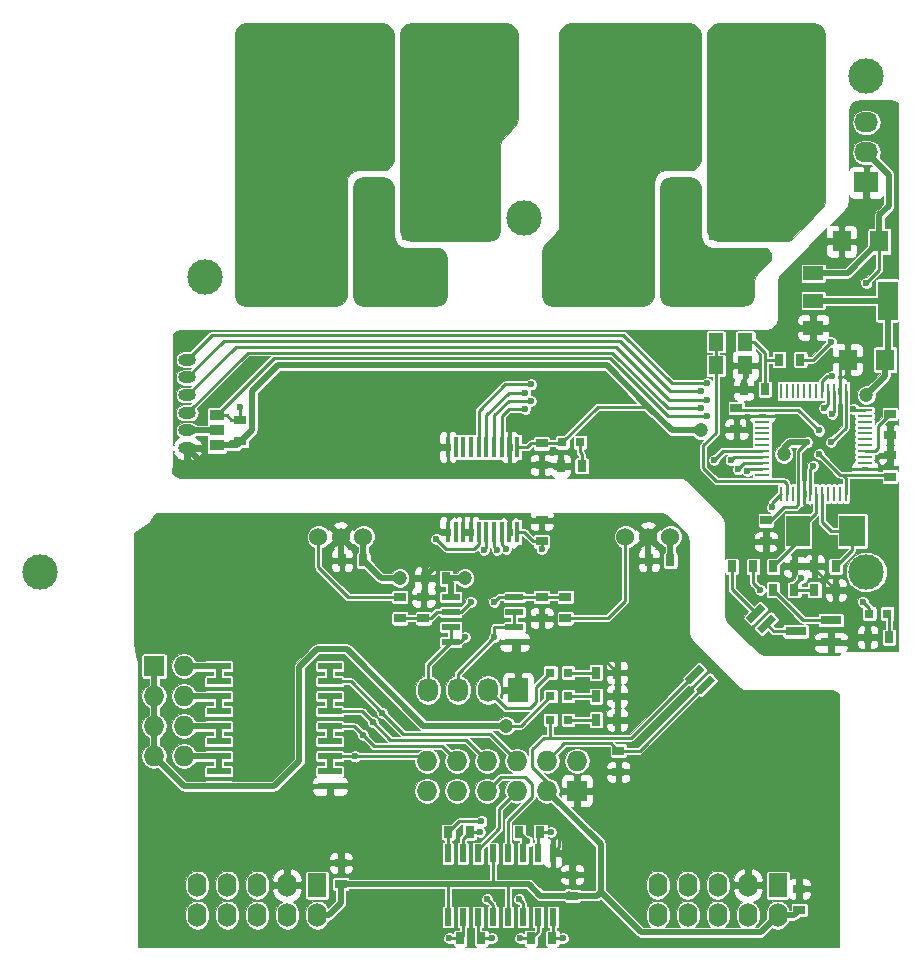
<source format=gbr>
G04 #@! TF.FileFunction,Copper,L2,Bot,Signal*
%FSLAX46Y46*%
G04 Gerber Fmt 4.6, Leading zero omitted, Abs format (unit mm)*
G04 Created by KiCad (PCBNEW 4.0.4-stable) date 12/27/16 19:45:48*
%MOMM*%
%LPD*%
G01*
G04 APERTURE LIST*
%ADD10C,0.100000*%
%ADD11C,1.524000*%
%ADD12O,8.000000X3.500000*%
%ADD13R,0.800000X1.000000*%
%ADD14R,1.000000X0.800000*%
%ADD15R,1.600000X2.000000*%
%ADD16O,1.600000X2.000000*%
%ADD17R,1.727200X2.032000*%
%ADD18O,1.727200X2.032000*%
%ADD19C,2.500000*%
%ADD20C,5.000000*%
%ADD21R,1.550000X0.600000*%
%ADD22R,2.000000X0.600000*%
%ADD23R,1.727200X1.727200*%
%ADD24O,1.727200X1.727200*%
%ADD25O,1.524000X1.000000*%
%ADD26R,1.300000X1.500000*%
%ADD27R,1.700000X1.200000*%
%ADD28R,1.700000X3.300000*%
%ADD29R,2.200000X2.600000*%
%ADD30R,2.000000X2.600000*%
%ADD31R,1.270000X0.965200*%
%ADD32R,0.600000X1.500000*%
%ADD33R,1.800860X0.800100*%
%ADD34R,1.600000X1.800000*%
%ADD35R,0.250000X1.300000*%
%ADD36R,1.300000X0.250000*%
%ADD37R,0.797560X0.797560*%
%ADD38R,0.450000X1.750000*%
%ADD39R,3.000000X6.500000*%
%ADD40R,6.451600X3.000000*%
%ADD41R,2.032000X1.727200*%
%ADD42O,2.032000X1.727200*%
%ADD43C,3.000000*%
%ADD44C,1.200000*%
%ADD45C,0.600000*%
%ADD46C,0.250000*%
%ADD47C,0.500000*%
%ADD48C,0.026000*%
G04 APERTURE END LIST*
D10*
D11*
X30410000Y-50000000D03*
X28500000Y-50000000D03*
X26590000Y-50000000D03*
D12*
X23500000Y-28600000D03*
X33500000Y-28600000D03*
D11*
X56410000Y-50000000D03*
X54500000Y-50000000D03*
X52590000Y-50000000D03*
D12*
X49500000Y-28600000D03*
X59500000Y-28600000D03*
D13*
X37400000Y-53500000D03*
X35600000Y-53500000D03*
D14*
X67300000Y-81600000D03*
X67300000Y-79800000D03*
D13*
X30400000Y-52000000D03*
X28600000Y-52000000D03*
D14*
X48100000Y-80400000D03*
X48100000Y-78600000D03*
D13*
X56400000Y-52000000D03*
X54600000Y-52000000D03*
D14*
X28500000Y-79400000D03*
X28500000Y-77600000D03*
X35500000Y-56900000D03*
X35500000Y-55100000D03*
X45500000Y-55100000D03*
X45500000Y-56900000D03*
D15*
X65500000Y-79500000D03*
D16*
X65500000Y-82040000D03*
X62960000Y-79500000D03*
X62960000Y-82040000D03*
X60420000Y-79500000D03*
X60420000Y-82040000D03*
X57880000Y-79500000D03*
X57880000Y-82040000D03*
X55340000Y-79500000D03*
X55340000Y-82040000D03*
D17*
X43500000Y-63000000D03*
D18*
X40960000Y-63000000D03*
X38420000Y-63000000D03*
X35880000Y-63000000D03*
D19*
X31500000Y-17000000D03*
X36580000Y-17000000D03*
D20*
X27690000Y-9380000D03*
X40390000Y-9380000D03*
D19*
X57500000Y-17000000D03*
X62580000Y-17000000D03*
D20*
X53690000Y-9380000D03*
X66390000Y-9380000D03*
D13*
X37600000Y-75000000D03*
X39400000Y-75000000D03*
X43600000Y-75000000D03*
X45400000Y-75000000D03*
X40400000Y-84000000D03*
X38600000Y-84000000D03*
X46400000Y-84000000D03*
X44600000Y-84000000D03*
D14*
X33500000Y-55100000D03*
X33500000Y-56900000D03*
X47500000Y-56900000D03*
X47500000Y-55100000D03*
D21*
X37800000Y-58905000D03*
X37800000Y-57635000D03*
X37800000Y-56365000D03*
X37800000Y-55095000D03*
X43200000Y-55095000D03*
X43200000Y-56365000D03*
X43200000Y-57635000D03*
X43200000Y-58905000D03*
D22*
X27560000Y-60960000D03*
X27560000Y-62230000D03*
X27560000Y-63500000D03*
X27560000Y-64770000D03*
X27560000Y-66040000D03*
X27560000Y-67310000D03*
X27560000Y-68580000D03*
X27560000Y-69850000D03*
X27560000Y-71120000D03*
X18160000Y-71120000D03*
X18160000Y-69850000D03*
X18160000Y-68580000D03*
X18160000Y-67310000D03*
X18160000Y-66040000D03*
X18160000Y-64770000D03*
X18160000Y-63500000D03*
X18160000Y-62230000D03*
X18160000Y-60960000D03*
D23*
X48500000Y-71500000D03*
D24*
X48500000Y-68960000D03*
X45960000Y-71500000D03*
X45960000Y-68960000D03*
X43420000Y-71500000D03*
X43420000Y-68960000D03*
X40880000Y-71500000D03*
X40880000Y-68960000D03*
X38340000Y-71500000D03*
X38340000Y-68960000D03*
X35800000Y-71500000D03*
X35800000Y-68960000D03*
D23*
X12700000Y-60960000D03*
D24*
X15240000Y-60960000D03*
X12700000Y-63500000D03*
X15240000Y-63500000D03*
X12700000Y-66040000D03*
X15240000Y-66040000D03*
X12700000Y-68580000D03*
X15240000Y-68580000D03*
D13*
X68600000Y-52500000D03*
X70400000Y-52500000D03*
X66900000Y-52500000D03*
X65100000Y-52500000D03*
X64400000Y-37500000D03*
X62600000Y-37500000D03*
D14*
X62000000Y-39100000D03*
X62000000Y-40900000D03*
D25*
X15500000Y-42500000D03*
X15500000Y-41000000D03*
X15500000Y-39500000D03*
X15500000Y-38000000D03*
X15500000Y-36500000D03*
X15500000Y-35000000D03*
D14*
X75000000Y-39600000D03*
X75000000Y-41400000D03*
D26*
X62750000Y-33500000D03*
X60250000Y-33500000D03*
X60250000Y-35500000D03*
X62750000Y-35500000D03*
D14*
X20000000Y-41900000D03*
X20000000Y-40100000D03*
D27*
X68500000Y-32300000D03*
X68500000Y-30000000D03*
X68500000Y-27700000D03*
D28*
X74800000Y-30000000D03*
D29*
X71800000Y-49500000D03*
D30*
X67200000Y-49500000D03*
D31*
X18000000Y-39730000D03*
X18000000Y-41000000D03*
X18000000Y-42270000D03*
D32*
X37555000Y-76800000D03*
X38825000Y-76800000D03*
X40095000Y-76800000D03*
X41365000Y-76800000D03*
X42635000Y-76800000D03*
X43905000Y-76800000D03*
X45175000Y-76800000D03*
X46445000Y-76800000D03*
X46445000Y-82200000D03*
X45175000Y-82200000D03*
X43905000Y-82200000D03*
X42635000Y-82200000D03*
X41365000Y-82200000D03*
X40095000Y-82200000D03*
X38825000Y-82200000D03*
X37555000Y-82200000D03*
D33*
X70001140Y-57050000D03*
X70001140Y-58950000D03*
X66998860Y-58000000D03*
D14*
X52000000Y-68100000D03*
X52000000Y-69900000D03*
D13*
X63400000Y-52500000D03*
X61600000Y-52500000D03*
X66900000Y-54500000D03*
X65100000Y-54500000D03*
X70400000Y-54500000D03*
X68600000Y-54500000D03*
D10*
G36*
X64003158Y-55639197D02*
X64462777Y-56098816D01*
X63260696Y-57300897D01*
X62801077Y-56841278D01*
X64003158Y-55639197D01*
X64003158Y-55639197D01*
G37*
G36*
X64901184Y-56537223D02*
X65360803Y-56996842D01*
X64158722Y-58198923D01*
X63699103Y-57739304D01*
X64901184Y-56537223D01*
X64901184Y-56537223D01*
G37*
G36*
X59739304Y-61699103D02*
X60198923Y-62158722D01*
X58996842Y-63360803D01*
X58537223Y-62901184D01*
X59739304Y-61699103D01*
X59739304Y-61699103D01*
G37*
G36*
X58841278Y-60801077D02*
X59300897Y-61260696D01*
X58098816Y-62462777D01*
X57639197Y-62003158D01*
X58841278Y-60801077D01*
X58841278Y-60801077D01*
G37*
D34*
X74100000Y-25000000D03*
X70900000Y-25000000D03*
X74600000Y-35000000D03*
X71400000Y-35000000D03*
D14*
X75000000Y-44900000D03*
X75000000Y-43100000D03*
X64500000Y-48600000D03*
X64500000Y-50400000D03*
D35*
X71250000Y-46350000D03*
X70750000Y-46350000D03*
X70250000Y-46350000D03*
X69750000Y-46350000D03*
X69250000Y-46350000D03*
X68750000Y-46350000D03*
X68250000Y-46350000D03*
X67750000Y-46350000D03*
X67250000Y-46350000D03*
X66750000Y-46350000D03*
X66250000Y-46350000D03*
X65750000Y-46350000D03*
D36*
X64150000Y-44750000D03*
X64150000Y-44250000D03*
X64150000Y-43750000D03*
X64150000Y-43250000D03*
X64150000Y-42750000D03*
X64150000Y-42250000D03*
X64150000Y-41750000D03*
X64150000Y-41250000D03*
X64150000Y-40750000D03*
X64150000Y-40250000D03*
X64150000Y-39750000D03*
X64150000Y-39250000D03*
D35*
X65750000Y-37650000D03*
X66250000Y-37650000D03*
X66750000Y-37650000D03*
X67250000Y-37650000D03*
X67750000Y-37650000D03*
X68250000Y-37650000D03*
X68750000Y-37650000D03*
X69250000Y-37650000D03*
X69750000Y-37650000D03*
X70250000Y-37650000D03*
X70750000Y-37650000D03*
X71250000Y-37650000D03*
D36*
X72850000Y-39250000D03*
X72850000Y-39750000D03*
X72850000Y-40250000D03*
X72850000Y-40750000D03*
X72850000Y-41250000D03*
X72850000Y-41750000D03*
X72850000Y-42250000D03*
X72850000Y-42750000D03*
X72850000Y-43250000D03*
X72850000Y-43750000D03*
X72850000Y-44250000D03*
X72850000Y-44750000D03*
D15*
X26500000Y-79500000D03*
D16*
X26500000Y-82040000D03*
X23960000Y-79500000D03*
X23960000Y-82040000D03*
X21420000Y-79500000D03*
X21420000Y-82040000D03*
X18880000Y-79500000D03*
X18880000Y-82040000D03*
X16340000Y-79500000D03*
X16340000Y-82040000D03*
D37*
X47749300Y-65500000D03*
X46250700Y-65500000D03*
X47749300Y-63500000D03*
X46250700Y-63500000D03*
X47749300Y-61500000D03*
X46250700Y-61500000D03*
X48749300Y-42000000D03*
X47250700Y-42000000D03*
X74749300Y-56500000D03*
X73250700Y-56500000D03*
D13*
X50100000Y-65500000D03*
X51900000Y-65500000D03*
X50100000Y-63500000D03*
X51900000Y-63500000D03*
X50100000Y-61500000D03*
X51900000Y-61500000D03*
X48900000Y-44000000D03*
X47100000Y-44000000D03*
X74900000Y-58500000D03*
X73100000Y-58500000D03*
X67400000Y-35000000D03*
X65600000Y-35000000D03*
D14*
X45500000Y-50400000D03*
X45500000Y-48600000D03*
X45500000Y-42100000D03*
X45500000Y-43900000D03*
D38*
X43425000Y-49600000D03*
X42775000Y-49600000D03*
X42125000Y-49600000D03*
X41475000Y-49600000D03*
X40825000Y-49600000D03*
X40175000Y-49600000D03*
X39525000Y-49600000D03*
X38875000Y-49600000D03*
X38225000Y-49600000D03*
X37575000Y-49600000D03*
X37575000Y-42400000D03*
X38225000Y-42400000D03*
X38875000Y-42400000D03*
X39525000Y-42400000D03*
X40175000Y-42400000D03*
X40825000Y-42400000D03*
X41475000Y-42400000D03*
X42125000Y-42400000D03*
X42775000Y-42400000D03*
X43425000Y-42400000D03*
D39*
X31200000Y-23000000D03*
D40*
X36900000Y-23400000D03*
D39*
X57200000Y-23000000D03*
D40*
X62900000Y-23400000D03*
D41*
X73000000Y-20000000D03*
D42*
X73000000Y-17460000D03*
X73000000Y-14920000D03*
D43*
X44000000Y-23000000D03*
X17000000Y-28000000D03*
X3000000Y-53000000D03*
X73000000Y-53000000D03*
X73000000Y-11000000D03*
D44*
X39000000Y-53500000D03*
D45*
X45500000Y-51000000D03*
D44*
X33500000Y-53500000D03*
X49000000Y-55500000D03*
D45*
X46000000Y-73000000D03*
D44*
X39500000Y-73000000D03*
D45*
X39500000Y-55500000D03*
X41500000Y-55500000D03*
D44*
X42500000Y-66000000D03*
D45*
X44300000Y-75800000D03*
X46300000Y-75000000D03*
X40300000Y-75000000D03*
X40400000Y-74100000D03*
X41300000Y-84000000D03*
X37700000Y-84000000D03*
X43700000Y-84000000D03*
X47300000Y-84000000D03*
X41500000Y-58500000D03*
X39000000Y-58500000D03*
X41700000Y-51100000D03*
X32000000Y-64900000D03*
X40600000Y-51100000D03*
X31200000Y-65700000D03*
X43600000Y-80700000D03*
X42500000Y-51000000D03*
X30400000Y-66800000D03*
X40900000Y-80700000D03*
X29700000Y-68600000D03*
X36600000Y-50200000D03*
D44*
X66500000Y-33000000D03*
X51500000Y-38000000D03*
D45*
X65700000Y-51000000D03*
X68000000Y-47500000D03*
X67500000Y-51500000D03*
X72700000Y-55500000D03*
X73000000Y-28500000D03*
X64000000Y-54500000D03*
D44*
X59000000Y-41000000D03*
X66000000Y-43000000D03*
X73000000Y-38000000D03*
D45*
X68000000Y-42000000D03*
X69000000Y-43000000D03*
X70000000Y-42000000D03*
X69000000Y-41000000D03*
X70000000Y-33500000D03*
X59000000Y-39100000D03*
X71900000Y-39200000D03*
X59500000Y-38400000D03*
X70100000Y-39600000D03*
X59000000Y-37700000D03*
X69400000Y-39100000D03*
X70100000Y-36400000D03*
X59500000Y-37000000D03*
X68500000Y-44000000D03*
X20000000Y-39000000D03*
X59500000Y-39800000D03*
X65000000Y-47500000D03*
X67500000Y-53500000D03*
X62900000Y-44400000D03*
X44600000Y-37100000D03*
X62100000Y-44300000D03*
X44100000Y-39200000D03*
X61500000Y-43500000D03*
X44100000Y-37800000D03*
X60100000Y-43500000D03*
X44600000Y-38500000D03*
D46*
X46250700Y-61500000D02*
X45000000Y-62750700D01*
X42460000Y-64500000D02*
X40960000Y-63000000D01*
X44500000Y-64500000D02*
X42460000Y-64500000D01*
X45000000Y-64000000D02*
X44500000Y-64500000D01*
X45000000Y-62750700D02*
X45000000Y-64000000D01*
D47*
X39000000Y-53500000D02*
X37400000Y-53500000D01*
D46*
X45500000Y-50400000D02*
X45500000Y-51000000D01*
D47*
X30400000Y-52000000D02*
X31900000Y-53500000D01*
X31900000Y-53500000D02*
X33500000Y-53500000D01*
X37400000Y-53500000D02*
X37800000Y-53900000D01*
X37800000Y-53900000D02*
X37800000Y-55095000D01*
X56410000Y-50000000D02*
X56410000Y-51990000D01*
X56410000Y-51990000D02*
X56400000Y-52000000D01*
X30410000Y-50000000D02*
X30410000Y-51990000D01*
X30410000Y-51990000D02*
X30400000Y-52000000D01*
D46*
X45500000Y-50400000D02*
X44800000Y-50400000D01*
X44000000Y-49600000D02*
X43425000Y-49600000D01*
X44800000Y-50400000D02*
X44000000Y-49600000D01*
D47*
X30410000Y-51990000D02*
X30400000Y-52000000D01*
D46*
X56410000Y-51990000D02*
X56400000Y-52000000D01*
X30410000Y-50000000D02*
X30400000Y-50010000D01*
D47*
X47500000Y-52000000D02*
X49000000Y-53500000D01*
X49000000Y-53500000D02*
X49000000Y-55500000D01*
D46*
X51900000Y-61500000D02*
X49305000Y-58905000D01*
X49305000Y-58905000D02*
X45095000Y-58905000D01*
D47*
X43500000Y-63000000D02*
X43500000Y-59205000D01*
X43500000Y-59205000D02*
X43200000Y-58905000D01*
D46*
X51900000Y-63500000D02*
X51900000Y-65500000D01*
X51900000Y-61500000D02*
X51900000Y-63500000D01*
X45500000Y-48600000D02*
X47600000Y-48600000D01*
X47600000Y-48600000D02*
X49250000Y-50250000D01*
D47*
X37000000Y-52000000D02*
X35600000Y-53400000D01*
X35600000Y-53400000D02*
X35600000Y-53500000D01*
X28500000Y-50000000D02*
X30000000Y-48500000D01*
X53000000Y-48500000D02*
X54500000Y-50000000D01*
X49250000Y-50250000D02*
X51000000Y-48500000D01*
X51000000Y-48500000D02*
X53000000Y-48500000D01*
X47500000Y-52000000D02*
X49250000Y-50250000D01*
X37000000Y-52000000D02*
X47500000Y-52000000D01*
X33500000Y-48500000D02*
X37000000Y-52000000D01*
X30000000Y-48500000D02*
X33500000Y-48500000D01*
X45500000Y-56900000D02*
X45500000Y-58500000D01*
X45500000Y-58500000D02*
X45095000Y-58905000D01*
X45095000Y-58905000D02*
X43200000Y-58905000D01*
X35500000Y-55100000D02*
X35600000Y-55000000D01*
X35600000Y-55000000D02*
X35600000Y-53500000D01*
X54500000Y-50000000D02*
X54500000Y-51900000D01*
X54500000Y-51900000D02*
X54600000Y-52000000D01*
X28500000Y-50000000D02*
X28500000Y-51900000D01*
X28500000Y-51900000D02*
X28600000Y-52000000D01*
D46*
X45500000Y-48600000D02*
X44300000Y-48600000D01*
X43250000Y-48200000D02*
X42775000Y-48675000D01*
X43900000Y-48200000D02*
X43250000Y-48200000D01*
X44300000Y-48600000D02*
X43900000Y-48200000D01*
X39525000Y-49600000D02*
X39525000Y-48200000D01*
X39525000Y-48200000D02*
X39600000Y-48200000D01*
X38875000Y-49600000D02*
X38875000Y-48200000D01*
X38875000Y-48200000D02*
X39000000Y-48200000D01*
X39525000Y-49600000D02*
X38875000Y-49600000D01*
X37575000Y-49600000D02*
X37575000Y-48625000D01*
X37575000Y-48625000D02*
X38000000Y-48200000D01*
X38000000Y-48200000D02*
X39000000Y-48200000D01*
X42775000Y-48675000D02*
X42775000Y-49600000D01*
X42300000Y-48200000D02*
X42775000Y-48675000D01*
X39600000Y-48200000D02*
X42300000Y-48200000D01*
X39000000Y-48200000D02*
X39600000Y-48200000D01*
D47*
X23960000Y-79500000D02*
X23960000Y-78040000D01*
X24400000Y-77600000D02*
X25860000Y-77600000D01*
X23960000Y-78040000D02*
X24400000Y-77600000D01*
X67300000Y-79800000D02*
X67300000Y-78300000D01*
X66000000Y-77000000D02*
X62960000Y-77000000D01*
X67300000Y-78300000D02*
X66000000Y-77000000D01*
X62960000Y-79500000D02*
X62960000Y-77000000D01*
X62960000Y-77000000D02*
X62960000Y-75460000D01*
X54960000Y-71500000D02*
X52000000Y-71500000D01*
X62960000Y-75460000D02*
X59000000Y-71500000D01*
X59000000Y-71500000D02*
X54960000Y-71500000D01*
X28500000Y-77600000D02*
X30400000Y-77600000D01*
X30400000Y-77600000D02*
X35000000Y-73000000D01*
X28500000Y-77600000D02*
X25860000Y-77600000D01*
D46*
X46445000Y-76800000D02*
X47000000Y-76245000D01*
X47000000Y-74000000D02*
X46000000Y-73000000D01*
X47000000Y-76245000D02*
X47000000Y-74000000D01*
D47*
X33120000Y-71120000D02*
X27560000Y-71120000D01*
X35000000Y-73000000D02*
X33120000Y-71120000D01*
X39500000Y-73000000D02*
X35000000Y-73000000D01*
X28600000Y-52000000D02*
X28500000Y-51900000D01*
D46*
X54500000Y-51900000D02*
X54600000Y-52000000D01*
X52000000Y-69900000D02*
X52000000Y-71500000D01*
D47*
X52000000Y-71500000D02*
X48500000Y-71500000D01*
D46*
X48100000Y-78600000D02*
X47100000Y-78600000D01*
X46445000Y-77945000D02*
X46445000Y-76800000D01*
X47100000Y-78600000D02*
X46445000Y-77945000D01*
X46250700Y-65500000D02*
X46250700Y-67000000D01*
X46250700Y-67000000D02*
X46000000Y-67000000D01*
X44700000Y-68000000D02*
X45700000Y-67000000D01*
X53101974Y-67000000D02*
X58470047Y-61631927D01*
X45700000Y-67000000D02*
X46000000Y-67000000D01*
X46000000Y-67000000D02*
X53101974Y-67000000D01*
X42635000Y-82200000D02*
X42635000Y-79400000D01*
X42500000Y-79500000D02*
X42500000Y-79400000D01*
X42535000Y-79500000D02*
X42500000Y-79500000D01*
X42635000Y-79400000D02*
X42535000Y-79500000D01*
X41365000Y-76800000D02*
X41365000Y-79400000D01*
X41500000Y-79500000D02*
X41500000Y-79400000D01*
X41465000Y-79500000D02*
X41500000Y-79500000D01*
X41365000Y-79400000D02*
X41465000Y-79500000D01*
X37555000Y-82200000D02*
X37555000Y-79400000D01*
X38000000Y-79500000D02*
X38000000Y-79400000D01*
X37655000Y-79500000D02*
X38000000Y-79500000D01*
X37555000Y-79400000D02*
X37655000Y-79500000D01*
D47*
X28500000Y-79400000D02*
X38000000Y-79400000D01*
X38000000Y-79400000D02*
X41500000Y-79400000D01*
X41500000Y-79400000D02*
X42500000Y-79400000D01*
X42500000Y-79400000D02*
X44400000Y-79400000D01*
X45400000Y-80400000D02*
X48100000Y-80400000D01*
X44400000Y-79400000D02*
X45400000Y-80400000D01*
X26500000Y-82040000D02*
X27460000Y-82040000D01*
X28500000Y-81000000D02*
X28500000Y-79400000D01*
X27460000Y-82040000D02*
X28500000Y-81000000D01*
D46*
X45960000Y-71500000D02*
X45960000Y-70760000D01*
X45960000Y-70760000D02*
X44700000Y-69500000D01*
X44700000Y-69500000D02*
X44700000Y-68000000D01*
D47*
X48100000Y-80400000D02*
X50200000Y-80400000D01*
X50200000Y-80400000D02*
X50500000Y-80100000D01*
X45960000Y-71500000D02*
X50500000Y-76040000D01*
X50500000Y-76040000D02*
X50500000Y-80100000D01*
X50500000Y-80100000D02*
X53900000Y-83500000D01*
X64040000Y-83500000D02*
X53900000Y-83500000D01*
X65500000Y-82040000D02*
X64040000Y-83500000D01*
X65500000Y-82040000D02*
X66860000Y-82040000D01*
X66860000Y-82040000D02*
X67300000Y-81600000D01*
D46*
X48100000Y-80400000D02*
X47735000Y-80035000D01*
X37800000Y-56365000D02*
X38635000Y-56365000D01*
X38635000Y-56365000D02*
X39500000Y-55500000D01*
X35500000Y-56900000D02*
X36100000Y-56900000D01*
X36635000Y-56365000D02*
X37800000Y-56365000D01*
X36100000Y-56900000D02*
X36635000Y-56365000D01*
X33500000Y-56900000D02*
X35500000Y-56900000D01*
X41905000Y-55095000D02*
X43200000Y-55095000D01*
X41500000Y-55500000D02*
X41905000Y-55095000D01*
X45500000Y-55100000D02*
X43205000Y-55100000D01*
X43205000Y-55100000D02*
X43200000Y-55095000D01*
X47500000Y-55100000D02*
X45500000Y-55100000D01*
X42500000Y-66000000D02*
X43750700Y-66000000D01*
X43750700Y-66000000D02*
X46250700Y-63500000D01*
D47*
X22880000Y-71120000D02*
X18160000Y-71120000D01*
X25000000Y-69000000D02*
X22880000Y-71120000D01*
X25000000Y-61000000D02*
X25000000Y-69000000D01*
X26500000Y-59500000D02*
X25000000Y-61000000D01*
X29000000Y-59500000D02*
X26500000Y-59500000D01*
X35500000Y-66000000D02*
X29000000Y-59500000D01*
X42500000Y-66000000D02*
X35500000Y-66000000D01*
X18160000Y-71120000D02*
X15240000Y-71120000D01*
X15240000Y-71120000D02*
X12700000Y-68580000D01*
X12700000Y-63500000D02*
X12700000Y-60960000D01*
X12700000Y-66040000D02*
X12700000Y-63500000D01*
X12700000Y-68580000D02*
X12700000Y-66040000D01*
D46*
X44300000Y-75800000D02*
X44300000Y-75700000D01*
X44300000Y-75700000D02*
X43600000Y-75000000D01*
X43905000Y-76800000D02*
X43905000Y-75305000D01*
X43905000Y-75305000D02*
X43600000Y-75000000D01*
X45175000Y-76800000D02*
X45175000Y-75225000D01*
X45175000Y-75225000D02*
X45400000Y-75000000D01*
X45400000Y-75000000D02*
X46300000Y-75000000D01*
X39400000Y-75000000D02*
X40300000Y-75000000D01*
X38825000Y-76800000D02*
X38825000Y-75575000D01*
X38825000Y-75575000D02*
X39400000Y-75000000D01*
X37600000Y-75000000D02*
X38500000Y-74100000D01*
X38500000Y-74100000D02*
X40400000Y-74100000D01*
X37555000Y-76800000D02*
X37555000Y-75045000D01*
X37555000Y-75045000D02*
X37600000Y-75000000D01*
X40095000Y-82200000D02*
X40095000Y-83695000D01*
X40095000Y-83695000D02*
X40400000Y-84000000D01*
X40400000Y-84000000D02*
X41300000Y-84000000D01*
X38600000Y-84000000D02*
X38825000Y-83775000D01*
X38825000Y-83775000D02*
X38825000Y-82200000D01*
X38600000Y-84000000D02*
X37700000Y-84000000D01*
X45175000Y-82200000D02*
X45175000Y-83425000D01*
X45175000Y-83425000D02*
X44600000Y-84000000D01*
X44600000Y-84000000D02*
X43700000Y-84000000D01*
X46445000Y-82200000D02*
X46445000Y-83955000D01*
X46445000Y-83955000D02*
X46400000Y-84000000D01*
X46400000Y-84000000D02*
X47300000Y-84000000D01*
X41500000Y-58500000D02*
X38420000Y-61580000D01*
X38420000Y-61580000D02*
X38420000Y-63000000D01*
X41500000Y-57635000D02*
X41500000Y-58500000D01*
X43200000Y-57635000D02*
X41500000Y-57635000D01*
X43200000Y-56365000D02*
X43200000Y-57635000D01*
X38595000Y-58905000D02*
X37800000Y-58905000D01*
X39000000Y-58500000D02*
X38595000Y-58905000D01*
X37800000Y-58905000D02*
X35880000Y-60825000D01*
X35880000Y-60825000D02*
X35880000Y-63000000D01*
X37800000Y-57635000D02*
X37800000Y-58905000D01*
X43420000Y-71500000D02*
X41900000Y-73020000D01*
X41900000Y-73020000D02*
X41900000Y-74700000D01*
X40095000Y-76800000D02*
X40095000Y-76505000D01*
X40095000Y-76505000D02*
X41900000Y-74700000D01*
X41475000Y-50875000D02*
X41700000Y-51100000D01*
X41475000Y-49600000D02*
X41475000Y-50875000D01*
X27560000Y-62230000D02*
X29330000Y-62230000D01*
X29330000Y-62230000D02*
X32000000Y-64900000D01*
X32000000Y-64900000D02*
X33800000Y-66700000D01*
X41160000Y-66700000D02*
X33800000Y-66700000D01*
X43420000Y-68960000D02*
X41160000Y-66700000D01*
D47*
X27560000Y-60960000D02*
X27560000Y-62230000D01*
D46*
X42635000Y-76800000D02*
X42635000Y-74065000D01*
X42080000Y-70300000D02*
X40880000Y-71500000D01*
X44100000Y-70300000D02*
X42080000Y-70300000D01*
X44700000Y-70900000D02*
X44100000Y-70300000D01*
X44700000Y-72000000D02*
X44700000Y-70900000D01*
X42635000Y-74065000D02*
X44700000Y-72000000D01*
X40825000Y-50875000D02*
X40600000Y-51100000D01*
X40825000Y-49600000D02*
X40825000Y-50875000D01*
X27560000Y-64770000D02*
X30270000Y-64770000D01*
X30270000Y-64770000D02*
X31200000Y-65700000D01*
X39120000Y-67200000D02*
X40880000Y-68960000D01*
X31200000Y-65700000D02*
X32700000Y-67200000D01*
X32700000Y-67200000D02*
X39120000Y-67200000D01*
D47*
X27560000Y-63500000D02*
X27560000Y-64770000D01*
D46*
X43905000Y-81005000D02*
X43600000Y-80700000D01*
X43905000Y-81005000D02*
X43905000Y-82200000D01*
X42125000Y-49600000D02*
X42125000Y-50625000D01*
X42125000Y-50625000D02*
X42500000Y-51000000D01*
X30400000Y-66800000D02*
X30395000Y-66805000D01*
X30395000Y-66805000D02*
X30400000Y-66800000D01*
X30400000Y-66800000D02*
X30400000Y-66810000D01*
X31290000Y-67700000D02*
X30400000Y-66810000D01*
X30400000Y-66810000D02*
X29630000Y-66040000D01*
X29630000Y-66040000D02*
X27560000Y-66040000D01*
X38340000Y-68960000D02*
X37080000Y-67700000D01*
X37080000Y-67700000D02*
X31290000Y-67700000D01*
D47*
X27560000Y-66040000D02*
X27560000Y-67310000D01*
D46*
X41365000Y-81165000D02*
X40900000Y-80700000D01*
X41365000Y-82200000D02*
X41365000Y-81165000D01*
X37400000Y-51000000D02*
X36600000Y-50200000D01*
X37400000Y-51000000D02*
X39800000Y-51000000D01*
X40175000Y-49600000D02*
X40175000Y-50625000D01*
X40175000Y-50625000D02*
X39800000Y-51000000D01*
X29700000Y-68600000D02*
X29700000Y-68580000D01*
X29700000Y-68580000D02*
X29700000Y-68600000D01*
X29700000Y-68600000D02*
X29700000Y-68580000D01*
X40175000Y-50625000D02*
X39800000Y-51000000D01*
X40175000Y-50625000D02*
X39800000Y-51000000D01*
X35800000Y-68960000D02*
X35420000Y-68580000D01*
X35420000Y-68580000D02*
X29700000Y-68580000D01*
X29700000Y-68580000D02*
X27560000Y-68580000D01*
D47*
X27560000Y-68580000D02*
X27560000Y-69850000D01*
X18160000Y-60960000D02*
X15240000Y-60960000D01*
X18160000Y-60960000D02*
X18160000Y-62230000D01*
X15240000Y-63500000D02*
X18160000Y-63500000D01*
X18160000Y-63500000D02*
X18160000Y-64770000D01*
X15240000Y-66040000D02*
X18160000Y-66040000D01*
X18160000Y-66040000D02*
X18160000Y-67310000D01*
X15240000Y-68580000D02*
X18160000Y-68580000D01*
X18160000Y-68580000D02*
X18160000Y-69850000D01*
D46*
X33500000Y-55100000D02*
X29100000Y-55100000D01*
X26590000Y-52590000D02*
X26590000Y-50000000D01*
X29100000Y-55100000D02*
X26590000Y-52590000D01*
X47500000Y-56900000D02*
X51100000Y-56900000D01*
X52590000Y-55410000D02*
X52590000Y-50000000D01*
X51100000Y-56900000D02*
X52590000Y-55410000D01*
X52000000Y-68100000D02*
X51400000Y-67500000D01*
X51400000Y-67500000D02*
X47420000Y-67500000D01*
X59368073Y-62529953D02*
X53798026Y-68100000D01*
X53798026Y-68100000D02*
X52000000Y-68100000D01*
X47420000Y-67500000D02*
X45960000Y-68960000D01*
X73100000Y-58500000D02*
X72000000Y-58500000D01*
X47100000Y-44000000D02*
X47000000Y-43900000D01*
X47000000Y-43900000D02*
X45500000Y-43900000D01*
X42800000Y-43900000D02*
X42800000Y-42425000D01*
X42800000Y-42425000D02*
X42775000Y-42400000D01*
X45500000Y-43900000D02*
X42800000Y-43900000D01*
X42800000Y-43900000D02*
X37900000Y-43900000D01*
X37575000Y-43575000D02*
X37575000Y-42400000D01*
X37900000Y-43900000D02*
X37575000Y-43575000D01*
X40600000Y-36300000D02*
X40600000Y-36400000D01*
X40600000Y-36400000D02*
X40600000Y-36300000D01*
D47*
X51500000Y-38000000D02*
X49800000Y-36300000D01*
X49800000Y-36300000D02*
X40600000Y-36300000D01*
X68500000Y-32300000D02*
X67200000Y-32300000D01*
X67200000Y-32300000D02*
X66500000Y-33000000D01*
X17000000Y-44000000D02*
X15500000Y-42500000D01*
X19500000Y-44000000D02*
X17000000Y-44000000D01*
X21800000Y-41700000D02*
X19500000Y-44000000D01*
X21800000Y-38000002D02*
X21800000Y-41700000D01*
X23500002Y-36300000D02*
X21800000Y-38000002D01*
X38600000Y-36300000D02*
X23500002Y-36300000D01*
X40600000Y-36300000D02*
X38600000Y-36300000D01*
D46*
X66900000Y-52500000D02*
X66900000Y-51600000D01*
X67000000Y-51500000D02*
X67500000Y-51500000D01*
X66900000Y-51600000D02*
X67000000Y-51500000D01*
X70001140Y-58950000D02*
X71550000Y-58950000D01*
X71500000Y-54500000D02*
X70400000Y-54500000D01*
X72000000Y-55000000D02*
X71500000Y-54500000D01*
X72000000Y-58500000D02*
X72000000Y-55000000D01*
X71550000Y-58950000D02*
X72000000Y-58500000D01*
X62000000Y-40900000D02*
X62700000Y-40900000D01*
X62900000Y-40700000D02*
X62900000Y-40000000D01*
X62700000Y-40900000D02*
X62900000Y-40700000D01*
X62600000Y-37500000D02*
X61500000Y-37500000D01*
X61200000Y-40900000D02*
X62000000Y-40900000D01*
X60900000Y-40600000D02*
X61200000Y-40900000D01*
X60900000Y-38100000D02*
X60900000Y-40600000D01*
X61500000Y-37500000D02*
X60900000Y-38100000D01*
X62750000Y-35500000D02*
X62750000Y-37350000D01*
X62750000Y-37350000D02*
X62600000Y-37500000D01*
X70750000Y-37650000D02*
X70750000Y-40250000D01*
X70750000Y-40250000D02*
X67750000Y-43250000D01*
X70750000Y-37650000D02*
X70750000Y-35650000D01*
X70750000Y-35650000D02*
X71400000Y-35000000D01*
D47*
X71400000Y-35000000D02*
X71400000Y-32900000D01*
X70800000Y-32300000D02*
X68500000Y-32300000D01*
X71400000Y-32900000D02*
X70800000Y-32300000D01*
D46*
X64150000Y-39750000D02*
X63150000Y-39750000D01*
X63150000Y-39750000D02*
X62900000Y-40000000D01*
X72850000Y-44250000D02*
X71250000Y-44250000D01*
X66750000Y-39750000D02*
X64150000Y-39750000D01*
X71250000Y-44250000D02*
X66750000Y-39750000D01*
X67750000Y-43250000D02*
X67750000Y-46350000D01*
X70900000Y-35000000D02*
X70750000Y-35150000D01*
D47*
X70900000Y-25000000D02*
X70900000Y-23600000D01*
X70900000Y-23600000D02*
X73000000Y-21500000D01*
X68500000Y-32300000D02*
X67300000Y-32300000D01*
X66700000Y-31700000D02*
X66700000Y-30500000D01*
X67300000Y-32300000D02*
X66700000Y-31700000D01*
X70900000Y-34700000D02*
X70900000Y-35000000D01*
X69100000Y-25000000D02*
X66700000Y-27400000D01*
X70900000Y-25000000D02*
X69100000Y-25000000D01*
X66700000Y-30500000D02*
X66700000Y-27400000D01*
X68200000Y-32300000D02*
X68500000Y-32300000D01*
D46*
X64500000Y-50400000D02*
X65100000Y-50400000D01*
X65100000Y-50400000D02*
X65700000Y-51000000D01*
X67750000Y-46350000D02*
X67750000Y-47250000D01*
X67750000Y-47250000D02*
X68000000Y-47500000D01*
X68600000Y-52500000D02*
X67500000Y-52500000D01*
X67500000Y-52500000D02*
X66900000Y-52500000D01*
X70400000Y-54500000D02*
X68600000Y-52700000D01*
X68600000Y-52700000D02*
X68600000Y-52500000D01*
X75000000Y-43100000D02*
X75000000Y-43500000D01*
X75000000Y-43500000D02*
X74250000Y-44250000D01*
X74250000Y-44250000D02*
X72850000Y-44250000D01*
X75000000Y-41400000D02*
X75000000Y-43100000D01*
D47*
X73000000Y-21500000D02*
X73000000Y-20000000D01*
D46*
X69250000Y-46350000D02*
X69250000Y-48750000D01*
X70000000Y-49500000D02*
X71800000Y-49500000D01*
X69250000Y-48750000D02*
X70000000Y-49500000D01*
X70400000Y-52500000D02*
X71800000Y-51100000D01*
X71800000Y-51100000D02*
X71800000Y-49500000D01*
X67200000Y-49500000D02*
X68750000Y-47950000D01*
X68750000Y-47950000D02*
X68750000Y-46350000D01*
X67200000Y-49500000D02*
X67200000Y-50400000D01*
X67200000Y-50400000D02*
X65100000Y-52500000D01*
X65600000Y-35000000D02*
X64400000Y-35000000D01*
X64400000Y-35000000D02*
X64500000Y-35000000D01*
X64500000Y-35000000D02*
X64400000Y-35000000D01*
X62750000Y-33500000D02*
X63500000Y-33500000D01*
X64400000Y-34400000D02*
X64400000Y-35000000D01*
X64400000Y-35000000D02*
X64400000Y-37500000D01*
X63500000Y-33500000D02*
X64400000Y-34400000D01*
X62750000Y-33500000D02*
X63300000Y-33500000D01*
X73250700Y-56500000D02*
X73250700Y-56050700D01*
X73250700Y-56050700D02*
X72700000Y-55500000D01*
X63400000Y-52500000D02*
X63400000Y-53900000D01*
X74100000Y-27400000D02*
X73000000Y-28500000D01*
X74100000Y-27400000D02*
X74100000Y-25000000D01*
X63400000Y-53900000D02*
X64000000Y-54500000D01*
D47*
X74100000Y-25000000D02*
X71400000Y-27700000D01*
X71400000Y-27700000D02*
X68500000Y-27700000D01*
X73000000Y-17460000D02*
X74900000Y-19360000D01*
X74900000Y-19360000D02*
X74900000Y-22000000D01*
X74900000Y-22000000D02*
X74100000Y-22800000D01*
X74100000Y-22800000D02*
X74100000Y-25000000D01*
D46*
X47250700Y-42000000D02*
X50250700Y-39000000D01*
X50250700Y-39000000D02*
X54524998Y-39000000D01*
X45500000Y-42100000D02*
X47150700Y-42100000D01*
X47150700Y-42100000D02*
X47250700Y-42000000D01*
X45500000Y-42100000D02*
X44600000Y-42100000D01*
X44300000Y-42400000D02*
X43425000Y-42400000D01*
X44600000Y-42100000D02*
X44300000Y-42400000D01*
D47*
X54524998Y-39000000D02*
X51024998Y-35500000D01*
X21000000Y-37700000D02*
X21000000Y-41000000D01*
X21000000Y-41000000D02*
X19730000Y-42270000D01*
X23200000Y-35500000D02*
X21000000Y-37700000D01*
X51024998Y-35500000D02*
X23200000Y-35500000D01*
X56524998Y-41000000D02*
X54524998Y-39000000D01*
X66000000Y-43000000D02*
X66000000Y-42500000D01*
X66500000Y-42000000D02*
X68000000Y-42000000D01*
X59000000Y-41000000D02*
X56524998Y-41000000D01*
X66000000Y-42500000D02*
X66500000Y-42000000D01*
X18000000Y-42270000D02*
X19730000Y-42270000D01*
D46*
X20000000Y-41900000D02*
X19200000Y-41900000D01*
X19200000Y-41900000D02*
X18830000Y-42270000D01*
X18000000Y-42270000D02*
X18830000Y-42270000D01*
X19630000Y-42270000D02*
X20000000Y-41900000D01*
X71250000Y-40750000D02*
X70000000Y-42000000D01*
X71250000Y-37650000D02*
X71250000Y-40750000D01*
D47*
X74600000Y-35000000D02*
X74800000Y-34800000D01*
X74800000Y-34800000D02*
X74800000Y-30000000D01*
X73000000Y-38000000D02*
X74600000Y-36400000D01*
X74600000Y-36400000D02*
X74600000Y-35000000D01*
D46*
X64150000Y-39250000D02*
X62150000Y-39250000D01*
X62150000Y-39250000D02*
X62000000Y-39100000D01*
X71000000Y-44750000D02*
X71250000Y-45000000D01*
X71250000Y-45000000D02*
X71250000Y-46350000D01*
X67250000Y-42750000D02*
X68000000Y-42000000D01*
X67250000Y-42750000D02*
X67250000Y-46350000D01*
X70750000Y-44750000D02*
X71000000Y-44750000D01*
X70750000Y-44750000D02*
X69000000Y-43000000D01*
X71000000Y-44750000D02*
X72850000Y-44750000D01*
X67250000Y-39250000D02*
X69000000Y-41000000D01*
X67250000Y-39250000D02*
X64150000Y-39250000D01*
D47*
X68500000Y-30000000D02*
X74800000Y-30000000D01*
D46*
X67250000Y-46350000D02*
X67250000Y-47250000D01*
X67250000Y-47250000D02*
X67000000Y-47500000D01*
X66000000Y-47500000D02*
X64900000Y-48600000D01*
X66000000Y-47500000D02*
X67000000Y-47500000D01*
X64500000Y-48600000D02*
X64900000Y-48600000D01*
X72850000Y-44750000D02*
X74850000Y-44750000D01*
X74850000Y-44750000D02*
X75000000Y-44900000D01*
X67400000Y-35000000D02*
X68500000Y-35000000D01*
X68500000Y-35000000D02*
X70000000Y-33500000D01*
D47*
X18000000Y-41000000D02*
X15500000Y-41000000D01*
D46*
X15500000Y-39500000D02*
X20600000Y-34400000D01*
X71950000Y-39250000D02*
X72850000Y-39250000D01*
X71950000Y-39250000D02*
X71900000Y-39200000D01*
X56200000Y-39100000D02*
X59000000Y-39100000D01*
X51500000Y-34400000D02*
X56200000Y-39100000D01*
X20600000Y-34400000D02*
X51500000Y-34400000D01*
X59500000Y-38400000D02*
X56300000Y-38400000D01*
X70250000Y-37650000D02*
X70250000Y-39450000D01*
X70250000Y-39450000D02*
X70100000Y-39600000D01*
X19600000Y-33900000D02*
X15500000Y-38000000D01*
X51800000Y-33900000D02*
X19600000Y-33900000D01*
X56300000Y-38400000D02*
X51800000Y-33900000D01*
X59000000Y-37700000D02*
X56400000Y-37700000D01*
X56400000Y-37700000D02*
X52100000Y-33400000D01*
X15500000Y-36500000D02*
X18600000Y-33400000D01*
X18600000Y-33400000D02*
X52100000Y-33400000D01*
X69750000Y-38750000D02*
X69400000Y-39100000D01*
X69750000Y-38750000D02*
X69750000Y-37650000D01*
X59500000Y-37000000D02*
X56500000Y-37000000D01*
X56500000Y-37000000D02*
X52400000Y-32900000D01*
X69250000Y-36850000D02*
X69700000Y-36400000D01*
X69700000Y-36400000D02*
X70100000Y-36400000D01*
X69250000Y-37650000D02*
X69250000Y-36850000D01*
X17600000Y-32900000D02*
X15500000Y-35000000D01*
X52400000Y-32900000D02*
X17600000Y-32900000D01*
X72850000Y-42750000D02*
X73750000Y-42750000D01*
X74000000Y-40600000D02*
X75000000Y-39600000D01*
X74000000Y-42500000D02*
X74000000Y-40600000D01*
X73750000Y-42750000D02*
X74000000Y-42500000D01*
X60250000Y-41200000D02*
X59200000Y-42250000D01*
X60300000Y-45300000D02*
X66000000Y-45300000D01*
X59200000Y-44200000D02*
X60300000Y-45300000D01*
X59200000Y-42250000D02*
X59200000Y-44200000D01*
X60250000Y-33500000D02*
X60250000Y-35500000D01*
X66250000Y-46350000D02*
X66250000Y-45550000D01*
X60250000Y-41200000D02*
X60250000Y-35500000D01*
X66250000Y-45550000D02*
X66000000Y-45300000D01*
X68250000Y-46350000D02*
X68250000Y-44250000D01*
X68250000Y-44250000D02*
X68500000Y-44000000D01*
X20000000Y-39000000D02*
X20000000Y-40100000D01*
X18000000Y-39730000D02*
X18830000Y-39730000D01*
X19200000Y-40100000D02*
X20000000Y-40100000D01*
X18830000Y-39730000D02*
X19200000Y-40100000D01*
X22830000Y-34900000D02*
X18000000Y-39730000D01*
X59500000Y-39800000D02*
X56200000Y-39800000D01*
X56200000Y-39800000D02*
X51300000Y-34900000D01*
X51300000Y-34900000D02*
X22830000Y-34900000D01*
X65750000Y-46350000D02*
X65000000Y-47100000D01*
X65000000Y-47100000D02*
X65000000Y-47500000D01*
X67500000Y-53500000D02*
X66900000Y-54100000D01*
X66900000Y-54100000D02*
X66900000Y-54500000D01*
X66900000Y-54500000D02*
X68600000Y-54500000D01*
X63631927Y-56470047D02*
X61600000Y-54438120D01*
X61600000Y-54438120D02*
X61600000Y-52500000D01*
X64529953Y-57368073D02*
X65161880Y-58000000D01*
X65161880Y-58000000D02*
X66998860Y-58000000D01*
X65100000Y-54500000D02*
X67650000Y-57050000D01*
X67650000Y-57050000D02*
X70001140Y-57050000D01*
X50100000Y-65500000D02*
X47749300Y-65500000D01*
X47749300Y-63500000D02*
X50100000Y-63500000D01*
X50100000Y-61500000D02*
X47749300Y-61500000D01*
X48749300Y-42000000D02*
X48749300Y-42849300D01*
X48900000Y-43000000D02*
X48900000Y-44000000D01*
X48749300Y-42849300D02*
X48900000Y-43000000D01*
X74749300Y-56500000D02*
X74900000Y-56650700D01*
X74900000Y-56650700D02*
X74900000Y-58500000D01*
X63050000Y-44250000D02*
X62900000Y-44400000D01*
X64150000Y-44250000D02*
X63050000Y-44250000D01*
X40175000Y-39325000D02*
X40175000Y-42400000D01*
X42400000Y-37100000D02*
X44600000Y-37100000D01*
X40175000Y-39325000D02*
X42400000Y-37100000D01*
X64150000Y-43750000D02*
X62650000Y-43750000D01*
X62650000Y-43750000D02*
X62100000Y-44300000D01*
X42125000Y-39775000D02*
X42700000Y-39200000D01*
X42700000Y-39200000D02*
X44100000Y-39200000D01*
X42125000Y-42400000D02*
X42125000Y-39775000D01*
X64150000Y-43250000D02*
X61750000Y-43250000D01*
X61750000Y-43250000D02*
X61500000Y-43500000D01*
X40825000Y-42400000D02*
X40825000Y-39675000D01*
X42700000Y-37800000D02*
X44100000Y-37800000D01*
X40825000Y-39675000D02*
X42700000Y-37800000D01*
X64150000Y-42750000D02*
X60850000Y-42750000D01*
X60850000Y-42750000D02*
X60100000Y-43500000D01*
X41475000Y-39725000D02*
X42700000Y-38500000D01*
X42700000Y-38500000D02*
X44600000Y-38500000D01*
X41475000Y-39725000D02*
X41475000Y-42400000D01*
D48*
G36*
X44479000Y-48096367D02*
X44479000Y-48269750D01*
X44609250Y-48400000D01*
X45259000Y-48400000D01*
X45259000Y-48339000D01*
X45741000Y-48339000D01*
X45741000Y-48400000D01*
X46390750Y-48400000D01*
X46521000Y-48269750D01*
X46521000Y-48096367D01*
X46486468Y-48013000D01*
X55584507Y-48013000D01*
X55963398Y-48088366D01*
X56284607Y-48302991D01*
X57697009Y-49715393D01*
X57911634Y-50036602D01*
X57987000Y-50415493D01*
X57987000Y-58085786D01*
X57987250Y-58088322D01*
X58063370Y-58471006D01*
X58065311Y-58475692D01*
X58282084Y-58800115D01*
X58283701Y-58802085D01*
X62197915Y-62716299D01*
X62199885Y-62717916D01*
X62524308Y-62934689D01*
X62528994Y-62936630D01*
X62911678Y-63012750D01*
X62914214Y-63013000D01*
X69998721Y-63013000D01*
X70377611Y-63088366D01*
X70697735Y-63302265D01*
X70712000Y-63323614D01*
X70712000Y-84676386D01*
X70697735Y-84697735D01*
X70676386Y-84712000D01*
X46827487Y-84712000D01*
X46878933Y-84702320D01*
X46951428Y-84655671D01*
X47000062Y-84584492D01*
X47017172Y-84500000D01*
X47017172Y-84438027D01*
X47197510Y-84512910D01*
X47401594Y-84513089D01*
X47590211Y-84435154D01*
X47734646Y-84290970D01*
X47812910Y-84102490D01*
X47813089Y-83898406D01*
X47735154Y-83709789D01*
X47590970Y-83565354D01*
X47402490Y-83487090D01*
X47198406Y-83486911D01*
X47017172Y-83561795D01*
X47017172Y-83500000D01*
X47002320Y-83421067D01*
X46955671Y-83348572D01*
X46884492Y-83299938D01*
X46800000Y-83282828D01*
X46783000Y-83282828D01*
X46783000Y-83160022D01*
X46823933Y-83152320D01*
X46896428Y-83105671D01*
X46945062Y-83034492D01*
X46962172Y-82950000D01*
X46962172Y-81450000D01*
X46947320Y-81371067D01*
X46900671Y-81298572D01*
X46829492Y-81249938D01*
X46745000Y-81232828D01*
X46145000Y-81232828D01*
X46066067Y-81247680D01*
X45993572Y-81294329D01*
X45944938Y-81365508D01*
X45927828Y-81450000D01*
X45927828Y-82950000D01*
X45942680Y-83028933D01*
X45989329Y-83101428D01*
X46060508Y-83150062D01*
X46107000Y-83159477D01*
X46107000Y-83282828D01*
X46000000Y-83282828D01*
X45921067Y-83297680D01*
X45848572Y-83344329D01*
X45799938Y-83415508D01*
X45782828Y-83500000D01*
X45782828Y-84500000D01*
X45797680Y-84578933D01*
X45844329Y-84651428D01*
X45915508Y-84700062D01*
X45974460Y-84712000D01*
X45027487Y-84712000D01*
X45078933Y-84702320D01*
X45151428Y-84655671D01*
X45200062Y-84584492D01*
X45217172Y-84500000D01*
X45217172Y-83860832D01*
X45414002Y-83664002D01*
X45487271Y-83554347D01*
X45513000Y-83425000D01*
X45513000Y-83160022D01*
X45553933Y-83152320D01*
X45626428Y-83105671D01*
X45675062Y-83034492D01*
X45692172Y-82950000D01*
X45692172Y-81450000D01*
X45677320Y-81371067D01*
X45630671Y-81298572D01*
X45559492Y-81249938D01*
X45475000Y-81232828D01*
X44875000Y-81232828D01*
X44796067Y-81247680D01*
X44723572Y-81294329D01*
X44674938Y-81365508D01*
X44657828Y-81450000D01*
X44657828Y-82950000D01*
X44672680Y-83028933D01*
X44719329Y-83101428D01*
X44790508Y-83150062D01*
X44837000Y-83159477D01*
X44837000Y-83282828D01*
X44200000Y-83282828D01*
X44121067Y-83297680D01*
X44048572Y-83344329D01*
X43999938Y-83415508D01*
X43982828Y-83500000D01*
X43982828Y-83561973D01*
X43802490Y-83487090D01*
X43598406Y-83486911D01*
X43409789Y-83564846D01*
X43265354Y-83709030D01*
X43187090Y-83897510D01*
X43186911Y-84101594D01*
X43264846Y-84290211D01*
X43409030Y-84434646D01*
X43597510Y-84512910D01*
X43801594Y-84513089D01*
X43982828Y-84438205D01*
X43982828Y-84500000D01*
X43997680Y-84578933D01*
X44044329Y-84651428D01*
X44115508Y-84700062D01*
X44174460Y-84712000D01*
X40827487Y-84712000D01*
X40878933Y-84702320D01*
X40951428Y-84655671D01*
X41000062Y-84584492D01*
X41017172Y-84500000D01*
X41017172Y-84438027D01*
X41197510Y-84512910D01*
X41401594Y-84513089D01*
X41590211Y-84435154D01*
X41734646Y-84290970D01*
X41812910Y-84102490D01*
X41813089Y-83898406D01*
X41735154Y-83709789D01*
X41590970Y-83565354D01*
X41402490Y-83487090D01*
X41198406Y-83486911D01*
X41017172Y-83561795D01*
X41017172Y-83500000D01*
X41002320Y-83421067D01*
X40955671Y-83348572D01*
X40884492Y-83299938D01*
X40800000Y-83282828D01*
X40433000Y-83282828D01*
X40433000Y-83160022D01*
X40473933Y-83152320D01*
X40546428Y-83105671D01*
X40595062Y-83034492D01*
X40612172Y-82950000D01*
X40612172Y-81450000D01*
X40597320Y-81371067D01*
X40550671Y-81298572D01*
X40479492Y-81249938D01*
X40395000Y-81232828D01*
X39795000Y-81232828D01*
X39716067Y-81247680D01*
X39643572Y-81294329D01*
X39594938Y-81365508D01*
X39577828Y-81450000D01*
X39577828Y-82950000D01*
X39592680Y-83028933D01*
X39639329Y-83101428D01*
X39710508Y-83150062D01*
X39757000Y-83159477D01*
X39757000Y-83695000D01*
X39782729Y-83824347D01*
X39782828Y-83824495D01*
X39782828Y-84500000D01*
X39797680Y-84578933D01*
X39844329Y-84651428D01*
X39915508Y-84700062D01*
X39974460Y-84712000D01*
X39027487Y-84712000D01*
X39078933Y-84702320D01*
X39151428Y-84655671D01*
X39200062Y-84584492D01*
X39217172Y-84500000D01*
X39217172Y-83500000D01*
X39202320Y-83421067D01*
X39163000Y-83359962D01*
X39163000Y-83160022D01*
X39203933Y-83152320D01*
X39276428Y-83105671D01*
X39325062Y-83034492D01*
X39342172Y-82950000D01*
X39342172Y-81450000D01*
X39327320Y-81371067D01*
X39280671Y-81298572D01*
X39209492Y-81249938D01*
X39125000Y-81232828D01*
X38525000Y-81232828D01*
X38446067Y-81247680D01*
X38373572Y-81294329D01*
X38324938Y-81365508D01*
X38307828Y-81450000D01*
X38307828Y-82950000D01*
X38322680Y-83028933D01*
X38369329Y-83101428D01*
X38440508Y-83150062D01*
X38487000Y-83159477D01*
X38487000Y-83282828D01*
X38200000Y-83282828D01*
X38121067Y-83297680D01*
X38048572Y-83344329D01*
X37999938Y-83415508D01*
X37982828Y-83500000D01*
X37982828Y-83561973D01*
X37802490Y-83487090D01*
X37598406Y-83486911D01*
X37409789Y-83564846D01*
X37265354Y-83709030D01*
X37187090Y-83897510D01*
X37186911Y-84101594D01*
X37264846Y-84290211D01*
X37409030Y-84434646D01*
X37597510Y-84512910D01*
X37801594Y-84513089D01*
X37982828Y-84438205D01*
X37982828Y-84500000D01*
X37997680Y-84578933D01*
X38044329Y-84651428D01*
X38115508Y-84700062D01*
X38174460Y-84712000D01*
X11323614Y-84712000D01*
X11302265Y-84697735D01*
X11288000Y-84676386D01*
X11288000Y-81816236D01*
X15327000Y-81816236D01*
X15327000Y-82263764D01*
X15404110Y-82651422D01*
X15623701Y-82980063D01*
X15952342Y-83199654D01*
X16340000Y-83276764D01*
X16727658Y-83199654D01*
X17056299Y-82980063D01*
X17275890Y-82651422D01*
X17353000Y-82263764D01*
X17353000Y-81816236D01*
X17867000Y-81816236D01*
X17867000Y-82263764D01*
X17944110Y-82651422D01*
X18163701Y-82980063D01*
X18492342Y-83199654D01*
X18880000Y-83276764D01*
X19267658Y-83199654D01*
X19596299Y-82980063D01*
X19815890Y-82651422D01*
X19893000Y-82263764D01*
X19893000Y-81816236D01*
X20407000Y-81816236D01*
X20407000Y-82263764D01*
X20484110Y-82651422D01*
X20703701Y-82980063D01*
X21032342Y-83199654D01*
X21420000Y-83276764D01*
X21807658Y-83199654D01*
X22136299Y-82980063D01*
X22355890Y-82651422D01*
X22433000Y-82263764D01*
X22433000Y-81816236D01*
X22355890Y-81428578D01*
X22136299Y-81099937D01*
X21807658Y-80880346D01*
X21420000Y-80803236D01*
X21032342Y-80880346D01*
X20703701Y-81099937D01*
X20484110Y-81428578D01*
X20407000Y-81816236D01*
X19893000Y-81816236D01*
X19815890Y-81428578D01*
X19596299Y-81099937D01*
X19267658Y-80880346D01*
X18880000Y-80803236D01*
X18492342Y-80880346D01*
X18163701Y-81099937D01*
X17944110Y-81428578D01*
X17867000Y-81816236D01*
X17353000Y-81816236D01*
X17275890Y-81428578D01*
X17056299Y-81099937D01*
X16727658Y-80880346D01*
X16340000Y-80803236D01*
X15952342Y-80880346D01*
X15623701Y-81099937D01*
X15404110Y-81428578D01*
X15327000Y-81816236D01*
X11288000Y-81816236D01*
X11288000Y-79276236D01*
X15327000Y-79276236D01*
X15327000Y-79723764D01*
X15404110Y-80111422D01*
X15623701Y-80440063D01*
X15952342Y-80659654D01*
X16340000Y-80736764D01*
X16727658Y-80659654D01*
X17056299Y-80440063D01*
X17275890Y-80111422D01*
X17353000Y-79723764D01*
X17353000Y-79276236D01*
X17867000Y-79276236D01*
X17867000Y-79723764D01*
X17944110Y-80111422D01*
X18163701Y-80440063D01*
X18492342Y-80659654D01*
X18880000Y-80736764D01*
X19267658Y-80659654D01*
X19596299Y-80440063D01*
X19815890Y-80111422D01*
X19893000Y-79723764D01*
X19893000Y-79276236D01*
X20407000Y-79276236D01*
X20407000Y-79723764D01*
X20484110Y-80111422D01*
X20703701Y-80440063D01*
X21032342Y-80659654D01*
X21420000Y-80736764D01*
X21807658Y-80659654D01*
X22136299Y-80440063D01*
X22355890Y-80111422D01*
X22388683Y-79946560D01*
X22665373Y-79946560D01*
X22858275Y-80423224D01*
X23218905Y-80789784D01*
X23494332Y-80932471D01*
X23243701Y-81099937D01*
X23024110Y-81428578D01*
X22947000Y-81816236D01*
X22947000Y-82263764D01*
X23024110Y-82651422D01*
X23243701Y-82980063D01*
X23572342Y-83199654D01*
X23960000Y-83276764D01*
X24347658Y-83199654D01*
X24676299Y-82980063D01*
X24895890Y-82651422D01*
X24973000Y-82263764D01*
X24973000Y-81816236D01*
X24895890Y-81428578D01*
X24676299Y-81099937D01*
X24425668Y-80932471D01*
X24701095Y-80789784D01*
X25061725Y-80423224D01*
X25254627Y-79946560D01*
X25147008Y-79741000D01*
X24201000Y-79741000D01*
X24201000Y-79761000D01*
X23719000Y-79761000D01*
X23719000Y-79741000D01*
X22772992Y-79741000D01*
X22665373Y-79946560D01*
X22388683Y-79946560D01*
X22433000Y-79723764D01*
X22433000Y-79276236D01*
X22388684Y-79053440D01*
X22665373Y-79053440D01*
X22772992Y-79259000D01*
X23719000Y-79259000D01*
X23719000Y-78133893D01*
X24201000Y-78133893D01*
X24201000Y-79259000D01*
X25147008Y-79259000D01*
X25254627Y-79053440D01*
X25061725Y-78576776D01*
X24986192Y-78500000D01*
X25482828Y-78500000D01*
X25482828Y-80500000D01*
X25497680Y-80578933D01*
X25544329Y-80651428D01*
X25615508Y-80700062D01*
X25700000Y-80717172D01*
X27300000Y-80717172D01*
X27378933Y-80702320D01*
X27451428Y-80655671D01*
X27500062Y-80584492D01*
X27517172Y-80500000D01*
X27517172Y-78500000D01*
X27502320Y-78421067D01*
X27455671Y-78348572D01*
X27384492Y-78299938D01*
X27300000Y-78282828D01*
X25700000Y-78282828D01*
X25621067Y-78297680D01*
X25548572Y-78344329D01*
X25499938Y-78415508D01*
X25482828Y-78500000D01*
X24986192Y-78500000D01*
X24701095Y-78210216D01*
X24401215Y-78054861D01*
X24201000Y-78133893D01*
X23719000Y-78133893D01*
X23518785Y-78054861D01*
X23218905Y-78210216D01*
X22858275Y-78576776D01*
X22665373Y-79053440D01*
X22388684Y-79053440D01*
X22355890Y-78888578D01*
X22136299Y-78559937D01*
X21807658Y-78340346D01*
X21420000Y-78263236D01*
X21032342Y-78340346D01*
X20703701Y-78559937D01*
X20484110Y-78888578D01*
X20407000Y-79276236D01*
X19893000Y-79276236D01*
X19815890Y-78888578D01*
X19596299Y-78559937D01*
X19267658Y-78340346D01*
X18880000Y-78263236D01*
X18492342Y-78340346D01*
X18163701Y-78559937D01*
X17944110Y-78888578D01*
X17867000Y-79276236D01*
X17353000Y-79276236D01*
X17275890Y-78888578D01*
X17056299Y-78559937D01*
X16727658Y-78340346D01*
X16340000Y-78263236D01*
X15952342Y-78340346D01*
X15623701Y-78559937D01*
X15404110Y-78888578D01*
X15327000Y-79276236D01*
X11288000Y-79276236D01*
X11288000Y-77930250D01*
X27479000Y-77930250D01*
X27479000Y-78103633D01*
X27558317Y-78295122D01*
X27704877Y-78441682D01*
X27896366Y-78521000D01*
X28128750Y-78521000D01*
X28259000Y-78390750D01*
X28259000Y-77800000D01*
X28741000Y-77800000D01*
X28741000Y-78390750D01*
X28871250Y-78521000D01*
X29103634Y-78521000D01*
X29295123Y-78441682D01*
X29441683Y-78295122D01*
X29521000Y-78103633D01*
X29521000Y-77930250D01*
X29390750Y-77800000D01*
X28741000Y-77800000D01*
X28259000Y-77800000D01*
X27609250Y-77800000D01*
X27479000Y-77930250D01*
X11288000Y-77930250D01*
X11288000Y-77096367D01*
X27479000Y-77096367D01*
X27479000Y-77269750D01*
X27609250Y-77400000D01*
X28259000Y-77400000D01*
X28259000Y-76809250D01*
X28741000Y-76809250D01*
X28741000Y-77400000D01*
X29390750Y-77400000D01*
X29521000Y-77269750D01*
X29521000Y-77096367D01*
X29441683Y-76904878D01*
X29295123Y-76758318D01*
X29103634Y-76679000D01*
X28871250Y-76679000D01*
X28741000Y-76809250D01*
X28259000Y-76809250D01*
X28128750Y-76679000D01*
X27896366Y-76679000D01*
X27704877Y-76758318D01*
X27558317Y-76904878D01*
X27479000Y-77096367D01*
X11288000Y-77096367D01*
X11288000Y-74500000D01*
X36982828Y-74500000D01*
X36982828Y-75500000D01*
X36997680Y-75578933D01*
X37044329Y-75651428D01*
X37115508Y-75700062D01*
X37200000Y-75717172D01*
X37217000Y-75717172D01*
X37217000Y-75839978D01*
X37176067Y-75847680D01*
X37103572Y-75894329D01*
X37054938Y-75965508D01*
X37037828Y-76050000D01*
X37037828Y-77550000D01*
X37052680Y-77628933D01*
X37099329Y-77701428D01*
X37170508Y-77750062D01*
X37255000Y-77767172D01*
X37855000Y-77767172D01*
X37933933Y-77752320D01*
X38006428Y-77705671D01*
X38055062Y-77634492D01*
X38072172Y-77550000D01*
X38072172Y-76050000D01*
X38057320Y-75971067D01*
X38010671Y-75898572D01*
X37939492Y-75849938D01*
X37893000Y-75840523D01*
X37893000Y-75717172D01*
X38000000Y-75717172D01*
X38078933Y-75702320D01*
X38151428Y-75655671D01*
X38200062Y-75584492D01*
X38217172Y-75500000D01*
X38217172Y-74860832D01*
X38640004Y-74438000D01*
X38795383Y-74438000D01*
X38782828Y-74500000D01*
X38782828Y-75139168D01*
X38585998Y-75335998D01*
X38512729Y-75445653D01*
X38487000Y-75575000D01*
X38487000Y-75839978D01*
X38446067Y-75847680D01*
X38373572Y-75894329D01*
X38324938Y-75965508D01*
X38307828Y-76050000D01*
X38307828Y-77550000D01*
X38322680Y-77628933D01*
X38369329Y-77701428D01*
X38440508Y-77750062D01*
X38525000Y-77767172D01*
X39125000Y-77767172D01*
X39203933Y-77752320D01*
X39276428Y-77705671D01*
X39325062Y-77634492D01*
X39342172Y-77550000D01*
X39342172Y-76050000D01*
X39327320Y-75971067D01*
X39280671Y-75898572D01*
X39209492Y-75849938D01*
X39163000Y-75840523D01*
X39163000Y-75717172D01*
X39800000Y-75717172D01*
X39878933Y-75702320D01*
X39951428Y-75655671D01*
X40000062Y-75584492D01*
X40017172Y-75500000D01*
X40017172Y-75438027D01*
X40197510Y-75512910D01*
X40401594Y-75513089D01*
X40590211Y-75435154D01*
X40734646Y-75290970D01*
X40812910Y-75102490D01*
X40813089Y-74898406D01*
X40735154Y-74709789D01*
X40598607Y-74573004D01*
X40690211Y-74535154D01*
X40834646Y-74390970D01*
X40912910Y-74202490D01*
X40913089Y-73998406D01*
X40835154Y-73809789D01*
X40690970Y-73665354D01*
X40502490Y-73587090D01*
X40298406Y-73586911D01*
X40109789Y-73664846D01*
X40012466Y-73762000D01*
X38500000Y-73762000D01*
X38370653Y-73787729D01*
X38260998Y-73860998D01*
X37839168Y-74282828D01*
X37200000Y-74282828D01*
X37121067Y-74297680D01*
X37048572Y-74344329D01*
X36999938Y-74415508D01*
X36982828Y-74500000D01*
X11288000Y-74500000D01*
X11288000Y-63500000D01*
X11602308Y-63500000D01*
X11684259Y-63911997D01*
X11917637Y-64261271D01*
X12237000Y-64474663D01*
X12237000Y-65065337D01*
X11917637Y-65278729D01*
X11684259Y-65628003D01*
X11602308Y-66040000D01*
X11684259Y-66451997D01*
X11917637Y-66801271D01*
X12237000Y-67014663D01*
X12237000Y-67605337D01*
X11917637Y-67818729D01*
X11684259Y-68168003D01*
X11602308Y-68580000D01*
X11684259Y-68991997D01*
X11917637Y-69341271D01*
X12266911Y-69574649D01*
X12678908Y-69656600D01*
X12721092Y-69656600D01*
X13055335Y-69590115D01*
X14912609Y-71447390D01*
X14989749Y-71498933D01*
X15062818Y-71547756D01*
X15240000Y-71583000D01*
X17021265Y-71583000D01*
X17075508Y-71620062D01*
X17160000Y-71637172D01*
X19160000Y-71637172D01*
X19238933Y-71622320D01*
X19300038Y-71583000D01*
X22880000Y-71583000D01*
X23027786Y-71553603D01*
X23057183Y-71547756D01*
X23207390Y-71447390D01*
X23254530Y-71400250D01*
X26039000Y-71400250D01*
X26039000Y-71523634D01*
X26118318Y-71715123D01*
X26264878Y-71861683D01*
X26456367Y-71941000D01*
X27188750Y-71941000D01*
X27319000Y-71810750D01*
X27319000Y-71270000D01*
X27801000Y-71270000D01*
X27801000Y-71810750D01*
X27931250Y-71941000D01*
X28663633Y-71941000D01*
X28855122Y-71861683D01*
X29001682Y-71715123D01*
X29081000Y-71523634D01*
X29081000Y-71478908D01*
X34723400Y-71478908D01*
X34723400Y-71521092D01*
X34805351Y-71933089D01*
X35038729Y-72282363D01*
X35388003Y-72515741D01*
X35800000Y-72597692D01*
X36211997Y-72515741D01*
X36561271Y-72282363D01*
X36794649Y-71933089D01*
X36876600Y-71521092D01*
X36876600Y-71478908D01*
X37263400Y-71478908D01*
X37263400Y-71521092D01*
X37345351Y-71933089D01*
X37578729Y-72282363D01*
X37928003Y-72515741D01*
X38340000Y-72597692D01*
X38751997Y-72515741D01*
X39101271Y-72282363D01*
X39334649Y-71933089D01*
X39416600Y-71521092D01*
X39416600Y-71478908D01*
X39334649Y-71066911D01*
X39101271Y-70717637D01*
X38751997Y-70484259D01*
X38340000Y-70402308D01*
X37928003Y-70484259D01*
X37578729Y-70717637D01*
X37345351Y-71066911D01*
X37263400Y-71478908D01*
X36876600Y-71478908D01*
X36794649Y-71066911D01*
X36561271Y-70717637D01*
X36211997Y-70484259D01*
X35800000Y-70402308D01*
X35388003Y-70484259D01*
X35038729Y-70717637D01*
X34805351Y-71066911D01*
X34723400Y-71478908D01*
X29081000Y-71478908D01*
X29081000Y-71400250D01*
X28950750Y-71270000D01*
X27801000Y-71270000D01*
X27319000Y-71270000D01*
X26169250Y-71270000D01*
X26039000Y-71400250D01*
X23254530Y-71400250D01*
X25327391Y-69327390D01*
X25427756Y-69177182D01*
X25463000Y-69000000D01*
X25463000Y-61191780D01*
X26691781Y-59963000D01*
X28808220Y-59963000D01*
X35172609Y-66327390D01*
X35224406Y-66362000D01*
X33940004Y-66362000D01*
X32512969Y-64934965D01*
X32513089Y-64798406D01*
X32435154Y-64609789D01*
X32290970Y-64465354D01*
X32102490Y-64387090D01*
X31964973Y-64386969D01*
X29569002Y-61990998D01*
X29459347Y-61917729D01*
X29330000Y-61892000D01*
X28770022Y-61892000D01*
X28762320Y-61851067D01*
X28715671Y-61778572D01*
X28644492Y-61729938D01*
X28560000Y-61712828D01*
X28023000Y-61712828D01*
X28023000Y-61477172D01*
X28560000Y-61477172D01*
X28638933Y-61462320D01*
X28711428Y-61415671D01*
X28760062Y-61344492D01*
X28777172Y-61260000D01*
X28777172Y-60660000D01*
X28762320Y-60581067D01*
X28715671Y-60508572D01*
X28644492Y-60459938D01*
X28560000Y-60442828D01*
X26560000Y-60442828D01*
X26481067Y-60457680D01*
X26408572Y-60504329D01*
X26359938Y-60575508D01*
X26342828Y-60660000D01*
X26342828Y-61260000D01*
X26357680Y-61338933D01*
X26404329Y-61411428D01*
X26475508Y-61460062D01*
X26560000Y-61477172D01*
X27097000Y-61477172D01*
X27097000Y-61712828D01*
X26560000Y-61712828D01*
X26481067Y-61727680D01*
X26408572Y-61774329D01*
X26359938Y-61845508D01*
X26342828Y-61930000D01*
X26342828Y-62530000D01*
X26357680Y-62608933D01*
X26404329Y-62681428D01*
X26475508Y-62730062D01*
X26560000Y-62747172D01*
X28560000Y-62747172D01*
X28638933Y-62732320D01*
X28711428Y-62685671D01*
X28760062Y-62614492D01*
X28769477Y-62568000D01*
X29189996Y-62568000D01*
X31487031Y-64865035D01*
X31486911Y-65001594D01*
X31564846Y-65190211D01*
X31709030Y-65334646D01*
X31897510Y-65412910D01*
X32035027Y-65413031D01*
X33483996Y-66862000D01*
X32840004Y-66862000D01*
X31712969Y-65734965D01*
X31713089Y-65598406D01*
X31635154Y-65409789D01*
X31490970Y-65265354D01*
X31302490Y-65187090D01*
X31164973Y-65186969D01*
X30509002Y-64530998D01*
X30399347Y-64457729D01*
X30270000Y-64432000D01*
X28770022Y-64432000D01*
X28762320Y-64391067D01*
X28715671Y-64318572D01*
X28644492Y-64269938D01*
X28560000Y-64252828D01*
X28023000Y-64252828D01*
X28023000Y-64017172D01*
X28560000Y-64017172D01*
X28638933Y-64002320D01*
X28711428Y-63955671D01*
X28760062Y-63884492D01*
X28777172Y-63800000D01*
X28777172Y-63200000D01*
X28762320Y-63121067D01*
X28715671Y-63048572D01*
X28644492Y-62999938D01*
X28560000Y-62982828D01*
X26560000Y-62982828D01*
X26481067Y-62997680D01*
X26408572Y-63044329D01*
X26359938Y-63115508D01*
X26342828Y-63200000D01*
X26342828Y-63800000D01*
X26357680Y-63878933D01*
X26404329Y-63951428D01*
X26475508Y-64000062D01*
X26560000Y-64017172D01*
X27097000Y-64017172D01*
X27097000Y-64252828D01*
X26560000Y-64252828D01*
X26481067Y-64267680D01*
X26408572Y-64314329D01*
X26359938Y-64385508D01*
X26342828Y-64470000D01*
X26342828Y-65070000D01*
X26357680Y-65148933D01*
X26404329Y-65221428D01*
X26475508Y-65270062D01*
X26560000Y-65287172D01*
X28560000Y-65287172D01*
X28638933Y-65272320D01*
X28711428Y-65225671D01*
X28760062Y-65154492D01*
X28769477Y-65108000D01*
X30129996Y-65108000D01*
X30687031Y-65665035D01*
X30686911Y-65801594D01*
X30764846Y-65990211D01*
X30909030Y-66134646D01*
X31097510Y-66212910D01*
X31235027Y-66213031D01*
X32383996Y-67362000D01*
X31430004Y-67362000D01*
X30912960Y-66844956D01*
X30913089Y-66698406D01*
X30835154Y-66509789D01*
X30690970Y-66365354D01*
X30502490Y-66287090D01*
X30354965Y-66286961D01*
X29869002Y-65800998D01*
X29759347Y-65727729D01*
X29630000Y-65702000D01*
X28770022Y-65702000D01*
X28762320Y-65661067D01*
X28715671Y-65588572D01*
X28644492Y-65539938D01*
X28560000Y-65522828D01*
X26560000Y-65522828D01*
X26481067Y-65537680D01*
X26408572Y-65584329D01*
X26359938Y-65655508D01*
X26342828Y-65740000D01*
X26342828Y-66340000D01*
X26357680Y-66418933D01*
X26404329Y-66491428D01*
X26475508Y-66540062D01*
X26560000Y-66557172D01*
X27097000Y-66557172D01*
X27097000Y-66792828D01*
X26560000Y-66792828D01*
X26481067Y-66807680D01*
X26408572Y-66854329D01*
X26359938Y-66925508D01*
X26342828Y-67010000D01*
X26342828Y-67610000D01*
X26357680Y-67688933D01*
X26404329Y-67761428D01*
X26475508Y-67810062D01*
X26560000Y-67827172D01*
X28560000Y-67827172D01*
X28638933Y-67812320D01*
X28711428Y-67765671D01*
X28760062Y-67694492D01*
X28777172Y-67610000D01*
X28777172Y-67010000D01*
X28762320Y-66931067D01*
X28715671Y-66858572D01*
X28644492Y-66809938D01*
X28560000Y-66792828D01*
X28023000Y-66792828D01*
X28023000Y-66557172D01*
X28560000Y-66557172D01*
X28638933Y-66542320D01*
X28711428Y-66495671D01*
X28760062Y-66424492D01*
X28769477Y-66378000D01*
X29489996Y-66378000D01*
X29887022Y-66775026D01*
X29886911Y-66901594D01*
X29964846Y-67090211D01*
X30109030Y-67234646D01*
X30297510Y-67312910D01*
X30425018Y-67313022D01*
X31050998Y-67939002D01*
X31160653Y-68012271D01*
X31290000Y-68038000D01*
X35247710Y-68038000D01*
X35038729Y-68177637D01*
X34995723Y-68242000D01*
X30067483Y-68242000D01*
X29990970Y-68165354D01*
X29802490Y-68087090D01*
X29598406Y-68086911D01*
X29409789Y-68164846D01*
X29332501Y-68242000D01*
X28770022Y-68242000D01*
X28762320Y-68201067D01*
X28715671Y-68128572D01*
X28644492Y-68079938D01*
X28560000Y-68062828D01*
X26560000Y-68062828D01*
X26481067Y-68077680D01*
X26408572Y-68124329D01*
X26359938Y-68195508D01*
X26342828Y-68280000D01*
X26342828Y-68880000D01*
X26357680Y-68958933D01*
X26404329Y-69031428D01*
X26475508Y-69080062D01*
X26560000Y-69097172D01*
X27097000Y-69097172D01*
X27097000Y-69332828D01*
X26560000Y-69332828D01*
X26481067Y-69347680D01*
X26408572Y-69394329D01*
X26359938Y-69465508D01*
X26342828Y-69550000D01*
X26342828Y-70150000D01*
X26357680Y-70228933D01*
X26404329Y-70301428D01*
X26421757Y-70313336D01*
X26264878Y-70378317D01*
X26118318Y-70524877D01*
X26039000Y-70716366D01*
X26039000Y-70839750D01*
X26169250Y-70970000D01*
X27319000Y-70970000D01*
X27319000Y-70859000D01*
X27801000Y-70859000D01*
X27801000Y-70970000D01*
X28950750Y-70970000D01*
X29081000Y-70839750D01*
X29081000Y-70716366D01*
X29001682Y-70524877D01*
X28855122Y-70378317D01*
X28699018Y-70313657D01*
X28711428Y-70305671D01*
X28760062Y-70234492D01*
X28777172Y-70150000D01*
X28777172Y-69550000D01*
X28762320Y-69471067D01*
X28715671Y-69398572D01*
X28644492Y-69349938D01*
X28560000Y-69332828D01*
X28023000Y-69332828D01*
X28023000Y-69097172D01*
X28560000Y-69097172D01*
X28638933Y-69082320D01*
X28711428Y-69035671D01*
X28760062Y-68964492D01*
X28769477Y-68918000D01*
X29292587Y-68918000D01*
X29409030Y-69034646D01*
X29597510Y-69112910D01*
X29801594Y-69113089D01*
X29990211Y-69035154D01*
X30107569Y-68918000D01*
X34727559Y-68918000D01*
X34723400Y-68938908D01*
X34723400Y-68981092D01*
X34805351Y-69393089D01*
X35038729Y-69742363D01*
X35388003Y-69975741D01*
X35800000Y-70057692D01*
X36211997Y-69975741D01*
X36561271Y-69742363D01*
X36794649Y-69393089D01*
X36876600Y-68981092D01*
X36876600Y-68938908D01*
X36794649Y-68526911D01*
X36561271Y-68177637D01*
X36352290Y-68038000D01*
X36939996Y-68038000D01*
X37378819Y-68476823D01*
X37345351Y-68526911D01*
X37263400Y-68938908D01*
X37263400Y-68981092D01*
X37345351Y-69393089D01*
X37578729Y-69742363D01*
X37928003Y-69975741D01*
X38340000Y-70057692D01*
X38751997Y-69975741D01*
X39101271Y-69742363D01*
X39334649Y-69393089D01*
X39416600Y-68981092D01*
X39416600Y-68938908D01*
X39334649Y-68526911D01*
X39101271Y-68177637D01*
X38751997Y-67944259D01*
X38340000Y-67862308D01*
X37928003Y-67944259D01*
X37852627Y-67994623D01*
X37396004Y-67538000D01*
X38979996Y-67538000D01*
X39918819Y-68476823D01*
X39885351Y-68526911D01*
X39803400Y-68938908D01*
X39803400Y-68981092D01*
X39885351Y-69393089D01*
X40118729Y-69742363D01*
X40468003Y-69975741D01*
X40880000Y-70057692D01*
X41291997Y-69975741D01*
X41641271Y-69742363D01*
X41874649Y-69393089D01*
X41956600Y-68981092D01*
X41956600Y-68938908D01*
X41874649Y-68526911D01*
X41641271Y-68177637D01*
X41291997Y-67944259D01*
X40880000Y-67862308D01*
X40468003Y-67944259D01*
X40392627Y-67994623D01*
X39436004Y-67038000D01*
X41019996Y-67038000D01*
X42458819Y-68476823D01*
X42425351Y-68526911D01*
X42343400Y-68938908D01*
X42343400Y-68981092D01*
X42425351Y-69393089D01*
X42658729Y-69742363D01*
X42987438Y-69962000D01*
X42080000Y-69962000D01*
X41950653Y-69987729D01*
X41840998Y-70060998D01*
X41367373Y-70534623D01*
X41291997Y-70484259D01*
X40880000Y-70402308D01*
X40468003Y-70484259D01*
X40118729Y-70717637D01*
X39885351Y-71066911D01*
X39803400Y-71478908D01*
X39803400Y-71521092D01*
X39885351Y-71933089D01*
X40118729Y-72282363D01*
X40468003Y-72515741D01*
X40880000Y-72597692D01*
X41291997Y-72515741D01*
X41641271Y-72282363D01*
X41874649Y-71933089D01*
X41956600Y-71521092D01*
X41956600Y-71478908D01*
X41874649Y-71066911D01*
X41841181Y-71016823D01*
X42220004Y-70638000D01*
X42777914Y-70638000D01*
X42658729Y-70717637D01*
X42425351Y-71066911D01*
X42343400Y-71478908D01*
X42343400Y-71521092D01*
X42425351Y-71933089D01*
X42458819Y-71983177D01*
X41660998Y-72780998D01*
X41587729Y-72890653D01*
X41562000Y-73020000D01*
X41562000Y-74559996D01*
X40289168Y-75832828D01*
X39795000Y-75832828D01*
X39716067Y-75847680D01*
X39643572Y-75894329D01*
X39594938Y-75965508D01*
X39577828Y-76050000D01*
X39577828Y-77550000D01*
X39592680Y-77628933D01*
X39639329Y-77701428D01*
X39710508Y-77750062D01*
X39795000Y-77767172D01*
X40395000Y-77767172D01*
X40473933Y-77752320D01*
X40546428Y-77705671D01*
X40595062Y-77634492D01*
X40612172Y-77550000D01*
X40612172Y-76465832D01*
X40847828Y-76230176D01*
X40847828Y-77550000D01*
X40862680Y-77628933D01*
X40909329Y-77701428D01*
X40980508Y-77750062D01*
X41027000Y-77759477D01*
X41027000Y-78937000D01*
X29205318Y-78937000D01*
X29202320Y-78921067D01*
X29155671Y-78848572D01*
X29084492Y-78799938D01*
X29000000Y-78782828D01*
X28000000Y-78782828D01*
X27921067Y-78797680D01*
X27848572Y-78844329D01*
X27799938Y-78915508D01*
X27782828Y-79000000D01*
X27782828Y-79800000D01*
X27797680Y-79878933D01*
X27844329Y-79951428D01*
X27915508Y-80000062D01*
X28000000Y-80017172D01*
X28037000Y-80017172D01*
X28037000Y-80808219D01*
X27428180Y-81417039D01*
X27216299Y-81099937D01*
X26887658Y-80880346D01*
X26500000Y-80803236D01*
X26112342Y-80880346D01*
X25783701Y-81099937D01*
X25564110Y-81428578D01*
X25487000Y-81816236D01*
X25487000Y-82263764D01*
X25564110Y-82651422D01*
X25783701Y-82980063D01*
X26112342Y-83199654D01*
X26500000Y-83276764D01*
X26887658Y-83199654D01*
X27216299Y-82980063D01*
X27435890Y-82651422D01*
X27465636Y-82501879D01*
X27607786Y-82473603D01*
X27637183Y-82467756D01*
X27787390Y-82367390D01*
X28827390Y-81327391D01*
X28927756Y-81177183D01*
X28933603Y-81147786D01*
X28963000Y-81000000D01*
X28963000Y-80017172D01*
X29000000Y-80017172D01*
X29078933Y-80002320D01*
X29151428Y-79955671D01*
X29200062Y-79884492D01*
X29204414Y-79863000D01*
X37217000Y-79863000D01*
X37217000Y-81239978D01*
X37176067Y-81247680D01*
X37103572Y-81294329D01*
X37054938Y-81365508D01*
X37037828Y-81450000D01*
X37037828Y-82950000D01*
X37052680Y-83028933D01*
X37099329Y-83101428D01*
X37170508Y-83150062D01*
X37255000Y-83167172D01*
X37855000Y-83167172D01*
X37933933Y-83152320D01*
X38006428Y-83105671D01*
X38055062Y-83034492D01*
X38072172Y-82950000D01*
X38072172Y-81450000D01*
X38057320Y-81371067D01*
X38010671Y-81298572D01*
X37939492Y-81249938D01*
X37893000Y-81240523D01*
X37893000Y-80801594D01*
X40386911Y-80801594D01*
X40464846Y-80990211D01*
X40609030Y-81134646D01*
X40797510Y-81212910D01*
X40935027Y-81213031D01*
X40976094Y-81254098D01*
X40913572Y-81294329D01*
X40864938Y-81365508D01*
X40847828Y-81450000D01*
X40847828Y-82950000D01*
X40862680Y-83028933D01*
X40909329Y-83101428D01*
X40980508Y-83150062D01*
X41065000Y-83167172D01*
X41665000Y-83167172D01*
X41743933Y-83152320D01*
X41816428Y-83105671D01*
X41865062Y-83034492D01*
X41882172Y-82950000D01*
X41882172Y-81450000D01*
X41867320Y-81371067D01*
X41820671Y-81298572D01*
X41749492Y-81249938D01*
X41703000Y-81240523D01*
X41703000Y-81165000D01*
X41677271Y-81035653D01*
X41604002Y-80925998D01*
X41412969Y-80734965D01*
X41413089Y-80598406D01*
X41335154Y-80409789D01*
X41190970Y-80265354D01*
X41002490Y-80187090D01*
X40798406Y-80186911D01*
X40609789Y-80264846D01*
X40465354Y-80409030D01*
X40387090Y-80597510D01*
X40386911Y-80801594D01*
X37893000Y-80801594D01*
X37893000Y-79863000D01*
X42297000Y-79863000D01*
X42297000Y-81239978D01*
X42256067Y-81247680D01*
X42183572Y-81294329D01*
X42134938Y-81365508D01*
X42117828Y-81450000D01*
X42117828Y-82950000D01*
X42132680Y-83028933D01*
X42179329Y-83101428D01*
X42250508Y-83150062D01*
X42335000Y-83167172D01*
X42935000Y-83167172D01*
X43013933Y-83152320D01*
X43086428Y-83105671D01*
X43135062Y-83034492D01*
X43152172Y-82950000D01*
X43152172Y-81450000D01*
X43137320Y-81371067D01*
X43090671Y-81298572D01*
X43019492Y-81249938D01*
X42973000Y-81240523D01*
X42973000Y-80801594D01*
X43086911Y-80801594D01*
X43164846Y-80990211D01*
X43309030Y-81134646D01*
X43497510Y-81212910D01*
X43567000Y-81212971D01*
X43567000Y-81239978D01*
X43526067Y-81247680D01*
X43453572Y-81294329D01*
X43404938Y-81365508D01*
X43387828Y-81450000D01*
X43387828Y-82950000D01*
X43402680Y-83028933D01*
X43449329Y-83101428D01*
X43520508Y-83150062D01*
X43605000Y-83167172D01*
X44205000Y-83167172D01*
X44283933Y-83152320D01*
X44356428Y-83105671D01*
X44405062Y-83034492D01*
X44422172Y-82950000D01*
X44422172Y-81450000D01*
X44407320Y-81371067D01*
X44360671Y-81298572D01*
X44289492Y-81249938D01*
X44243000Y-81240523D01*
X44243000Y-81005000D01*
X44217271Y-80875653D01*
X44144002Y-80765998D01*
X44112969Y-80734965D01*
X44113089Y-80598406D01*
X44035154Y-80409789D01*
X43890970Y-80265354D01*
X43702490Y-80187090D01*
X43498406Y-80186911D01*
X43309789Y-80264846D01*
X43165354Y-80409030D01*
X43087090Y-80597510D01*
X43086911Y-80801594D01*
X42973000Y-80801594D01*
X42973000Y-79863000D01*
X44208220Y-79863000D01*
X45072610Y-80727391D01*
X45186121Y-80803236D01*
X45222818Y-80827756D01*
X45400000Y-80863000D01*
X47394682Y-80863000D01*
X47397680Y-80878933D01*
X47444329Y-80951428D01*
X47515508Y-81000062D01*
X47600000Y-81017172D01*
X48600000Y-81017172D01*
X48678933Y-81002320D01*
X48751428Y-80955671D01*
X48800062Y-80884492D01*
X48804414Y-80863000D01*
X50200000Y-80863000D01*
X50369184Y-80829347D01*
X50377183Y-80827756D01*
X50494552Y-80749332D01*
X53572609Y-83827390D01*
X53722817Y-83927756D01*
X53752214Y-83933603D01*
X53900000Y-83963000D01*
X64040000Y-83963000D01*
X64187786Y-83933603D01*
X64217183Y-83927756D01*
X64367390Y-83827390D01*
X65042076Y-83152704D01*
X65112342Y-83199654D01*
X65500000Y-83276764D01*
X65887658Y-83199654D01*
X66216299Y-82980063D01*
X66435890Y-82651422D01*
X66465413Y-82503000D01*
X66860000Y-82503000D01*
X67007786Y-82473603D01*
X67037183Y-82467756D01*
X67187390Y-82367390D01*
X67337608Y-82217172D01*
X67800000Y-82217172D01*
X67878933Y-82202320D01*
X67951428Y-82155671D01*
X68000062Y-82084492D01*
X68017172Y-82000000D01*
X68017172Y-81200000D01*
X68002320Y-81121067D01*
X67955671Y-81048572D01*
X67884492Y-80999938D01*
X67800000Y-80982828D01*
X66800000Y-80982828D01*
X66721067Y-80997680D01*
X66648572Y-81044329D01*
X66599938Y-81115508D01*
X66582828Y-81200000D01*
X66582828Y-81577000D01*
X66465413Y-81577000D01*
X66435890Y-81428578D01*
X66216299Y-81099937D01*
X65887658Y-80880346D01*
X65500000Y-80803236D01*
X65112342Y-80880346D01*
X64783701Y-81099937D01*
X64564110Y-81428578D01*
X64487000Y-81816236D01*
X64487000Y-82263764D01*
X64509308Y-82375912D01*
X63848220Y-83037000D01*
X63591087Y-83037000D01*
X63676299Y-82980063D01*
X63895890Y-82651422D01*
X63973000Y-82263764D01*
X63973000Y-81816236D01*
X63895890Y-81428578D01*
X63676299Y-81099937D01*
X63425668Y-80932471D01*
X63701095Y-80789784D01*
X64061725Y-80423224D01*
X64254627Y-79946560D01*
X64147008Y-79741000D01*
X63201000Y-79741000D01*
X63201000Y-79761000D01*
X62719000Y-79761000D01*
X62719000Y-79741000D01*
X61772992Y-79741000D01*
X61665373Y-79946560D01*
X61858275Y-80423224D01*
X62218905Y-80789784D01*
X62494332Y-80932471D01*
X62243701Y-81099937D01*
X62024110Y-81428578D01*
X61947000Y-81816236D01*
X61947000Y-82263764D01*
X62024110Y-82651422D01*
X62243701Y-82980063D01*
X62328913Y-83037000D01*
X61051087Y-83037000D01*
X61136299Y-82980063D01*
X61355890Y-82651422D01*
X61433000Y-82263764D01*
X61433000Y-81816236D01*
X61355890Y-81428578D01*
X61136299Y-81099937D01*
X60807658Y-80880346D01*
X60420000Y-80803236D01*
X60032342Y-80880346D01*
X59703701Y-81099937D01*
X59484110Y-81428578D01*
X59407000Y-81816236D01*
X59407000Y-82263764D01*
X59484110Y-82651422D01*
X59703701Y-82980063D01*
X59788913Y-83037000D01*
X58511087Y-83037000D01*
X58596299Y-82980063D01*
X58815890Y-82651422D01*
X58893000Y-82263764D01*
X58893000Y-81816236D01*
X58815890Y-81428578D01*
X58596299Y-81099937D01*
X58267658Y-80880346D01*
X57880000Y-80803236D01*
X57492342Y-80880346D01*
X57163701Y-81099937D01*
X56944110Y-81428578D01*
X56867000Y-81816236D01*
X56867000Y-82263764D01*
X56944110Y-82651422D01*
X57163701Y-82980063D01*
X57248913Y-83037000D01*
X55971087Y-83037000D01*
X56056299Y-82980063D01*
X56275890Y-82651422D01*
X56353000Y-82263764D01*
X56353000Y-81816236D01*
X56275890Y-81428578D01*
X56056299Y-81099937D01*
X55727658Y-80880346D01*
X55340000Y-80803236D01*
X54952342Y-80880346D01*
X54623701Y-81099937D01*
X54404110Y-81428578D01*
X54327000Y-81816236D01*
X54327000Y-82263764D01*
X54404110Y-82651422D01*
X54623701Y-82980063D01*
X54708913Y-83037000D01*
X54091781Y-83037000D01*
X50963000Y-79908220D01*
X50963000Y-79276236D01*
X54327000Y-79276236D01*
X54327000Y-79723764D01*
X54404110Y-80111422D01*
X54623701Y-80440063D01*
X54952342Y-80659654D01*
X55340000Y-80736764D01*
X55727658Y-80659654D01*
X56056299Y-80440063D01*
X56275890Y-80111422D01*
X56353000Y-79723764D01*
X56353000Y-79276236D01*
X56867000Y-79276236D01*
X56867000Y-79723764D01*
X56944110Y-80111422D01*
X57163701Y-80440063D01*
X57492342Y-80659654D01*
X57880000Y-80736764D01*
X58267658Y-80659654D01*
X58596299Y-80440063D01*
X58815890Y-80111422D01*
X58893000Y-79723764D01*
X58893000Y-79276236D01*
X59407000Y-79276236D01*
X59407000Y-79723764D01*
X59484110Y-80111422D01*
X59703701Y-80440063D01*
X60032342Y-80659654D01*
X60420000Y-80736764D01*
X60807658Y-80659654D01*
X61136299Y-80440063D01*
X61355890Y-80111422D01*
X61433000Y-79723764D01*
X61433000Y-79276236D01*
X61388684Y-79053440D01*
X61665373Y-79053440D01*
X61772992Y-79259000D01*
X62719000Y-79259000D01*
X62719000Y-78133893D01*
X63201000Y-78133893D01*
X63201000Y-79259000D01*
X64147008Y-79259000D01*
X64254627Y-79053440D01*
X64061725Y-78576776D01*
X63986192Y-78500000D01*
X64482828Y-78500000D01*
X64482828Y-80500000D01*
X64497680Y-80578933D01*
X64544329Y-80651428D01*
X64615508Y-80700062D01*
X64700000Y-80717172D01*
X66300000Y-80717172D01*
X66378933Y-80702320D01*
X66451428Y-80655671D01*
X66478802Y-80615607D01*
X66504877Y-80641682D01*
X66696366Y-80721000D01*
X66928750Y-80721000D01*
X67059000Y-80590750D01*
X67059000Y-80000000D01*
X67541000Y-80000000D01*
X67541000Y-80590750D01*
X67671250Y-80721000D01*
X67903634Y-80721000D01*
X68095123Y-80641682D01*
X68241683Y-80495122D01*
X68321000Y-80303633D01*
X68321000Y-80130250D01*
X68190750Y-80000000D01*
X67541000Y-80000000D01*
X67059000Y-80000000D01*
X67039000Y-80000000D01*
X67039000Y-79600000D01*
X67059000Y-79600000D01*
X67059000Y-79009250D01*
X67541000Y-79009250D01*
X67541000Y-79600000D01*
X68190750Y-79600000D01*
X68321000Y-79469750D01*
X68321000Y-79296367D01*
X68241683Y-79104878D01*
X68095123Y-78958318D01*
X67903634Y-78879000D01*
X67671250Y-78879000D01*
X67541000Y-79009250D01*
X67059000Y-79009250D01*
X66928750Y-78879000D01*
X66696366Y-78879000D01*
X66517172Y-78953225D01*
X66517172Y-78500000D01*
X66502320Y-78421067D01*
X66455671Y-78348572D01*
X66384492Y-78299938D01*
X66300000Y-78282828D01*
X64700000Y-78282828D01*
X64621067Y-78297680D01*
X64548572Y-78344329D01*
X64499938Y-78415508D01*
X64482828Y-78500000D01*
X63986192Y-78500000D01*
X63701095Y-78210216D01*
X63401215Y-78054861D01*
X63201000Y-78133893D01*
X62719000Y-78133893D01*
X62518785Y-78054861D01*
X62218905Y-78210216D01*
X61858275Y-78576776D01*
X61665373Y-79053440D01*
X61388684Y-79053440D01*
X61355890Y-78888578D01*
X61136299Y-78559937D01*
X60807658Y-78340346D01*
X60420000Y-78263236D01*
X60032342Y-78340346D01*
X59703701Y-78559937D01*
X59484110Y-78888578D01*
X59407000Y-79276236D01*
X58893000Y-79276236D01*
X58815890Y-78888578D01*
X58596299Y-78559937D01*
X58267658Y-78340346D01*
X57880000Y-78263236D01*
X57492342Y-78340346D01*
X57163701Y-78559937D01*
X56944110Y-78888578D01*
X56867000Y-79276236D01*
X56353000Y-79276236D01*
X56275890Y-78888578D01*
X56056299Y-78559937D01*
X55727658Y-78340346D01*
X55340000Y-78263236D01*
X54952342Y-78340346D01*
X54623701Y-78559937D01*
X54404110Y-78888578D01*
X54327000Y-79276236D01*
X50963000Y-79276236D01*
X50963000Y-76040000D01*
X50927756Y-75862818D01*
X50895138Y-75814002D01*
X50827391Y-75712610D01*
X47999380Y-72884600D01*
X48128750Y-72884600D01*
X48259000Y-72754350D01*
X48259000Y-71741000D01*
X48741000Y-71741000D01*
X48741000Y-72754350D01*
X48871250Y-72884600D01*
X49467234Y-72884600D01*
X49658723Y-72805282D01*
X49805283Y-72658722D01*
X49884600Y-72467233D01*
X49884600Y-71871250D01*
X49754350Y-71741000D01*
X48741000Y-71741000D01*
X48259000Y-71741000D01*
X47245650Y-71741000D01*
X47115400Y-71871250D01*
X47115400Y-72000620D01*
X46970115Y-71855335D01*
X47036600Y-71521092D01*
X47036600Y-71478908D01*
X46954649Y-71066911D01*
X46721271Y-70717637D01*
X46444595Y-70532767D01*
X47115400Y-70532767D01*
X47115400Y-71128750D01*
X47245650Y-71259000D01*
X48259000Y-71259000D01*
X48259000Y-70245650D01*
X48741000Y-70245650D01*
X48741000Y-71259000D01*
X49754350Y-71259000D01*
X49884600Y-71128750D01*
X49884600Y-70532767D01*
X49805283Y-70341278D01*
X49694255Y-70230250D01*
X50979000Y-70230250D01*
X50979000Y-70403633D01*
X51058317Y-70595122D01*
X51204877Y-70741682D01*
X51396366Y-70821000D01*
X51628750Y-70821000D01*
X51759000Y-70690750D01*
X51759000Y-70100000D01*
X52241000Y-70100000D01*
X52241000Y-70690750D01*
X52371250Y-70821000D01*
X52603634Y-70821000D01*
X52795123Y-70741682D01*
X52941683Y-70595122D01*
X53021000Y-70403633D01*
X53021000Y-70230250D01*
X52890750Y-70100000D01*
X52241000Y-70100000D01*
X51759000Y-70100000D01*
X51109250Y-70100000D01*
X50979000Y-70230250D01*
X49694255Y-70230250D01*
X49658723Y-70194718D01*
X49467234Y-70115400D01*
X48871250Y-70115400D01*
X48741000Y-70245650D01*
X48259000Y-70245650D01*
X48128750Y-70115400D01*
X47532766Y-70115400D01*
X47341277Y-70194718D01*
X47194717Y-70341278D01*
X47115400Y-70532767D01*
X46444595Y-70532767D01*
X46371997Y-70484259D01*
X46110186Y-70432182D01*
X45680001Y-70001997D01*
X45960000Y-70057692D01*
X46371997Y-69975741D01*
X46721271Y-69742363D01*
X46954649Y-69393089D01*
X47036600Y-68981092D01*
X47036600Y-68938908D01*
X47423400Y-68938908D01*
X47423400Y-68981092D01*
X47505351Y-69393089D01*
X47738729Y-69742363D01*
X48088003Y-69975741D01*
X48500000Y-70057692D01*
X48911997Y-69975741D01*
X49261271Y-69742363D01*
X49492458Y-69396367D01*
X50979000Y-69396367D01*
X50979000Y-69569750D01*
X51109250Y-69700000D01*
X51759000Y-69700000D01*
X51759000Y-69109250D01*
X52241000Y-69109250D01*
X52241000Y-69700000D01*
X52890750Y-69700000D01*
X53021000Y-69569750D01*
X53021000Y-69396367D01*
X52941683Y-69204878D01*
X52795123Y-69058318D01*
X52603634Y-68979000D01*
X52371250Y-68979000D01*
X52241000Y-69109250D01*
X51759000Y-69109250D01*
X51628750Y-68979000D01*
X51396366Y-68979000D01*
X51204877Y-69058318D01*
X51058317Y-69204878D01*
X50979000Y-69396367D01*
X49492458Y-69396367D01*
X49494649Y-69393089D01*
X49576600Y-68981092D01*
X49576600Y-68938908D01*
X49494649Y-68526911D01*
X49261271Y-68177637D01*
X48911997Y-67944259D01*
X48500000Y-67862308D01*
X48088003Y-67944259D01*
X47738729Y-68177637D01*
X47505351Y-68526911D01*
X47423400Y-68938908D01*
X47036600Y-68938908D01*
X46954649Y-68526911D01*
X46921181Y-68476823D01*
X47560004Y-67838000D01*
X51259996Y-67838000D01*
X51282828Y-67860832D01*
X51282828Y-68500000D01*
X51297680Y-68578933D01*
X51344329Y-68651428D01*
X51415508Y-68700062D01*
X51500000Y-68717172D01*
X52500000Y-68717172D01*
X52578933Y-68702320D01*
X52651428Y-68655671D01*
X52700062Y-68584492D01*
X52717172Y-68500000D01*
X52717172Y-68438000D01*
X53798026Y-68438000D01*
X53927373Y-68412271D01*
X54037028Y-68339002D01*
X58854200Y-63521830D01*
X58909594Y-63559679D01*
X58993842Y-63577954D01*
X59078562Y-63562013D01*
X59150406Y-63514367D01*
X60352487Y-62312286D01*
X60397799Y-62245970D01*
X60416074Y-62161722D01*
X60400133Y-62077002D01*
X60352487Y-62005158D01*
X59892868Y-61545539D01*
X59826552Y-61500227D01*
X59742304Y-61481952D01*
X59657584Y-61497893D01*
X59585740Y-61545539D01*
X58383659Y-62747620D01*
X58338347Y-62813936D01*
X58320072Y-62898184D01*
X58336013Y-62982904D01*
X58376328Y-63043694D01*
X53658022Y-67762000D01*
X52717172Y-67762000D01*
X52717172Y-67700000D01*
X52702320Y-67621067D01*
X52655671Y-67548572D01*
X52584492Y-67499938D01*
X52500000Y-67482828D01*
X51860832Y-67482828D01*
X51716004Y-67338000D01*
X53101974Y-67338000D01*
X53231321Y-67312271D01*
X53340976Y-67239002D01*
X57956174Y-62623804D01*
X58011568Y-62661653D01*
X58095816Y-62679928D01*
X58180536Y-62663987D01*
X58252380Y-62616341D01*
X59454461Y-61414260D01*
X59499773Y-61347944D01*
X59518048Y-61263696D01*
X59502107Y-61178976D01*
X59454461Y-61107132D01*
X58994842Y-60647513D01*
X58928526Y-60602201D01*
X58844278Y-60583926D01*
X58759558Y-60599867D01*
X58687714Y-60647513D01*
X57485633Y-61849594D01*
X57440321Y-61915910D01*
X57422046Y-62000158D01*
X57437987Y-62084878D01*
X57478302Y-62145668D01*
X52961970Y-66662000D01*
X46588700Y-66662000D01*
X46588700Y-66115952D01*
X46649480Y-66115952D01*
X46728413Y-66101100D01*
X46800908Y-66054451D01*
X46849542Y-65983272D01*
X46866652Y-65898780D01*
X46866652Y-65101220D01*
X47133348Y-65101220D01*
X47133348Y-65898780D01*
X47148200Y-65977713D01*
X47194849Y-66050208D01*
X47266028Y-66098842D01*
X47350520Y-66115952D01*
X48148080Y-66115952D01*
X48227013Y-66101100D01*
X48299508Y-66054451D01*
X48348142Y-65983272D01*
X48365252Y-65898780D01*
X48365252Y-65838000D01*
X49482828Y-65838000D01*
X49482828Y-66000000D01*
X49497680Y-66078933D01*
X49544329Y-66151428D01*
X49615508Y-66200062D01*
X49700000Y-66217172D01*
X50500000Y-66217172D01*
X50578933Y-66202320D01*
X50651428Y-66155671D01*
X50700062Y-66084492D01*
X50717172Y-66000000D01*
X50717172Y-65871250D01*
X50979000Y-65871250D01*
X50979000Y-66103634D01*
X51058318Y-66295123D01*
X51204878Y-66441683D01*
X51396367Y-66521000D01*
X51569750Y-66521000D01*
X51700000Y-66390750D01*
X51700000Y-65741000D01*
X52100000Y-65741000D01*
X52100000Y-66390750D01*
X52230250Y-66521000D01*
X52403633Y-66521000D01*
X52595122Y-66441683D01*
X52741682Y-66295123D01*
X52821000Y-66103634D01*
X52821000Y-65871250D01*
X52690750Y-65741000D01*
X52100000Y-65741000D01*
X51700000Y-65741000D01*
X51109250Y-65741000D01*
X50979000Y-65871250D01*
X50717172Y-65871250D01*
X50717172Y-65000000D01*
X50702320Y-64921067D01*
X50655671Y-64848572D01*
X50584492Y-64799938D01*
X50500000Y-64782828D01*
X49700000Y-64782828D01*
X49621067Y-64797680D01*
X49548572Y-64844329D01*
X49499938Y-64915508D01*
X49482828Y-65000000D01*
X49482828Y-65162000D01*
X48365252Y-65162000D01*
X48365252Y-65101220D01*
X48350400Y-65022287D01*
X48303751Y-64949792D01*
X48232572Y-64901158D01*
X48148080Y-64884048D01*
X47350520Y-64884048D01*
X47271587Y-64898900D01*
X47199092Y-64945549D01*
X47150458Y-65016728D01*
X47133348Y-65101220D01*
X46866652Y-65101220D01*
X46851800Y-65022287D01*
X46805151Y-64949792D01*
X46733972Y-64901158D01*
X46649480Y-64884048D01*
X45851920Y-64884048D01*
X45772987Y-64898900D01*
X45700492Y-64945549D01*
X45651858Y-65016728D01*
X45634748Y-65101220D01*
X45634748Y-65898780D01*
X45649600Y-65977713D01*
X45696249Y-66050208D01*
X45767428Y-66098842D01*
X45851920Y-66115952D01*
X45912700Y-66115952D01*
X45912700Y-66662000D01*
X45700000Y-66662000D01*
X45570653Y-66687729D01*
X45460998Y-66760998D01*
X44460998Y-67760998D01*
X44387729Y-67870653D01*
X44362000Y-68000000D01*
X44362000Y-68448116D01*
X44181271Y-68177637D01*
X43831997Y-67944259D01*
X43420000Y-67862308D01*
X43008003Y-67944259D01*
X42932627Y-67994623D01*
X41401004Y-66463000D01*
X41813439Y-66463000D01*
X42038871Y-66688826D01*
X42337575Y-66812859D01*
X42661006Y-66813141D01*
X42959926Y-66689630D01*
X43188826Y-66461129D01*
X43239954Y-66338000D01*
X43750700Y-66338000D01*
X43880047Y-66312271D01*
X43989702Y-66239002D01*
X46112752Y-64115952D01*
X46649480Y-64115952D01*
X46728413Y-64101100D01*
X46800908Y-64054451D01*
X46849542Y-63983272D01*
X46866652Y-63898780D01*
X46866652Y-63101220D01*
X47133348Y-63101220D01*
X47133348Y-63898780D01*
X47148200Y-63977713D01*
X47194849Y-64050208D01*
X47266028Y-64098842D01*
X47350520Y-64115952D01*
X48148080Y-64115952D01*
X48227013Y-64101100D01*
X48299508Y-64054451D01*
X48348142Y-63983272D01*
X48365252Y-63898780D01*
X48365252Y-63838000D01*
X49482828Y-63838000D01*
X49482828Y-64000000D01*
X49497680Y-64078933D01*
X49544329Y-64151428D01*
X49615508Y-64200062D01*
X49700000Y-64217172D01*
X50500000Y-64217172D01*
X50578933Y-64202320D01*
X50651428Y-64155671D01*
X50700062Y-64084492D01*
X50717172Y-64000000D01*
X50717172Y-63871250D01*
X50979000Y-63871250D01*
X50979000Y-64103634D01*
X51058318Y-64295123D01*
X51204878Y-64441683D01*
X51345668Y-64500000D01*
X51204878Y-64558317D01*
X51058318Y-64704877D01*
X50979000Y-64896366D01*
X50979000Y-65128750D01*
X51109250Y-65259000D01*
X51700000Y-65259000D01*
X51700000Y-64609250D01*
X51590750Y-64500000D01*
X51700000Y-64390750D01*
X51700000Y-63741000D01*
X52100000Y-63741000D01*
X52100000Y-64390750D01*
X52209250Y-64500000D01*
X52100000Y-64609250D01*
X52100000Y-65259000D01*
X52690750Y-65259000D01*
X52821000Y-65128750D01*
X52821000Y-64896366D01*
X52741682Y-64704877D01*
X52595122Y-64558317D01*
X52454332Y-64500000D01*
X52595122Y-64441683D01*
X52741682Y-64295123D01*
X52821000Y-64103634D01*
X52821000Y-63871250D01*
X52690750Y-63741000D01*
X52100000Y-63741000D01*
X51700000Y-63741000D01*
X51109250Y-63741000D01*
X50979000Y-63871250D01*
X50717172Y-63871250D01*
X50717172Y-63000000D01*
X50702320Y-62921067D01*
X50655671Y-62848572D01*
X50584492Y-62799938D01*
X50500000Y-62782828D01*
X49700000Y-62782828D01*
X49621067Y-62797680D01*
X49548572Y-62844329D01*
X49499938Y-62915508D01*
X49482828Y-63000000D01*
X49482828Y-63162000D01*
X48365252Y-63162000D01*
X48365252Y-63101220D01*
X48350400Y-63022287D01*
X48303751Y-62949792D01*
X48232572Y-62901158D01*
X48148080Y-62884048D01*
X47350520Y-62884048D01*
X47271587Y-62898900D01*
X47199092Y-62945549D01*
X47150458Y-63016728D01*
X47133348Y-63101220D01*
X46866652Y-63101220D01*
X46851800Y-63022287D01*
X46805151Y-62949792D01*
X46733972Y-62901158D01*
X46649480Y-62884048D01*
X45851920Y-62884048D01*
X45772987Y-62898900D01*
X45700492Y-62945549D01*
X45651858Y-63016728D01*
X45634748Y-63101220D01*
X45634748Y-63637948D01*
X45338000Y-63934696D01*
X45338000Y-62890704D01*
X46112752Y-62115952D01*
X46649480Y-62115952D01*
X46728413Y-62101100D01*
X46800908Y-62054451D01*
X46849542Y-61983272D01*
X46866652Y-61898780D01*
X46866652Y-61101220D01*
X47133348Y-61101220D01*
X47133348Y-61898780D01*
X47148200Y-61977713D01*
X47194849Y-62050208D01*
X47266028Y-62098842D01*
X47350520Y-62115952D01*
X48148080Y-62115952D01*
X48227013Y-62101100D01*
X48299508Y-62054451D01*
X48348142Y-61983272D01*
X48365252Y-61898780D01*
X48365252Y-61838000D01*
X49482828Y-61838000D01*
X49482828Y-62000000D01*
X49497680Y-62078933D01*
X49544329Y-62151428D01*
X49615508Y-62200062D01*
X49700000Y-62217172D01*
X50500000Y-62217172D01*
X50578933Y-62202320D01*
X50651428Y-62155671D01*
X50700062Y-62084492D01*
X50717172Y-62000000D01*
X50717172Y-61871250D01*
X50979000Y-61871250D01*
X50979000Y-62103634D01*
X51058318Y-62295123D01*
X51204878Y-62441683D01*
X51345668Y-62500000D01*
X51204878Y-62558317D01*
X51058318Y-62704877D01*
X50979000Y-62896366D01*
X50979000Y-63128750D01*
X51109250Y-63259000D01*
X51700000Y-63259000D01*
X51700000Y-62609250D01*
X51590750Y-62500000D01*
X51700000Y-62390750D01*
X51700000Y-61741000D01*
X52100000Y-61741000D01*
X52100000Y-62390750D01*
X52209250Y-62500000D01*
X52100000Y-62609250D01*
X52100000Y-63259000D01*
X52690750Y-63259000D01*
X52821000Y-63128750D01*
X52821000Y-62896366D01*
X52741682Y-62704877D01*
X52595122Y-62558317D01*
X52454332Y-62500000D01*
X52595122Y-62441683D01*
X52741682Y-62295123D01*
X52821000Y-62103634D01*
X52821000Y-61871250D01*
X52690750Y-61741000D01*
X52100000Y-61741000D01*
X51700000Y-61741000D01*
X51109250Y-61741000D01*
X50979000Y-61871250D01*
X50717172Y-61871250D01*
X50717172Y-61000000D01*
X50702320Y-60921067D01*
X50686426Y-60896366D01*
X50979000Y-60896366D01*
X50979000Y-61128750D01*
X51109250Y-61259000D01*
X51700000Y-61259000D01*
X51700000Y-60609250D01*
X52100000Y-60609250D01*
X52100000Y-61259000D01*
X52690750Y-61259000D01*
X52821000Y-61128750D01*
X52821000Y-60896366D01*
X52741682Y-60704877D01*
X52595122Y-60558317D01*
X52403633Y-60479000D01*
X52230250Y-60479000D01*
X52100000Y-60609250D01*
X51700000Y-60609250D01*
X51569750Y-60479000D01*
X51396367Y-60479000D01*
X51204878Y-60558317D01*
X51058318Y-60704877D01*
X50979000Y-60896366D01*
X50686426Y-60896366D01*
X50655671Y-60848572D01*
X50584492Y-60799938D01*
X50500000Y-60782828D01*
X49700000Y-60782828D01*
X49621067Y-60797680D01*
X49548572Y-60844329D01*
X49499938Y-60915508D01*
X49482828Y-61000000D01*
X49482828Y-61162000D01*
X48365252Y-61162000D01*
X48365252Y-61101220D01*
X48350400Y-61022287D01*
X48303751Y-60949792D01*
X48232572Y-60901158D01*
X48148080Y-60884048D01*
X47350520Y-60884048D01*
X47271587Y-60898900D01*
X47199092Y-60945549D01*
X47150458Y-61016728D01*
X47133348Y-61101220D01*
X46866652Y-61101220D01*
X46851800Y-61022287D01*
X46805151Y-60949792D01*
X46733972Y-60901158D01*
X46649480Y-60884048D01*
X45851920Y-60884048D01*
X45772987Y-60898900D01*
X45700492Y-60945549D01*
X45651858Y-61016728D01*
X45634748Y-61101220D01*
X45634748Y-61637948D01*
X44884600Y-62388096D01*
X44884600Y-61880367D01*
X44805283Y-61688878D01*
X44658723Y-61542318D01*
X44467234Y-61463000D01*
X43871250Y-61463000D01*
X43741000Y-61593250D01*
X43741000Y-62759000D01*
X43761000Y-62759000D01*
X43761000Y-63241000D01*
X43741000Y-63241000D01*
X43741000Y-63261000D01*
X43259000Y-63261000D01*
X43259000Y-63241000D01*
X42245650Y-63241000D01*
X42115400Y-63371250D01*
X42115400Y-63677396D01*
X41966566Y-63528562D01*
X42036600Y-63176478D01*
X42036600Y-62823522D01*
X41954649Y-62411525D01*
X41721271Y-62062251D01*
X41449064Y-61880367D01*
X42115400Y-61880367D01*
X42115400Y-62628750D01*
X42245650Y-62759000D01*
X43259000Y-62759000D01*
X43259000Y-61593250D01*
X43128750Y-61463000D01*
X42532766Y-61463000D01*
X42341277Y-61542318D01*
X42194717Y-61688878D01*
X42115400Y-61880367D01*
X41449064Y-61880367D01*
X41371997Y-61828873D01*
X40960000Y-61746922D01*
X40548003Y-61828873D01*
X40198729Y-62062251D01*
X39965351Y-62411525D01*
X39883400Y-62823522D01*
X39883400Y-63176478D01*
X39965351Y-63588475D01*
X40198729Y-63937749D01*
X40548003Y-64171127D01*
X40960000Y-64253078D01*
X41371997Y-64171127D01*
X41540520Y-64058524D01*
X42220998Y-64739002D01*
X42330653Y-64812271D01*
X42460000Y-64838000D01*
X44434696Y-64838000D01*
X43610696Y-65662000D01*
X43240009Y-65662000D01*
X43189630Y-65540074D01*
X42961129Y-65311174D01*
X42662425Y-65187141D01*
X42338994Y-65186859D01*
X42040074Y-65310370D01*
X41813048Y-65537000D01*
X35691781Y-65537000D01*
X32978303Y-62823522D01*
X34803400Y-62823522D01*
X34803400Y-63176478D01*
X34885351Y-63588475D01*
X35118729Y-63937749D01*
X35468003Y-64171127D01*
X35880000Y-64253078D01*
X36291997Y-64171127D01*
X36641271Y-63937749D01*
X36874649Y-63588475D01*
X36956600Y-63176478D01*
X36956600Y-62823522D01*
X37343400Y-62823522D01*
X37343400Y-63176478D01*
X37425351Y-63588475D01*
X37658729Y-63937749D01*
X38008003Y-64171127D01*
X38420000Y-64253078D01*
X38831997Y-64171127D01*
X39181271Y-63937749D01*
X39414649Y-63588475D01*
X39496600Y-63176478D01*
X39496600Y-62823522D01*
X39414649Y-62411525D01*
X39181271Y-62062251D01*
X38831997Y-61828873D01*
X38758000Y-61814154D01*
X38758000Y-61720004D01*
X41292754Y-59185250D01*
X41904000Y-59185250D01*
X41904000Y-59308634D01*
X41983318Y-59500123D01*
X42129878Y-59646683D01*
X42321367Y-59726000D01*
X42828750Y-59726000D01*
X42959000Y-59595750D01*
X42959000Y-59055000D01*
X43441000Y-59055000D01*
X43441000Y-59595750D01*
X43571250Y-59726000D01*
X44078633Y-59726000D01*
X44270122Y-59646683D01*
X44416682Y-59500123D01*
X44496000Y-59308634D01*
X44496000Y-59185250D01*
X44365750Y-59055000D01*
X43441000Y-59055000D01*
X42959000Y-59055000D01*
X42034250Y-59055000D01*
X41904000Y-59185250D01*
X41292754Y-59185250D01*
X41465035Y-59012969D01*
X41601594Y-59013089D01*
X41790211Y-58935154D01*
X41934646Y-58790970D01*
X41974424Y-58695174D01*
X42034250Y-58755000D01*
X42959000Y-58755000D01*
X42959000Y-58644000D01*
X43441000Y-58644000D01*
X43441000Y-58755000D01*
X44365750Y-58755000D01*
X44496000Y-58624750D01*
X44496000Y-58501366D01*
X44416682Y-58309877D01*
X44270122Y-58163317D01*
X44114018Y-58098657D01*
X44126428Y-58090671D01*
X44175062Y-58019492D01*
X44192172Y-57935000D01*
X44192172Y-57335000D01*
X44177320Y-57256067D01*
X44160708Y-57230250D01*
X44479000Y-57230250D01*
X44479000Y-57403633D01*
X44558317Y-57595122D01*
X44704877Y-57741682D01*
X44896366Y-57821000D01*
X45128750Y-57821000D01*
X45259000Y-57690750D01*
X45259000Y-57100000D01*
X45741000Y-57100000D01*
X45741000Y-57690750D01*
X45871250Y-57821000D01*
X46103634Y-57821000D01*
X46295123Y-57741682D01*
X46441683Y-57595122D01*
X46521000Y-57403633D01*
X46521000Y-57230250D01*
X46390750Y-57100000D01*
X45741000Y-57100000D01*
X45259000Y-57100000D01*
X44609250Y-57100000D01*
X44479000Y-57230250D01*
X44160708Y-57230250D01*
X44130671Y-57183572D01*
X44059492Y-57134938D01*
X43975000Y-57117828D01*
X43538000Y-57117828D01*
X43538000Y-56882172D01*
X43975000Y-56882172D01*
X44053933Y-56867320D01*
X44126428Y-56820671D01*
X44175062Y-56749492D01*
X44192172Y-56665000D01*
X44192172Y-56396367D01*
X44479000Y-56396367D01*
X44479000Y-56569750D01*
X44609250Y-56700000D01*
X45259000Y-56700000D01*
X45259000Y-56109250D01*
X45741000Y-56109250D01*
X45741000Y-56700000D01*
X46390750Y-56700000D01*
X46521000Y-56569750D01*
X46521000Y-56500000D01*
X46782828Y-56500000D01*
X46782828Y-57300000D01*
X46797680Y-57378933D01*
X46844329Y-57451428D01*
X46915508Y-57500062D01*
X47000000Y-57517172D01*
X48000000Y-57517172D01*
X48078933Y-57502320D01*
X48151428Y-57455671D01*
X48200062Y-57384492D01*
X48217172Y-57300000D01*
X48217172Y-57238000D01*
X51100000Y-57238000D01*
X51229347Y-57212271D01*
X51339002Y-57139002D01*
X52829002Y-55649002D01*
X52902271Y-55539347D01*
X52928000Y-55410000D01*
X52928000Y-52371250D01*
X53679000Y-52371250D01*
X53679000Y-52603634D01*
X53758318Y-52795123D01*
X53904878Y-52941683D01*
X54096367Y-53021000D01*
X54269750Y-53021000D01*
X54400000Y-52890750D01*
X54400000Y-52241000D01*
X54800000Y-52241000D01*
X54800000Y-52890750D01*
X54930250Y-53021000D01*
X55103633Y-53021000D01*
X55295122Y-52941683D01*
X55441682Y-52795123D01*
X55521000Y-52603634D01*
X55521000Y-52371250D01*
X55390750Y-52241000D01*
X54800000Y-52241000D01*
X54400000Y-52241000D01*
X53809250Y-52241000D01*
X53679000Y-52371250D01*
X52928000Y-52371250D01*
X52928000Y-51396366D01*
X53679000Y-51396366D01*
X53679000Y-51628750D01*
X53809250Y-51759000D01*
X54400000Y-51759000D01*
X54400000Y-51739000D01*
X54800000Y-51739000D01*
X54800000Y-51759000D01*
X55390750Y-51759000D01*
X55521000Y-51628750D01*
X55521000Y-51396366D01*
X55441682Y-51204877D01*
X55295122Y-51058317D01*
X55141075Y-50994509D01*
X55144858Y-50985684D01*
X54500000Y-50340825D01*
X53855142Y-50985684D01*
X53891859Y-51071336D01*
X53758318Y-51204877D01*
X53679000Y-51396366D01*
X52928000Y-51396366D01*
X52928000Y-50915292D01*
X53141571Y-50827046D01*
X53381229Y-50587806D01*
X53514316Y-50644858D01*
X54159175Y-50000000D01*
X54840825Y-50000000D01*
X55485684Y-50644858D01*
X55619020Y-50587700D01*
X55856986Y-50826082D01*
X55947000Y-50863459D01*
X55947000Y-51292800D01*
X55921067Y-51297680D01*
X55848572Y-51344329D01*
X55799938Y-51415508D01*
X55782828Y-51500000D01*
X55782828Y-52500000D01*
X55797680Y-52578933D01*
X55844329Y-52651428D01*
X55915508Y-52700062D01*
X56000000Y-52717172D01*
X56800000Y-52717172D01*
X56878933Y-52702320D01*
X56951428Y-52655671D01*
X57000062Y-52584492D01*
X57017172Y-52500000D01*
X57017172Y-51500000D01*
X57002320Y-51421067D01*
X56955671Y-51348572D01*
X56884492Y-51299938D01*
X56873000Y-51297611D01*
X56873000Y-50863643D01*
X56961571Y-50827046D01*
X57236082Y-50553014D01*
X57384830Y-50194790D01*
X57385169Y-49806911D01*
X57237046Y-49448429D01*
X56963014Y-49173918D01*
X56604790Y-49025170D01*
X56216911Y-49024831D01*
X55858429Y-49172954D01*
X55618771Y-49412194D01*
X55485684Y-49355142D01*
X54840825Y-50000000D01*
X54159175Y-50000000D01*
X53514316Y-49355142D01*
X53380980Y-49412300D01*
X53143014Y-49173918D01*
X52784790Y-49025170D01*
X52396911Y-49024831D01*
X52038429Y-49172954D01*
X51763918Y-49446986D01*
X51615170Y-49805210D01*
X51614831Y-50193089D01*
X51762954Y-50551571D01*
X52036986Y-50826082D01*
X52252000Y-50915364D01*
X52252000Y-55269996D01*
X50959996Y-56562000D01*
X48217172Y-56562000D01*
X48217172Y-56500000D01*
X48202320Y-56421067D01*
X48155671Y-56348572D01*
X48084492Y-56299938D01*
X48000000Y-56282828D01*
X47000000Y-56282828D01*
X46921067Y-56297680D01*
X46848572Y-56344329D01*
X46799938Y-56415508D01*
X46782828Y-56500000D01*
X46521000Y-56500000D01*
X46521000Y-56396367D01*
X46441683Y-56204878D01*
X46295123Y-56058318D01*
X46103634Y-55979000D01*
X45871250Y-55979000D01*
X45741000Y-56109250D01*
X45259000Y-56109250D01*
X45128750Y-55979000D01*
X44896366Y-55979000D01*
X44704877Y-56058318D01*
X44558317Y-56204878D01*
X44479000Y-56396367D01*
X44192172Y-56396367D01*
X44192172Y-56065000D01*
X44177320Y-55986067D01*
X44130671Y-55913572D01*
X44059492Y-55864938D01*
X43975000Y-55847828D01*
X42425000Y-55847828D01*
X42346067Y-55862680D01*
X42273572Y-55909329D01*
X42224938Y-55980508D01*
X42207828Y-56065000D01*
X42207828Y-56665000D01*
X42222680Y-56743933D01*
X42269329Y-56816428D01*
X42340508Y-56865062D01*
X42425000Y-56882172D01*
X42862000Y-56882172D01*
X42862000Y-57117828D01*
X42425000Y-57117828D01*
X42346067Y-57132680D01*
X42273572Y-57179329D01*
X42224938Y-57250508D01*
X42215523Y-57297000D01*
X41500000Y-57297000D01*
X41370653Y-57322729D01*
X41260998Y-57395998D01*
X41187729Y-57505653D01*
X41162000Y-57635000D01*
X41162000Y-58112552D01*
X41065354Y-58209030D01*
X40987090Y-58397510D01*
X40986969Y-58535027D01*
X38180998Y-61340998D01*
X38107729Y-61450653D01*
X38082000Y-61580000D01*
X38082000Y-61814154D01*
X38008003Y-61828873D01*
X37658729Y-62062251D01*
X37425351Y-62411525D01*
X37343400Y-62823522D01*
X36956600Y-62823522D01*
X36874649Y-62411525D01*
X36641271Y-62062251D01*
X36291997Y-61828873D01*
X36218000Y-61814154D01*
X36218000Y-60965004D01*
X37760832Y-59422172D01*
X38575000Y-59422172D01*
X38653933Y-59407320D01*
X38726428Y-59360671D01*
X38775062Y-59289492D01*
X38792172Y-59205000D01*
X38792172Y-59171952D01*
X38834002Y-59144002D01*
X38965035Y-59012969D01*
X39101594Y-59013089D01*
X39290211Y-58935154D01*
X39434646Y-58790970D01*
X39512910Y-58602490D01*
X39513089Y-58398406D01*
X39435154Y-58209789D01*
X39290970Y-58065354D01*
X39102490Y-57987090D01*
X38898406Y-57986911D01*
X38757560Y-58045107D01*
X38775062Y-58019492D01*
X38792172Y-57935000D01*
X38792172Y-57335000D01*
X38777320Y-57256067D01*
X38730671Y-57183572D01*
X38659492Y-57134938D01*
X38575000Y-57117828D01*
X37025000Y-57117828D01*
X36946067Y-57132680D01*
X36873572Y-57179329D01*
X36824938Y-57250508D01*
X36807828Y-57335000D01*
X36807828Y-57935000D01*
X36822680Y-58013933D01*
X36869329Y-58086428D01*
X36940508Y-58135062D01*
X37025000Y-58152172D01*
X37462000Y-58152172D01*
X37462000Y-58387828D01*
X37025000Y-58387828D01*
X36946067Y-58402680D01*
X36873572Y-58449329D01*
X36824938Y-58520508D01*
X36807828Y-58605000D01*
X36807828Y-59205000D01*
X36822680Y-59283933D01*
X36869329Y-59356428D01*
X36870065Y-59356931D01*
X35640998Y-60585998D01*
X35567729Y-60695653D01*
X35542000Y-60825000D01*
X35542000Y-61814154D01*
X35468003Y-61828873D01*
X35118729Y-62062251D01*
X34885351Y-62411525D01*
X34803400Y-62823522D01*
X32978303Y-62823522D01*
X29327390Y-59172610D01*
X29177183Y-59072244D01*
X29147786Y-59066397D01*
X29000000Y-59037000D01*
X26500000Y-59037000D01*
X26352214Y-59066397D01*
X26322817Y-59072244D01*
X26172609Y-59172610D01*
X24672610Y-60672610D01*
X24572244Y-60822817D01*
X24572244Y-60822818D01*
X24537000Y-61000000D01*
X24537000Y-68808219D01*
X22688220Y-70657000D01*
X19298735Y-70657000D01*
X19244492Y-70619938D01*
X19160000Y-70602828D01*
X17160000Y-70602828D01*
X17081067Y-70617680D01*
X17019962Y-70657000D01*
X15431781Y-70657000D01*
X13724208Y-68949428D01*
X13797692Y-68580000D01*
X14142308Y-68580000D01*
X14224259Y-68991997D01*
X14457637Y-69341271D01*
X14806911Y-69574649D01*
X15218908Y-69656600D01*
X15261092Y-69656600D01*
X15673089Y-69574649D01*
X16022363Y-69341271D01*
X16221662Y-69043000D01*
X17021265Y-69043000D01*
X17075508Y-69080062D01*
X17160000Y-69097172D01*
X17697000Y-69097172D01*
X17697000Y-69332828D01*
X17160000Y-69332828D01*
X17081067Y-69347680D01*
X17008572Y-69394329D01*
X16959938Y-69465508D01*
X16942828Y-69550000D01*
X16942828Y-70150000D01*
X16957680Y-70228933D01*
X17004329Y-70301428D01*
X17075508Y-70350062D01*
X17160000Y-70367172D01*
X19160000Y-70367172D01*
X19238933Y-70352320D01*
X19311428Y-70305671D01*
X19360062Y-70234492D01*
X19377172Y-70150000D01*
X19377172Y-69550000D01*
X19362320Y-69471067D01*
X19315671Y-69398572D01*
X19244492Y-69349938D01*
X19160000Y-69332828D01*
X18623000Y-69332828D01*
X18623000Y-69097172D01*
X19160000Y-69097172D01*
X19238933Y-69082320D01*
X19311428Y-69035671D01*
X19360062Y-68964492D01*
X19377172Y-68880000D01*
X19377172Y-68280000D01*
X19362320Y-68201067D01*
X19315671Y-68128572D01*
X19244492Y-68079938D01*
X19160000Y-68062828D01*
X17160000Y-68062828D01*
X17081067Y-68077680D01*
X17019962Y-68117000D01*
X16221662Y-68117000D01*
X16022363Y-67818729D01*
X15673089Y-67585351D01*
X15261092Y-67503400D01*
X15218908Y-67503400D01*
X14806911Y-67585351D01*
X14457637Y-67818729D01*
X14224259Y-68168003D01*
X14142308Y-68580000D01*
X13797692Y-68580000D01*
X13715741Y-68168003D01*
X13482363Y-67818729D01*
X13163000Y-67605337D01*
X13163000Y-67014663D01*
X13482363Y-66801271D01*
X13715741Y-66451997D01*
X13797692Y-66040000D01*
X14142308Y-66040000D01*
X14224259Y-66451997D01*
X14457637Y-66801271D01*
X14806911Y-67034649D01*
X15218908Y-67116600D01*
X15261092Y-67116600D01*
X15673089Y-67034649D01*
X16022363Y-66801271D01*
X16221662Y-66503000D01*
X17021265Y-66503000D01*
X17075508Y-66540062D01*
X17160000Y-66557172D01*
X17697000Y-66557172D01*
X17697000Y-66792828D01*
X17160000Y-66792828D01*
X17081067Y-66807680D01*
X17008572Y-66854329D01*
X16959938Y-66925508D01*
X16942828Y-67010000D01*
X16942828Y-67610000D01*
X16957680Y-67688933D01*
X17004329Y-67761428D01*
X17075508Y-67810062D01*
X17160000Y-67827172D01*
X19160000Y-67827172D01*
X19238933Y-67812320D01*
X19311428Y-67765671D01*
X19360062Y-67694492D01*
X19377172Y-67610000D01*
X19377172Y-67010000D01*
X19362320Y-66931067D01*
X19315671Y-66858572D01*
X19244492Y-66809938D01*
X19160000Y-66792828D01*
X18623000Y-66792828D01*
X18623000Y-66557172D01*
X19160000Y-66557172D01*
X19238933Y-66542320D01*
X19311428Y-66495671D01*
X19360062Y-66424492D01*
X19377172Y-66340000D01*
X19377172Y-65740000D01*
X19362320Y-65661067D01*
X19315671Y-65588572D01*
X19244492Y-65539938D01*
X19160000Y-65522828D01*
X17160000Y-65522828D01*
X17081067Y-65537680D01*
X17019962Y-65577000D01*
X16221662Y-65577000D01*
X16022363Y-65278729D01*
X15673089Y-65045351D01*
X15261092Y-64963400D01*
X15218908Y-64963400D01*
X14806911Y-65045351D01*
X14457637Y-65278729D01*
X14224259Y-65628003D01*
X14142308Y-66040000D01*
X13797692Y-66040000D01*
X13715741Y-65628003D01*
X13482363Y-65278729D01*
X13163000Y-65065337D01*
X13163000Y-64474663D01*
X13482363Y-64261271D01*
X13715741Y-63911997D01*
X13797692Y-63500000D01*
X14142308Y-63500000D01*
X14224259Y-63911997D01*
X14457637Y-64261271D01*
X14806911Y-64494649D01*
X15218908Y-64576600D01*
X15261092Y-64576600D01*
X15673089Y-64494649D01*
X16022363Y-64261271D01*
X16221662Y-63963000D01*
X17021265Y-63963000D01*
X17075508Y-64000062D01*
X17160000Y-64017172D01*
X17697000Y-64017172D01*
X17697000Y-64252828D01*
X17160000Y-64252828D01*
X17081067Y-64267680D01*
X17008572Y-64314329D01*
X16959938Y-64385508D01*
X16942828Y-64470000D01*
X16942828Y-65070000D01*
X16957680Y-65148933D01*
X17004329Y-65221428D01*
X17075508Y-65270062D01*
X17160000Y-65287172D01*
X19160000Y-65287172D01*
X19238933Y-65272320D01*
X19311428Y-65225671D01*
X19360062Y-65154492D01*
X19377172Y-65070000D01*
X19377172Y-64470000D01*
X19362320Y-64391067D01*
X19315671Y-64318572D01*
X19244492Y-64269938D01*
X19160000Y-64252828D01*
X18623000Y-64252828D01*
X18623000Y-64017172D01*
X19160000Y-64017172D01*
X19238933Y-64002320D01*
X19311428Y-63955671D01*
X19360062Y-63884492D01*
X19377172Y-63800000D01*
X19377172Y-63200000D01*
X19362320Y-63121067D01*
X19315671Y-63048572D01*
X19244492Y-62999938D01*
X19160000Y-62982828D01*
X17160000Y-62982828D01*
X17081067Y-62997680D01*
X17019962Y-63037000D01*
X16221662Y-63037000D01*
X16022363Y-62738729D01*
X15673089Y-62505351D01*
X15261092Y-62423400D01*
X15218908Y-62423400D01*
X14806911Y-62505351D01*
X14457637Y-62738729D01*
X14224259Y-63088003D01*
X14142308Y-63500000D01*
X13797692Y-63500000D01*
X13715741Y-63088003D01*
X13482363Y-62738729D01*
X13163000Y-62525337D01*
X13163000Y-62040772D01*
X13563600Y-62040772D01*
X13642533Y-62025920D01*
X13715028Y-61979271D01*
X13763662Y-61908092D01*
X13780772Y-61823600D01*
X13780772Y-60960000D01*
X14142308Y-60960000D01*
X14224259Y-61371997D01*
X14457637Y-61721271D01*
X14806911Y-61954649D01*
X15218908Y-62036600D01*
X15261092Y-62036600D01*
X15673089Y-61954649D01*
X16022363Y-61721271D01*
X16221662Y-61423000D01*
X17021265Y-61423000D01*
X17075508Y-61460062D01*
X17160000Y-61477172D01*
X17697000Y-61477172D01*
X17697000Y-61712828D01*
X17160000Y-61712828D01*
X17081067Y-61727680D01*
X17008572Y-61774329D01*
X16959938Y-61845508D01*
X16942828Y-61930000D01*
X16942828Y-62530000D01*
X16957680Y-62608933D01*
X17004329Y-62681428D01*
X17075508Y-62730062D01*
X17160000Y-62747172D01*
X19160000Y-62747172D01*
X19238933Y-62732320D01*
X19311428Y-62685671D01*
X19360062Y-62614492D01*
X19377172Y-62530000D01*
X19377172Y-61930000D01*
X19362320Y-61851067D01*
X19315671Y-61778572D01*
X19244492Y-61729938D01*
X19160000Y-61712828D01*
X18623000Y-61712828D01*
X18623000Y-61477172D01*
X19160000Y-61477172D01*
X19238933Y-61462320D01*
X19311428Y-61415671D01*
X19360062Y-61344492D01*
X19377172Y-61260000D01*
X19377172Y-60660000D01*
X19362320Y-60581067D01*
X19315671Y-60508572D01*
X19244492Y-60459938D01*
X19160000Y-60442828D01*
X17160000Y-60442828D01*
X17081067Y-60457680D01*
X17019962Y-60497000D01*
X16221662Y-60497000D01*
X16022363Y-60198729D01*
X15673089Y-59965351D01*
X15261092Y-59883400D01*
X15218908Y-59883400D01*
X14806911Y-59965351D01*
X14457637Y-60198729D01*
X14224259Y-60548003D01*
X14142308Y-60960000D01*
X13780772Y-60960000D01*
X13780772Y-60096400D01*
X13765920Y-60017467D01*
X13719271Y-59944972D01*
X13648092Y-59896338D01*
X13563600Y-59879228D01*
X11836400Y-59879228D01*
X11757467Y-59894080D01*
X11684972Y-59940729D01*
X11636338Y-60011908D01*
X11619228Y-60096400D01*
X11619228Y-61823600D01*
X11634080Y-61902533D01*
X11680729Y-61975028D01*
X11751908Y-62023662D01*
X11836400Y-62040772D01*
X12237000Y-62040772D01*
X12237000Y-62525337D01*
X11917637Y-62738729D01*
X11684259Y-63088003D01*
X11602308Y-63500000D01*
X11288000Y-63500000D01*
X11288000Y-60500000D01*
X11282466Y-60472179D01*
X11282466Y-60443814D01*
X11013000Y-59089116D01*
X11013000Y-56500000D01*
X32782828Y-56500000D01*
X32782828Y-57300000D01*
X32797680Y-57378933D01*
X32844329Y-57451428D01*
X32915508Y-57500062D01*
X33000000Y-57517172D01*
X34000000Y-57517172D01*
X34078933Y-57502320D01*
X34151428Y-57455671D01*
X34200062Y-57384492D01*
X34217172Y-57300000D01*
X34217172Y-57238000D01*
X34782828Y-57238000D01*
X34782828Y-57300000D01*
X34797680Y-57378933D01*
X34844329Y-57451428D01*
X34915508Y-57500062D01*
X35000000Y-57517172D01*
X36000000Y-57517172D01*
X36078933Y-57502320D01*
X36151428Y-57455671D01*
X36200062Y-57384492D01*
X36217172Y-57300000D01*
X36217172Y-57214693D01*
X36229347Y-57212271D01*
X36339002Y-57139002D01*
X36775004Y-56703000D01*
X36814978Y-56703000D01*
X36822680Y-56743933D01*
X36869329Y-56816428D01*
X36940508Y-56865062D01*
X37025000Y-56882172D01*
X38575000Y-56882172D01*
X38653933Y-56867320D01*
X38726428Y-56820671D01*
X38775062Y-56749492D01*
X38792172Y-56665000D01*
X38792172Y-56658679D01*
X38874002Y-56604002D01*
X39465035Y-56012969D01*
X39601594Y-56013089D01*
X39790211Y-55935154D01*
X39934646Y-55790970D01*
X40012910Y-55602490D01*
X40012910Y-55601594D01*
X40986911Y-55601594D01*
X41064846Y-55790211D01*
X41209030Y-55934646D01*
X41397510Y-56012910D01*
X41601594Y-56013089D01*
X41790211Y-55935154D01*
X41934646Y-55790970D01*
X42012910Y-55602490D01*
X42013031Y-55464973D01*
X42045004Y-55433000D01*
X42214978Y-55433000D01*
X42222680Y-55473933D01*
X42269329Y-55546428D01*
X42340508Y-55595062D01*
X42425000Y-55612172D01*
X43975000Y-55612172D01*
X44053933Y-55597320D01*
X44126428Y-55550671D01*
X44175062Y-55479492D01*
X44183464Y-55438000D01*
X44782828Y-55438000D01*
X44782828Y-55500000D01*
X44797680Y-55578933D01*
X44844329Y-55651428D01*
X44915508Y-55700062D01*
X45000000Y-55717172D01*
X46000000Y-55717172D01*
X46078933Y-55702320D01*
X46151428Y-55655671D01*
X46200062Y-55584492D01*
X46217172Y-55500000D01*
X46217172Y-55438000D01*
X46782828Y-55438000D01*
X46782828Y-55500000D01*
X46797680Y-55578933D01*
X46844329Y-55651428D01*
X46915508Y-55700062D01*
X47000000Y-55717172D01*
X48000000Y-55717172D01*
X48078933Y-55702320D01*
X48151428Y-55655671D01*
X48200062Y-55584492D01*
X48217172Y-55500000D01*
X48217172Y-54700000D01*
X48202320Y-54621067D01*
X48155671Y-54548572D01*
X48084492Y-54499938D01*
X48000000Y-54482828D01*
X47000000Y-54482828D01*
X46921067Y-54497680D01*
X46848572Y-54544329D01*
X46799938Y-54615508D01*
X46782828Y-54700000D01*
X46782828Y-54762000D01*
X46217172Y-54762000D01*
X46217172Y-54700000D01*
X46202320Y-54621067D01*
X46155671Y-54548572D01*
X46084492Y-54499938D01*
X46000000Y-54482828D01*
X45000000Y-54482828D01*
X44921067Y-54497680D01*
X44848572Y-54544329D01*
X44799938Y-54615508D01*
X44782828Y-54700000D01*
X44782828Y-54762000D01*
X44185963Y-54762000D01*
X44177320Y-54716067D01*
X44130671Y-54643572D01*
X44059492Y-54594938D01*
X43975000Y-54577828D01*
X42425000Y-54577828D01*
X42346067Y-54592680D01*
X42273572Y-54639329D01*
X42224938Y-54710508D01*
X42215523Y-54757000D01*
X41905000Y-54757000D01*
X41775653Y-54782729D01*
X41665998Y-54855998D01*
X41534965Y-54987031D01*
X41398406Y-54986911D01*
X41209789Y-55064846D01*
X41065354Y-55209030D01*
X40987090Y-55397510D01*
X40986911Y-55601594D01*
X40012910Y-55601594D01*
X40013089Y-55398406D01*
X39935154Y-55209789D01*
X39790970Y-55065354D01*
X39602490Y-54987090D01*
X39398406Y-54986911D01*
X39209789Y-55064846D01*
X39065354Y-55209030D01*
X38987090Y-55397510D01*
X38986969Y-55535027D01*
X38657468Y-55864528D01*
X38575000Y-55847828D01*
X37025000Y-55847828D01*
X36946067Y-55862680D01*
X36873572Y-55909329D01*
X36824938Y-55980508D01*
X36815523Y-56027000D01*
X36635000Y-56027000D01*
X36505653Y-56052729D01*
X36395998Y-56125998D01*
X36162622Y-56359374D01*
X36155671Y-56348572D01*
X36084492Y-56299938D01*
X36000000Y-56282828D01*
X35000000Y-56282828D01*
X34921067Y-56297680D01*
X34848572Y-56344329D01*
X34799938Y-56415508D01*
X34782828Y-56500000D01*
X34782828Y-56562000D01*
X34217172Y-56562000D01*
X34217172Y-56500000D01*
X34202320Y-56421067D01*
X34155671Y-56348572D01*
X34084492Y-56299938D01*
X34000000Y-56282828D01*
X33000000Y-56282828D01*
X32921067Y-56297680D01*
X32848572Y-56344329D01*
X32799938Y-56415508D01*
X32782828Y-56500000D01*
X11013000Y-56500000D01*
X11013000Y-50193089D01*
X25614831Y-50193089D01*
X25762954Y-50551571D01*
X26036986Y-50826082D01*
X26252000Y-50915364D01*
X26252000Y-52590000D01*
X26277729Y-52719347D01*
X26350998Y-52829002D01*
X28860998Y-55339002D01*
X28970653Y-55412271D01*
X29100000Y-55438000D01*
X32782828Y-55438000D01*
X32782828Y-55500000D01*
X32797680Y-55578933D01*
X32844329Y-55651428D01*
X32915508Y-55700062D01*
X33000000Y-55717172D01*
X34000000Y-55717172D01*
X34078933Y-55702320D01*
X34151428Y-55655671D01*
X34200062Y-55584492D01*
X34217172Y-55500000D01*
X34217172Y-55430250D01*
X34479000Y-55430250D01*
X34479000Y-55603633D01*
X34558317Y-55795122D01*
X34704877Y-55941682D01*
X34896366Y-56021000D01*
X35128750Y-56021000D01*
X35259000Y-55890750D01*
X35259000Y-55300000D01*
X35741000Y-55300000D01*
X35741000Y-55890750D01*
X35871250Y-56021000D01*
X36103634Y-56021000D01*
X36295123Y-55941682D01*
X36441683Y-55795122D01*
X36521000Y-55603633D01*
X36521000Y-55430250D01*
X36390750Y-55300000D01*
X35741000Y-55300000D01*
X35259000Y-55300000D01*
X34609250Y-55300000D01*
X34479000Y-55430250D01*
X34217172Y-55430250D01*
X34217172Y-54700000D01*
X34202320Y-54621067D01*
X34186427Y-54596367D01*
X34479000Y-54596367D01*
X34479000Y-54769750D01*
X34609250Y-54900000D01*
X35259000Y-54900000D01*
X35259000Y-54521000D01*
X35269750Y-54521000D01*
X35400000Y-54390750D01*
X35400000Y-54309250D01*
X35741000Y-54309250D01*
X35741000Y-54900000D01*
X36390750Y-54900000D01*
X36521000Y-54769750D01*
X36521000Y-54596367D01*
X36441683Y-54404878D01*
X36386805Y-54350000D01*
X36441682Y-54295123D01*
X36521000Y-54103634D01*
X36521000Y-53871250D01*
X36390750Y-53741000D01*
X35800000Y-53741000D01*
X35800000Y-54250250D01*
X35741000Y-54309250D01*
X35400000Y-54309250D01*
X35400000Y-53741000D01*
X34809250Y-53741000D01*
X34679000Y-53871250D01*
X34679000Y-54103634D01*
X34737479Y-54244814D01*
X34704877Y-54258318D01*
X34558317Y-54404878D01*
X34479000Y-54596367D01*
X34186427Y-54596367D01*
X34155671Y-54548572D01*
X34084492Y-54499938D01*
X34000000Y-54482828D01*
X33000000Y-54482828D01*
X32921067Y-54497680D01*
X32848572Y-54544329D01*
X32799938Y-54615508D01*
X32782828Y-54700000D01*
X32782828Y-54762000D01*
X29240004Y-54762000D01*
X26928000Y-52449996D01*
X26928000Y-52371250D01*
X27679000Y-52371250D01*
X27679000Y-52603634D01*
X27758318Y-52795123D01*
X27904878Y-52941683D01*
X28096367Y-53021000D01*
X28269750Y-53021000D01*
X28400000Y-52890750D01*
X28400000Y-52241000D01*
X28800000Y-52241000D01*
X28800000Y-52890750D01*
X28930250Y-53021000D01*
X29103633Y-53021000D01*
X29295122Y-52941683D01*
X29441682Y-52795123D01*
X29521000Y-52603634D01*
X29521000Y-52371250D01*
X29390750Y-52241000D01*
X28800000Y-52241000D01*
X28400000Y-52241000D01*
X27809250Y-52241000D01*
X27679000Y-52371250D01*
X26928000Y-52371250D01*
X26928000Y-51396366D01*
X27679000Y-51396366D01*
X27679000Y-51628750D01*
X27809250Y-51759000D01*
X28400000Y-51759000D01*
X28400000Y-51739000D01*
X28800000Y-51739000D01*
X28800000Y-51759000D01*
X29390750Y-51759000D01*
X29521000Y-51628750D01*
X29521000Y-51396366D01*
X29441682Y-51204877D01*
X29295122Y-51058317D01*
X29141075Y-50994509D01*
X29144858Y-50985684D01*
X28500000Y-50340825D01*
X27855142Y-50985684D01*
X27891859Y-51071336D01*
X27758318Y-51204877D01*
X27679000Y-51396366D01*
X26928000Y-51396366D01*
X26928000Y-50915292D01*
X27141571Y-50827046D01*
X27381229Y-50587806D01*
X27514316Y-50644858D01*
X28159175Y-50000000D01*
X28840825Y-50000000D01*
X29485684Y-50644858D01*
X29619020Y-50587700D01*
X29856986Y-50826082D01*
X29947000Y-50863459D01*
X29947000Y-51292800D01*
X29921067Y-51297680D01*
X29848572Y-51344329D01*
X29799938Y-51415508D01*
X29782828Y-51500000D01*
X29782828Y-52500000D01*
X29797680Y-52578933D01*
X29844329Y-52651428D01*
X29915508Y-52700062D01*
X30000000Y-52717172D01*
X30462392Y-52717172D01*
X31572609Y-53827390D01*
X31722817Y-53927756D01*
X31752214Y-53933603D01*
X31900000Y-53963000D01*
X32813439Y-53963000D01*
X33038871Y-54188826D01*
X33337575Y-54312859D01*
X33661006Y-54313141D01*
X33959926Y-54189630D01*
X34188826Y-53961129D01*
X34312859Y-53662425D01*
X34313141Y-53338994D01*
X34189630Y-53040074D01*
X34046173Y-52896366D01*
X34679000Y-52896366D01*
X34679000Y-53128750D01*
X34809250Y-53259000D01*
X35400000Y-53259000D01*
X35400000Y-52609250D01*
X35800000Y-52609250D01*
X35800000Y-53259000D01*
X36390750Y-53259000D01*
X36521000Y-53128750D01*
X36521000Y-53000000D01*
X36782828Y-53000000D01*
X36782828Y-54000000D01*
X36797680Y-54078933D01*
X36844329Y-54151428D01*
X36915508Y-54200062D01*
X37000000Y-54217172D01*
X37337000Y-54217172D01*
X37337000Y-54577828D01*
X37025000Y-54577828D01*
X36946067Y-54592680D01*
X36873572Y-54639329D01*
X36824938Y-54710508D01*
X36807828Y-54795000D01*
X36807828Y-55395000D01*
X36822680Y-55473933D01*
X36869329Y-55546428D01*
X36940508Y-55595062D01*
X37025000Y-55612172D01*
X38575000Y-55612172D01*
X38653933Y-55597320D01*
X38726428Y-55550671D01*
X38775062Y-55479492D01*
X38792172Y-55395000D01*
X38792172Y-54795000D01*
X38777320Y-54716067D01*
X38730671Y-54643572D01*
X38659492Y-54594938D01*
X38575000Y-54577828D01*
X38263000Y-54577828D01*
X38263000Y-53963000D01*
X38313439Y-53963000D01*
X38538871Y-54188826D01*
X38837575Y-54312859D01*
X39161006Y-54313141D01*
X39459926Y-54189630D01*
X39688826Y-53961129D01*
X39812859Y-53662425D01*
X39813141Y-53338994D01*
X39689630Y-53040074D01*
X39461129Y-52811174D01*
X39162425Y-52687141D01*
X38838994Y-52686859D01*
X38540074Y-52810370D01*
X38313048Y-53037000D01*
X38017172Y-53037000D01*
X38017172Y-53000000D01*
X38002320Y-52921067D01*
X37955671Y-52848572D01*
X37884492Y-52799938D01*
X37800000Y-52782828D01*
X37000000Y-52782828D01*
X36921067Y-52797680D01*
X36848572Y-52844329D01*
X36799938Y-52915508D01*
X36782828Y-53000000D01*
X36521000Y-53000000D01*
X36521000Y-52896366D01*
X36441682Y-52704877D01*
X36295122Y-52558317D01*
X36103633Y-52479000D01*
X35930250Y-52479000D01*
X35800000Y-52609250D01*
X35400000Y-52609250D01*
X35269750Y-52479000D01*
X35096367Y-52479000D01*
X34904878Y-52558317D01*
X34758318Y-52704877D01*
X34679000Y-52896366D01*
X34046173Y-52896366D01*
X33961129Y-52811174D01*
X33662425Y-52687141D01*
X33338994Y-52686859D01*
X33040074Y-52810370D01*
X32813048Y-53037000D01*
X32091781Y-53037000D01*
X31017172Y-51962392D01*
X31017172Y-51500000D01*
X31002320Y-51421067D01*
X30955671Y-51348572D01*
X30884492Y-51299938D01*
X30873000Y-51297611D01*
X30873000Y-50863643D01*
X30961571Y-50827046D01*
X31236082Y-50553014D01*
X31340480Y-50301594D01*
X36086911Y-50301594D01*
X36164846Y-50490211D01*
X36309030Y-50634646D01*
X36497510Y-50712910D01*
X36635027Y-50713031D01*
X37160998Y-51239002D01*
X37270653Y-51312271D01*
X37400000Y-51338000D01*
X39800000Y-51338000D01*
X39929347Y-51312271D01*
X40039002Y-51239002D01*
X40086920Y-51191084D01*
X40086911Y-51201594D01*
X40164846Y-51390211D01*
X40309030Y-51534646D01*
X40497510Y-51612910D01*
X40701594Y-51613089D01*
X40890211Y-51535154D01*
X41034646Y-51390970D01*
X41112910Y-51202490D01*
X41113052Y-51040593D01*
X41137271Y-51004347D01*
X41150000Y-50940355D01*
X41162729Y-51004347D01*
X41187052Y-51040749D01*
X41186911Y-51201594D01*
X41264846Y-51390211D01*
X41409030Y-51534646D01*
X41597510Y-51612910D01*
X41801594Y-51613089D01*
X41990211Y-51535154D01*
X42134646Y-51390970D01*
X42143689Y-51369192D01*
X42209030Y-51434646D01*
X42397510Y-51512910D01*
X42601594Y-51513089D01*
X42790211Y-51435154D01*
X42934646Y-51290970D01*
X43012910Y-51102490D01*
X43013004Y-50996000D01*
X43016002Y-50996000D01*
X43016002Y-50994252D01*
X43017750Y-50996000D01*
X43103634Y-50996000D01*
X43295123Y-50916682D01*
X43441683Y-50770122D01*
X43473971Y-50692172D01*
X43650000Y-50692172D01*
X43728933Y-50677320D01*
X43801428Y-50630671D01*
X43850062Y-50559492D01*
X43867172Y-50475000D01*
X43867172Y-49945176D01*
X44560998Y-50639002D01*
X44670653Y-50712271D01*
X44782828Y-50734584D01*
X44782828Y-50800000D01*
X44797680Y-50878933D01*
X44844329Y-50951428D01*
X44915508Y-51000062D01*
X44986987Y-51014537D01*
X44986911Y-51101594D01*
X45064846Y-51290211D01*
X45209030Y-51434646D01*
X45397510Y-51512910D01*
X45601594Y-51513089D01*
X45790211Y-51435154D01*
X45934646Y-51290970D01*
X46012910Y-51102490D01*
X46012987Y-51014728D01*
X46078933Y-51002320D01*
X46151428Y-50955671D01*
X46200062Y-50884492D01*
X46217172Y-50800000D01*
X46217172Y-50000000D01*
X46202320Y-49921067D01*
X46155671Y-49848572D01*
X46084492Y-49799938D01*
X46000000Y-49782828D01*
X45000000Y-49782828D01*
X44921067Y-49797680D01*
X44848572Y-49844329D01*
X44799938Y-49915508D01*
X44798856Y-49920852D01*
X44239002Y-49360998D01*
X44129347Y-49287729D01*
X44000000Y-49262000D01*
X43867172Y-49262000D01*
X43867172Y-48930250D01*
X44479000Y-48930250D01*
X44479000Y-49103633D01*
X44558317Y-49295122D01*
X44704877Y-49441682D01*
X44896366Y-49521000D01*
X45128750Y-49521000D01*
X45259000Y-49390750D01*
X45259000Y-48800000D01*
X45741000Y-48800000D01*
X45741000Y-49390750D01*
X45871250Y-49521000D01*
X46103634Y-49521000D01*
X46295123Y-49441682D01*
X46441683Y-49295122D01*
X46521000Y-49103633D01*
X46521000Y-49014316D01*
X53855142Y-49014316D01*
X54500000Y-49659175D01*
X55144858Y-49014316D01*
X55060768Y-48818156D01*
X54565810Y-48693522D01*
X54060833Y-48767787D01*
X53939232Y-48818156D01*
X53855142Y-49014316D01*
X46521000Y-49014316D01*
X46521000Y-48930250D01*
X46390750Y-48800000D01*
X45741000Y-48800000D01*
X45259000Y-48800000D01*
X44609250Y-48800000D01*
X44479000Y-48930250D01*
X43867172Y-48930250D01*
X43867172Y-48725000D01*
X43852320Y-48646067D01*
X43805671Y-48573572D01*
X43734492Y-48524938D01*
X43650000Y-48507828D01*
X43473971Y-48507828D01*
X43441683Y-48429878D01*
X43295123Y-48283318D01*
X43103634Y-48204000D01*
X43017750Y-48204000D01*
X42887500Y-48334250D01*
X42887500Y-49359000D01*
X42982828Y-49359000D01*
X42982828Y-49841000D01*
X42887500Y-49841000D01*
X42887500Y-49861000D01*
X42662500Y-49861000D01*
X42662500Y-49841000D01*
X42567172Y-49841000D01*
X42567172Y-49359000D01*
X42662500Y-49359000D01*
X42662500Y-48334250D01*
X42532250Y-48204000D01*
X42446366Y-48204000D01*
X42254877Y-48283318D01*
X42108317Y-48429878D01*
X42076029Y-48507828D01*
X41900000Y-48507828D01*
X41821067Y-48522680D01*
X41800529Y-48535896D01*
X41784492Y-48524938D01*
X41700000Y-48507828D01*
X41250000Y-48507828D01*
X41171067Y-48522680D01*
X41150529Y-48535896D01*
X41134492Y-48524938D01*
X41050000Y-48507828D01*
X40600000Y-48507828D01*
X40521067Y-48522680D01*
X40500529Y-48535896D01*
X40484492Y-48524938D01*
X40400000Y-48507828D01*
X40223971Y-48507828D01*
X40191683Y-48429878D01*
X40045123Y-48283318D01*
X39853634Y-48204000D01*
X39767750Y-48204000D01*
X39637500Y-48334250D01*
X39637500Y-49359000D01*
X39732828Y-49359000D01*
X39732828Y-49841000D01*
X39637500Y-49841000D01*
X39637500Y-49861000D01*
X39510750Y-49861000D01*
X39490750Y-49841000D01*
X38909250Y-49841000D01*
X38889250Y-49861000D01*
X38762500Y-49861000D01*
X38762500Y-49841000D01*
X38667172Y-49841000D01*
X38667172Y-49359000D01*
X38762500Y-49359000D01*
X38762500Y-48621367D01*
X38779000Y-48621367D01*
X38779000Y-49228750D01*
X38909250Y-49359000D01*
X39490750Y-49359000D01*
X39621000Y-49228750D01*
X39621000Y-48621367D01*
X39541683Y-48429878D01*
X39395123Y-48283318D01*
X39337841Y-48259591D01*
X39282250Y-48204000D01*
X39117750Y-48204000D01*
X39062159Y-48259591D01*
X39004877Y-48283318D01*
X38858317Y-48429878D01*
X38779000Y-48621367D01*
X38762500Y-48621367D01*
X38762500Y-48334250D01*
X38632250Y-48204000D01*
X38546366Y-48204000D01*
X38354877Y-48283318D01*
X38225000Y-48413195D01*
X38095123Y-48283318D01*
X37903634Y-48204000D01*
X37817750Y-48204000D01*
X37687500Y-48334250D01*
X37687500Y-49359000D01*
X37782828Y-49359000D01*
X37782828Y-49841000D01*
X37687500Y-49841000D01*
X37687500Y-49861000D01*
X37462500Y-49861000D01*
X37462500Y-49841000D01*
X36966485Y-49841000D01*
X36890970Y-49765354D01*
X36702490Y-49687090D01*
X36498406Y-49686911D01*
X36309789Y-49764846D01*
X36165354Y-49909030D01*
X36087090Y-50097510D01*
X36086911Y-50301594D01*
X31340480Y-50301594D01*
X31384830Y-50194790D01*
X31385169Y-49806911D01*
X31237046Y-49448429D01*
X30963014Y-49173918D01*
X30604790Y-49025170D01*
X30216911Y-49024831D01*
X29858429Y-49172954D01*
X29618771Y-49412194D01*
X29485684Y-49355142D01*
X28840825Y-50000000D01*
X28159175Y-50000000D01*
X27514316Y-49355142D01*
X27380980Y-49412300D01*
X27143014Y-49173918D01*
X26784790Y-49025170D01*
X26396911Y-49024831D01*
X26038429Y-49172954D01*
X25763918Y-49446986D01*
X25615170Y-49805210D01*
X25614831Y-50193089D01*
X11013000Y-50193089D01*
X11013000Y-49666335D01*
X11988815Y-49014316D01*
X27855142Y-49014316D01*
X28500000Y-49659175D01*
X29144858Y-49014316D01*
X29060768Y-48818156D01*
X28565810Y-48693522D01*
X28060833Y-48767787D01*
X27939232Y-48818156D01*
X27855142Y-49014316D01*
X11988815Y-49014316D01*
X12256198Y-48835657D01*
X12335657Y-48756198D01*
X12425748Y-48621367D01*
X36829000Y-48621367D01*
X36829000Y-49228750D01*
X36959250Y-49359000D01*
X37462500Y-49359000D01*
X37462500Y-48334250D01*
X37332250Y-48204000D01*
X37246366Y-48204000D01*
X37054877Y-48283318D01*
X36908317Y-48429878D01*
X36829000Y-48621367D01*
X12425748Y-48621367D01*
X12832246Y-48013000D01*
X44513532Y-48013000D01*
X44479000Y-48096367D01*
X44479000Y-48096367D01*
G37*
X44479000Y-48096367D02*
X44479000Y-48269750D01*
X44609250Y-48400000D01*
X45259000Y-48400000D01*
X45259000Y-48339000D01*
X45741000Y-48339000D01*
X45741000Y-48400000D01*
X46390750Y-48400000D01*
X46521000Y-48269750D01*
X46521000Y-48096367D01*
X46486468Y-48013000D01*
X55584507Y-48013000D01*
X55963398Y-48088366D01*
X56284607Y-48302991D01*
X57697009Y-49715393D01*
X57911634Y-50036602D01*
X57987000Y-50415493D01*
X57987000Y-58085786D01*
X57987250Y-58088322D01*
X58063370Y-58471006D01*
X58065311Y-58475692D01*
X58282084Y-58800115D01*
X58283701Y-58802085D01*
X62197915Y-62716299D01*
X62199885Y-62717916D01*
X62524308Y-62934689D01*
X62528994Y-62936630D01*
X62911678Y-63012750D01*
X62914214Y-63013000D01*
X69998721Y-63013000D01*
X70377611Y-63088366D01*
X70697735Y-63302265D01*
X70712000Y-63323614D01*
X70712000Y-84676386D01*
X70697735Y-84697735D01*
X70676386Y-84712000D01*
X46827487Y-84712000D01*
X46878933Y-84702320D01*
X46951428Y-84655671D01*
X47000062Y-84584492D01*
X47017172Y-84500000D01*
X47017172Y-84438027D01*
X47197510Y-84512910D01*
X47401594Y-84513089D01*
X47590211Y-84435154D01*
X47734646Y-84290970D01*
X47812910Y-84102490D01*
X47813089Y-83898406D01*
X47735154Y-83709789D01*
X47590970Y-83565354D01*
X47402490Y-83487090D01*
X47198406Y-83486911D01*
X47017172Y-83561795D01*
X47017172Y-83500000D01*
X47002320Y-83421067D01*
X46955671Y-83348572D01*
X46884492Y-83299938D01*
X46800000Y-83282828D01*
X46783000Y-83282828D01*
X46783000Y-83160022D01*
X46823933Y-83152320D01*
X46896428Y-83105671D01*
X46945062Y-83034492D01*
X46962172Y-82950000D01*
X46962172Y-81450000D01*
X46947320Y-81371067D01*
X46900671Y-81298572D01*
X46829492Y-81249938D01*
X46745000Y-81232828D01*
X46145000Y-81232828D01*
X46066067Y-81247680D01*
X45993572Y-81294329D01*
X45944938Y-81365508D01*
X45927828Y-81450000D01*
X45927828Y-82950000D01*
X45942680Y-83028933D01*
X45989329Y-83101428D01*
X46060508Y-83150062D01*
X46107000Y-83159477D01*
X46107000Y-83282828D01*
X46000000Y-83282828D01*
X45921067Y-83297680D01*
X45848572Y-83344329D01*
X45799938Y-83415508D01*
X45782828Y-83500000D01*
X45782828Y-84500000D01*
X45797680Y-84578933D01*
X45844329Y-84651428D01*
X45915508Y-84700062D01*
X45974460Y-84712000D01*
X45027487Y-84712000D01*
X45078933Y-84702320D01*
X45151428Y-84655671D01*
X45200062Y-84584492D01*
X45217172Y-84500000D01*
X45217172Y-83860832D01*
X45414002Y-83664002D01*
X45487271Y-83554347D01*
X45513000Y-83425000D01*
X45513000Y-83160022D01*
X45553933Y-83152320D01*
X45626428Y-83105671D01*
X45675062Y-83034492D01*
X45692172Y-82950000D01*
X45692172Y-81450000D01*
X45677320Y-81371067D01*
X45630671Y-81298572D01*
X45559492Y-81249938D01*
X45475000Y-81232828D01*
X44875000Y-81232828D01*
X44796067Y-81247680D01*
X44723572Y-81294329D01*
X44674938Y-81365508D01*
X44657828Y-81450000D01*
X44657828Y-82950000D01*
X44672680Y-83028933D01*
X44719329Y-83101428D01*
X44790508Y-83150062D01*
X44837000Y-83159477D01*
X44837000Y-83282828D01*
X44200000Y-83282828D01*
X44121067Y-83297680D01*
X44048572Y-83344329D01*
X43999938Y-83415508D01*
X43982828Y-83500000D01*
X43982828Y-83561973D01*
X43802490Y-83487090D01*
X43598406Y-83486911D01*
X43409789Y-83564846D01*
X43265354Y-83709030D01*
X43187090Y-83897510D01*
X43186911Y-84101594D01*
X43264846Y-84290211D01*
X43409030Y-84434646D01*
X43597510Y-84512910D01*
X43801594Y-84513089D01*
X43982828Y-84438205D01*
X43982828Y-84500000D01*
X43997680Y-84578933D01*
X44044329Y-84651428D01*
X44115508Y-84700062D01*
X44174460Y-84712000D01*
X40827487Y-84712000D01*
X40878933Y-84702320D01*
X40951428Y-84655671D01*
X41000062Y-84584492D01*
X41017172Y-84500000D01*
X41017172Y-84438027D01*
X41197510Y-84512910D01*
X41401594Y-84513089D01*
X41590211Y-84435154D01*
X41734646Y-84290970D01*
X41812910Y-84102490D01*
X41813089Y-83898406D01*
X41735154Y-83709789D01*
X41590970Y-83565354D01*
X41402490Y-83487090D01*
X41198406Y-83486911D01*
X41017172Y-83561795D01*
X41017172Y-83500000D01*
X41002320Y-83421067D01*
X40955671Y-83348572D01*
X40884492Y-83299938D01*
X40800000Y-83282828D01*
X40433000Y-83282828D01*
X40433000Y-83160022D01*
X40473933Y-83152320D01*
X40546428Y-83105671D01*
X40595062Y-83034492D01*
X40612172Y-82950000D01*
X40612172Y-81450000D01*
X40597320Y-81371067D01*
X40550671Y-81298572D01*
X40479492Y-81249938D01*
X40395000Y-81232828D01*
X39795000Y-81232828D01*
X39716067Y-81247680D01*
X39643572Y-81294329D01*
X39594938Y-81365508D01*
X39577828Y-81450000D01*
X39577828Y-82950000D01*
X39592680Y-83028933D01*
X39639329Y-83101428D01*
X39710508Y-83150062D01*
X39757000Y-83159477D01*
X39757000Y-83695000D01*
X39782729Y-83824347D01*
X39782828Y-83824495D01*
X39782828Y-84500000D01*
X39797680Y-84578933D01*
X39844329Y-84651428D01*
X39915508Y-84700062D01*
X39974460Y-84712000D01*
X39027487Y-84712000D01*
X39078933Y-84702320D01*
X39151428Y-84655671D01*
X39200062Y-84584492D01*
X39217172Y-84500000D01*
X39217172Y-83500000D01*
X39202320Y-83421067D01*
X39163000Y-83359962D01*
X39163000Y-83160022D01*
X39203933Y-83152320D01*
X39276428Y-83105671D01*
X39325062Y-83034492D01*
X39342172Y-82950000D01*
X39342172Y-81450000D01*
X39327320Y-81371067D01*
X39280671Y-81298572D01*
X39209492Y-81249938D01*
X39125000Y-81232828D01*
X38525000Y-81232828D01*
X38446067Y-81247680D01*
X38373572Y-81294329D01*
X38324938Y-81365508D01*
X38307828Y-81450000D01*
X38307828Y-82950000D01*
X38322680Y-83028933D01*
X38369329Y-83101428D01*
X38440508Y-83150062D01*
X38487000Y-83159477D01*
X38487000Y-83282828D01*
X38200000Y-83282828D01*
X38121067Y-83297680D01*
X38048572Y-83344329D01*
X37999938Y-83415508D01*
X37982828Y-83500000D01*
X37982828Y-83561973D01*
X37802490Y-83487090D01*
X37598406Y-83486911D01*
X37409789Y-83564846D01*
X37265354Y-83709030D01*
X37187090Y-83897510D01*
X37186911Y-84101594D01*
X37264846Y-84290211D01*
X37409030Y-84434646D01*
X37597510Y-84512910D01*
X37801594Y-84513089D01*
X37982828Y-84438205D01*
X37982828Y-84500000D01*
X37997680Y-84578933D01*
X38044329Y-84651428D01*
X38115508Y-84700062D01*
X38174460Y-84712000D01*
X11323614Y-84712000D01*
X11302265Y-84697735D01*
X11288000Y-84676386D01*
X11288000Y-81816236D01*
X15327000Y-81816236D01*
X15327000Y-82263764D01*
X15404110Y-82651422D01*
X15623701Y-82980063D01*
X15952342Y-83199654D01*
X16340000Y-83276764D01*
X16727658Y-83199654D01*
X17056299Y-82980063D01*
X17275890Y-82651422D01*
X17353000Y-82263764D01*
X17353000Y-81816236D01*
X17867000Y-81816236D01*
X17867000Y-82263764D01*
X17944110Y-82651422D01*
X18163701Y-82980063D01*
X18492342Y-83199654D01*
X18880000Y-83276764D01*
X19267658Y-83199654D01*
X19596299Y-82980063D01*
X19815890Y-82651422D01*
X19893000Y-82263764D01*
X19893000Y-81816236D01*
X20407000Y-81816236D01*
X20407000Y-82263764D01*
X20484110Y-82651422D01*
X20703701Y-82980063D01*
X21032342Y-83199654D01*
X21420000Y-83276764D01*
X21807658Y-83199654D01*
X22136299Y-82980063D01*
X22355890Y-82651422D01*
X22433000Y-82263764D01*
X22433000Y-81816236D01*
X22355890Y-81428578D01*
X22136299Y-81099937D01*
X21807658Y-80880346D01*
X21420000Y-80803236D01*
X21032342Y-80880346D01*
X20703701Y-81099937D01*
X20484110Y-81428578D01*
X20407000Y-81816236D01*
X19893000Y-81816236D01*
X19815890Y-81428578D01*
X19596299Y-81099937D01*
X19267658Y-80880346D01*
X18880000Y-80803236D01*
X18492342Y-80880346D01*
X18163701Y-81099937D01*
X17944110Y-81428578D01*
X17867000Y-81816236D01*
X17353000Y-81816236D01*
X17275890Y-81428578D01*
X17056299Y-81099937D01*
X16727658Y-80880346D01*
X16340000Y-80803236D01*
X15952342Y-80880346D01*
X15623701Y-81099937D01*
X15404110Y-81428578D01*
X15327000Y-81816236D01*
X11288000Y-81816236D01*
X11288000Y-79276236D01*
X15327000Y-79276236D01*
X15327000Y-79723764D01*
X15404110Y-80111422D01*
X15623701Y-80440063D01*
X15952342Y-80659654D01*
X16340000Y-80736764D01*
X16727658Y-80659654D01*
X17056299Y-80440063D01*
X17275890Y-80111422D01*
X17353000Y-79723764D01*
X17353000Y-79276236D01*
X17867000Y-79276236D01*
X17867000Y-79723764D01*
X17944110Y-80111422D01*
X18163701Y-80440063D01*
X18492342Y-80659654D01*
X18880000Y-80736764D01*
X19267658Y-80659654D01*
X19596299Y-80440063D01*
X19815890Y-80111422D01*
X19893000Y-79723764D01*
X19893000Y-79276236D01*
X20407000Y-79276236D01*
X20407000Y-79723764D01*
X20484110Y-80111422D01*
X20703701Y-80440063D01*
X21032342Y-80659654D01*
X21420000Y-80736764D01*
X21807658Y-80659654D01*
X22136299Y-80440063D01*
X22355890Y-80111422D01*
X22388683Y-79946560D01*
X22665373Y-79946560D01*
X22858275Y-80423224D01*
X23218905Y-80789784D01*
X23494332Y-80932471D01*
X23243701Y-81099937D01*
X23024110Y-81428578D01*
X22947000Y-81816236D01*
X22947000Y-82263764D01*
X23024110Y-82651422D01*
X23243701Y-82980063D01*
X23572342Y-83199654D01*
X23960000Y-83276764D01*
X24347658Y-83199654D01*
X24676299Y-82980063D01*
X24895890Y-82651422D01*
X24973000Y-82263764D01*
X24973000Y-81816236D01*
X24895890Y-81428578D01*
X24676299Y-81099937D01*
X24425668Y-80932471D01*
X24701095Y-80789784D01*
X25061725Y-80423224D01*
X25254627Y-79946560D01*
X25147008Y-79741000D01*
X24201000Y-79741000D01*
X24201000Y-79761000D01*
X23719000Y-79761000D01*
X23719000Y-79741000D01*
X22772992Y-79741000D01*
X22665373Y-79946560D01*
X22388683Y-79946560D01*
X22433000Y-79723764D01*
X22433000Y-79276236D01*
X22388684Y-79053440D01*
X22665373Y-79053440D01*
X22772992Y-79259000D01*
X23719000Y-79259000D01*
X23719000Y-78133893D01*
X24201000Y-78133893D01*
X24201000Y-79259000D01*
X25147008Y-79259000D01*
X25254627Y-79053440D01*
X25061725Y-78576776D01*
X24986192Y-78500000D01*
X25482828Y-78500000D01*
X25482828Y-80500000D01*
X25497680Y-80578933D01*
X25544329Y-80651428D01*
X25615508Y-80700062D01*
X25700000Y-80717172D01*
X27300000Y-80717172D01*
X27378933Y-80702320D01*
X27451428Y-80655671D01*
X27500062Y-80584492D01*
X27517172Y-80500000D01*
X27517172Y-78500000D01*
X27502320Y-78421067D01*
X27455671Y-78348572D01*
X27384492Y-78299938D01*
X27300000Y-78282828D01*
X25700000Y-78282828D01*
X25621067Y-78297680D01*
X25548572Y-78344329D01*
X25499938Y-78415508D01*
X25482828Y-78500000D01*
X24986192Y-78500000D01*
X24701095Y-78210216D01*
X24401215Y-78054861D01*
X24201000Y-78133893D01*
X23719000Y-78133893D01*
X23518785Y-78054861D01*
X23218905Y-78210216D01*
X22858275Y-78576776D01*
X22665373Y-79053440D01*
X22388684Y-79053440D01*
X22355890Y-78888578D01*
X22136299Y-78559937D01*
X21807658Y-78340346D01*
X21420000Y-78263236D01*
X21032342Y-78340346D01*
X20703701Y-78559937D01*
X20484110Y-78888578D01*
X20407000Y-79276236D01*
X19893000Y-79276236D01*
X19815890Y-78888578D01*
X19596299Y-78559937D01*
X19267658Y-78340346D01*
X18880000Y-78263236D01*
X18492342Y-78340346D01*
X18163701Y-78559937D01*
X17944110Y-78888578D01*
X17867000Y-79276236D01*
X17353000Y-79276236D01*
X17275890Y-78888578D01*
X17056299Y-78559937D01*
X16727658Y-78340346D01*
X16340000Y-78263236D01*
X15952342Y-78340346D01*
X15623701Y-78559937D01*
X15404110Y-78888578D01*
X15327000Y-79276236D01*
X11288000Y-79276236D01*
X11288000Y-77930250D01*
X27479000Y-77930250D01*
X27479000Y-78103633D01*
X27558317Y-78295122D01*
X27704877Y-78441682D01*
X27896366Y-78521000D01*
X28128750Y-78521000D01*
X28259000Y-78390750D01*
X28259000Y-77800000D01*
X28741000Y-77800000D01*
X28741000Y-78390750D01*
X28871250Y-78521000D01*
X29103634Y-78521000D01*
X29295123Y-78441682D01*
X29441683Y-78295122D01*
X29521000Y-78103633D01*
X29521000Y-77930250D01*
X29390750Y-77800000D01*
X28741000Y-77800000D01*
X28259000Y-77800000D01*
X27609250Y-77800000D01*
X27479000Y-77930250D01*
X11288000Y-77930250D01*
X11288000Y-77096367D01*
X27479000Y-77096367D01*
X27479000Y-77269750D01*
X27609250Y-77400000D01*
X28259000Y-77400000D01*
X28259000Y-76809250D01*
X28741000Y-76809250D01*
X28741000Y-77400000D01*
X29390750Y-77400000D01*
X29521000Y-77269750D01*
X29521000Y-77096367D01*
X29441683Y-76904878D01*
X29295123Y-76758318D01*
X29103634Y-76679000D01*
X28871250Y-76679000D01*
X28741000Y-76809250D01*
X28259000Y-76809250D01*
X28128750Y-76679000D01*
X27896366Y-76679000D01*
X27704877Y-76758318D01*
X27558317Y-76904878D01*
X27479000Y-77096367D01*
X11288000Y-77096367D01*
X11288000Y-74500000D01*
X36982828Y-74500000D01*
X36982828Y-75500000D01*
X36997680Y-75578933D01*
X37044329Y-75651428D01*
X37115508Y-75700062D01*
X37200000Y-75717172D01*
X37217000Y-75717172D01*
X37217000Y-75839978D01*
X37176067Y-75847680D01*
X37103572Y-75894329D01*
X37054938Y-75965508D01*
X37037828Y-76050000D01*
X37037828Y-77550000D01*
X37052680Y-77628933D01*
X37099329Y-77701428D01*
X37170508Y-77750062D01*
X37255000Y-77767172D01*
X37855000Y-77767172D01*
X37933933Y-77752320D01*
X38006428Y-77705671D01*
X38055062Y-77634492D01*
X38072172Y-77550000D01*
X38072172Y-76050000D01*
X38057320Y-75971067D01*
X38010671Y-75898572D01*
X37939492Y-75849938D01*
X37893000Y-75840523D01*
X37893000Y-75717172D01*
X38000000Y-75717172D01*
X38078933Y-75702320D01*
X38151428Y-75655671D01*
X38200062Y-75584492D01*
X38217172Y-75500000D01*
X38217172Y-74860832D01*
X38640004Y-74438000D01*
X38795383Y-74438000D01*
X38782828Y-74500000D01*
X38782828Y-75139168D01*
X38585998Y-75335998D01*
X38512729Y-75445653D01*
X38487000Y-75575000D01*
X38487000Y-75839978D01*
X38446067Y-75847680D01*
X38373572Y-75894329D01*
X38324938Y-75965508D01*
X38307828Y-76050000D01*
X38307828Y-77550000D01*
X38322680Y-77628933D01*
X38369329Y-77701428D01*
X38440508Y-77750062D01*
X38525000Y-77767172D01*
X39125000Y-77767172D01*
X39203933Y-77752320D01*
X39276428Y-77705671D01*
X39325062Y-77634492D01*
X39342172Y-77550000D01*
X39342172Y-76050000D01*
X39327320Y-75971067D01*
X39280671Y-75898572D01*
X39209492Y-75849938D01*
X39163000Y-75840523D01*
X39163000Y-75717172D01*
X39800000Y-75717172D01*
X39878933Y-75702320D01*
X39951428Y-75655671D01*
X40000062Y-75584492D01*
X40017172Y-75500000D01*
X40017172Y-75438027D01*
X40197510Y-75512910D01*
X40401594Y-75513089D01*
X40590211Y-75435154D01*
X40734646Y-75290970D01*
X40812910Y-75102490D01*
X40813089Y-74898406D01*
X40735154Y-74709789D01*
X40598607Y-74573004D01*
X40690211Y-74535154D01*
X40834646Y-74390970D01*
X40912910Y-74202490D01*
X40913089Y-73998406D01*
X40835154Y-73809789D01*
X40690970Y-73665354D01*
X40502490Y-73587090D01*
X40298406Y-73586911D01*
X40109789Y-73664846D01*
X40012466Y-73762000D01*
X38500000Y-73762000D01*
X38370653Y-73787729D01*
X38260998Y-73860998D01*
X37839168Y-74282828D01*
X37200000Y-74282828D01*
X37121067Y-74297680D01*
X37048572Y-74344329D01*
X36999938Y-74415508D01*
X36982828Y-74500000D01*
X11288000Y-74500000D01*
X11288000Y-63500000D01*
X11602308Y-63500000D01*
X11684259Y-63911997D01*
X11917637Y-64261271D01*
X12237000Y-64474663D01*
X12237000Y-65065337D01*
X11917637Y-65278729D01*
X11684259Y-65628003D01*
X11602308Y-66040000D01*
X11684259Y-66451997D01*
X11917637Y-66801271D01*
X12237000Y-67014663D01*
X12237000Y-67605337D01*
X11917637Y-67818729D01*
X11684259Y-68168003D01*
X11602308Y-68580000D01*
X11684259Y-68991997D01*
X11917637Y-69341271D01*
X12266911Y-69574649D01*
X12678908Y-69656600D01*
X12721092Y-69656600D01*
X13055335Y-69590115D01*
X14912609Y-71447390D01*
X14989749Y-71498933D01*
X15062818Y-71547756D01*
X15240000Y-71583000D01*
X17021265Y-71583000D01*
X17075508Y-71620062D01*
X17160000Y-71637172D01*
X19160000Y-71637172D01*
X19238933Y-71622320D01*
X19300038Y-71583000D01*
X22880000Y-71583000D01*
X23027786Y-71553603D01*
X23057183Y-71547756D01*
X23207390Y-71447390D01*
X23254530Y-71400250D01*
X26039000Y-71400250D01*
X26039000Y-71523634D01*
X26118318Y-71715123D01*
X26264878Y-71861683D01*
X26456367Y-71941000D01*
X27188750Y-71941000D01*
X27319000Y-71810750D01*
X27319000Y-71270000D01*
X27801000Y-71270000D01*
X27801000Y-71810750D01*
X27931250Y-71941000D01*
X28663633Y-71941000D01*
X28855122Y-71861683D01*
X29001682Y-71715123D01*
X29081000Y-71523634D01*
X29081000Y-71478908D01*
X34723400Y-71478908D01*
X34723400Y-71521092D01*
X34805351Y-71933089D01*
X35038729Y-72282363D01*
X35388003Y-72515741D01*
X35800000Y-72597692D01*
X36211997Y-72515741D01*
X36561271Y-72282363D01*
X36794649Y-71933089D01*
X36876600Y-71521092D01*
X36876600Y-71478908D01*
X37263400Y-71478908D01*
X37263400Y-71521092D01*
X37345351Y-71933089D01*
X37578729Y-72282363D01*
X37928003Y-72515741D01*
X38340000Y-72597692D01*
X38751997Y-72515741D01*
X39101271Y-72282363D01*
X39334649Y-71933089D01*
X39416600Y-71521092D01*
X39416600Y-71478908D01*
X39334649Y-71066911D01*
X39101271Y-70717637D01*
X38751997Y-70484259D01*
X38340000Y-70402308D01*
X37928003Y-70484259D01*
X37578729Y-70717637D01*
X37345351Y-71066911D01*
X37263400Y-71478908D01*
X36876600Y-71478908D01*
X36794649Y-71066911D01*
X36561271Y-70717637D01*
X36211997Y-70484259D01*
X35800000Y-70402308D01*
X35388003Y-70484259D01*
X35038729Y-70717637D01*
X34805351Y-71066911D01*
X34723400Y-71478908D01*
X29081000Y-71478908D01*
X29081000Y-71400250D01*
X28950750Y-71270000D01*
X27801000Y-71270000D01*
X27319000Y-71270000D01*
X26169250Y-71270000D01*
X26039000Y-71400250D01*
X23254530Y-71400250D01*
X25327391Y-69327390D01*
X25427756Y-69177182D01*
X25463000Y-69000000D01*
X25463000Y-61191780D01*
X26691781Y-59963000D01*
X28808220Y-59963000D01*
X35172609Y-66327390D01*
X35224406Y-66362000D01*
X33940004Y-66362000D01*
X32512969Y-64934965D01*
X32513089Y-64798406D01*
X32435154Y-64609789D01*
X32290970Y-64465354D01*
X32102490Y-64387090D01*
X31964973Y-64386969D01*
X29569002Y-61990998D01*
X29459347Y-61917729D01*
X29330000Y-61892000D01*
X28770022Y-61892000D01*
X28762320Y-61851067D01*
X28715671Y-61778572D01*
X28644492Y-61729938D01*
X28560000Y-61712828D01*
X28023000Y-61712828D01*
X28023000Y-61477172D01*
X28560000Y-61477172D01*
X28638933Y-61462320D01*
X28711428Y-61415671D01*
X28760062Y-61344492D01*
X28777172Y-61260000D01*
X28777172Y-60660000D01*
X28762320Y-60581067D01*
X28715671Y-60508572D01*
X28644492Y-60459938D01*
X28560000Y-60442828D01*
X26560000Y-60442828D01*
X26481067Y-60457680D01*
X26408572Y-60504329D01*
X26359938Y-60575508D01*
X26342828Y-60660000D01*
X26342828Y-61260000D01*
X26357680Y-61338933D01*
X26404329Y-61411428D01*
X26475508Y-61460062D01*
X26560000Y-61477172D01*
X27097000Y-61477172D01*
X27097000Y-61712828D01*
X26560000Y-61712828D01*
X26481067Y-61727680D01*
X26408572Y-61774329D01*
X26359938Y-61845508D01*
X26342828Y-61930000D01*
X26342828Y-62530000D01*
X26357680Y-62608933D01*
X26404329Y-62681428D01*
X26475508Y-62730062D01*
X26560000Y-62747172D01*
X28560000Y-62747172D01*
X28638933Y-62732320D01*
X28711428Y-62685671D01*
X28760062Y-62614492D01*
X28769477Y-62568000D01*
X29189996Y-62568000D01*
X31487031Y-64865035D01*
X31486911Y-65001594D01*
X31564846Y-65190211D01*
X31709030Y-65334646D01*
X31897510Y-65412910D01*
X32035027Y-65413031D01*
X33483996Y-66862000D01*
X32840004Y-66862000D01*
X31712969Y-65734965D01*
X31713089Y-65598406D01*
X31635154Y-65409789D01*
X31490970Y-65265354D01*
X31302490Y-65187090D01*
X31164973Y-65186969D01*
X30509002Y-64530998D01*
X30399347Y-64457729D01*
X30270000Y-64432000D01*
X28770022Y-64432000D01*
X28762320Y-64391067D01*
X28715671Y-64318572D01*
X28644492Y-64269938D01*
X28560000Y-64252828D01*
X28023000Y-64252828D01*
X28023000Y-64017172D01*
X28560000Y-64017172D01*
X28638933Y-64002320D01*
X28711428Y-63955671D01*
X28760062Y-63884492D01*
X28777172Y-63800000D01*
X28777172Y-63200000D01*
X28762320Y-63121067D01*
X28715671Y-63048572D01*
X28644492Y-62999938D01*
X28560000Y-62982828D01*
X26560000Y-62982828D01*
X26481067Y-62997680D01*
X26408572Y-63044329D01*
X26359938Y-63115508D01*
X26342828Y-63200000D01*
X26342828Y-63800000D01*
X26357680Y-63878933D01*
X26404329Y-63951428D01*
X26475508Y-64000062D01*
X26560000Y-64017172D01*
X27097000Y-64017172D01*
X27097000Y-64252828D01*
X26560000Y-64252828D01*
X26481067Y-64267680D01*
X26408572Y-64314329D01*
X26359938Y-64385508D01*
X26342828Y-64470000D01*
X26342828Y-65070000D01*
X26357680Y-65148933D01*
X26404329Y-65221428D01*
X26475508Y-65270062D01*
X26560000Y-65287172D01*
X28560000Y-65287172D01*
X28638933Y-65272320D01*
X28711428Y-65225671D01*
X28760062Y-65154492D01*
X28769477Y-65108000D01*
X30129996Y-65108000D01*
X30687031Y-65665035D01*
X30686911Y-65801594D01*
X30764846Y-65990211D01*
X30909030Y-66134646D01*
X31097510Y-66212910D01*
X31235027Y-66213031D01*
X32383996Y-67362000D01*
X31430004Y-67362000D01*
X30912960Y-66844956D01*
X30913089Y-66698406D01*
X30835154Y-66509789D01*
X30690970Y-66365354D01*
X30502490Y-66287090D01*
X30354965Y-66286961D01*
X29869002Y-65800998D01*
X29759347Y-65727729D01*
X29630000Y-65702000D01*
X28770022Y-65702000D01*
X28762320Y-65661067D01*
X28715671Y-65588572D01*
X28644492Y-65539938D01*
X28560000Y-65522828D01*
X26560000Y-65522828D01*
X26481067Y-65537680D01*
X26408572Y-65584329D01*
X26359938Y-65655508D01*
X26342828Y-65740000D01*
X26342828Y-66340000D01*
X26357680Y-66418933D01*
X26404329Y-66491428D01*
X26475508Y-66540062D01*
X26560000Y-66557172D01*
X27097000Y-66557172D01*
X27097000Y-66792828D01*
X26560000Y-66792828D01*
X26481067Y-66807680D01*
X26408572Y-66854329D01*
X26359938Y-66925508D01*
X26342828Y-67010000D01*
X26342828Y-67610000D01*
X26357680Y-67688933D01*
X26404329Y-67761428D01*
X26475508Y-67810062D01*
X26560000Y-67827172D01*
X28560000Y-67827172D01*
X28638933Y-67812320D01*
X28711428Y-67765671D01*
X28760062Y-67694492D01*
X28777172Y-67610000D01*
X28777172Y-67010000D01*
X28762320Y-66931067D01*
X28715671Y-66858572D01*
X28644492Y-66809938D01*
X28560000Y-66792828D01*
X28023000Y-66792828D01*
X28023000Y-66557172D01*
X28560000Y-66557172D01*
X28638933Y-66542320D01*
X28711428Y-66495671D01*
X28760062Y-66424492D01*
X28769477Y-66378000D01*
X29489996Y-66378000D01*
X29887022Y-66775026D01*
X29886911Y-66901594D01*
X29964846Y-67090211D01*
X30109030Y-67234646D01*
X30297510Y-67312910D01*
X30425018Y-67313022D01*
X31050998Y-67939002D01*
X31160653Y-68012271D01*
X31290000Y-68038000D01*
X35247710Y-68038000D01*
X35038729Y-68177637D01*
X34995723Y-68242000D01*
X30067483Y-68242000D01*
X29990970Y-68165354D01*
X29802490Y-68087090D01*
X29598406Y-68086911D01*
X29409789Y-68164846D01*
X29332501Y-68242000D01*
X28770022Y-68242000D01*
X28762320Y-68201067D01*
X28715671Y-68128572D01*
X28644492Y-68079938D01*
X28560000Y-68062828D01*
X26560000Y-68062828D01*
X26481067Y-68077680D01*
X26408572Y-68124329D01*
X26359938Y-68195508D01*
X26342828Y-68280000D01*
X26342828Y-68880000D01*
X26357680Y-68958933D01*
X26404329Y-69031428D01*
X26475508Y-69080062D01*
X26560000Y-69097172D01*
X27097000Y-69097172D01*
X27097000Y-69332828D01*
X26560000Y-69332828D01*
X26481067Y-69347680D01*
X26408572Y-69394329D01*
X26359938Y-69465508D01*
X26342828Y-69550000D01*
X26342828Y-70150000D01*
X26357680Y-70228933D01*
X26404329Y-70301428D01*
X26421757Y-70313336D01*
X26264878Y-70378317D01*
X26118318Y-70524877D01*
X26039000Y-70716366D01*
X26039000Y-70839750D01*
X26169250Y-70970000D01*
X27319000Y-70970000D01*
X27319000Y-70859000D01*
X27801000Y-70859000D01*
X27801000Y-70970000D01*
X28950750Y-70970000D01*
X29081000Y-70839750D01*
X29081000Y-70716366D01*
X29001682Y-70524877D01*
X28855122Y-70378317D01*
X28699018Y-70313657D01*
X28711428Y-70305671D01*
X28760062Y-70234492D01*
X28777172Y-70150000D01*
X28777172Y-69550000D01*
X28762320Y-69471067D01*
X28715671Y-69398572D01*
X28644492Y-69349938D01*
X28560000Y-69332828D01*
X28023000Y-69332828D01*
X28023000Y-69097172D01*
X28560000Y-69097172D01*
X28638933Y-69082320D01*
X28711428Y-69035671D01*
X28760062Y-68964492D01*
X28769477Y-68918000D01*
X29292587Y-68918000D01*
X29409030Y-69034646D01*
X29597510Y-69112910D01*
X29801594Y-69113089D01*
X29990211Y-69035154D01*
X30107569Y-68918000D01*
X34727559Y-68918000D01*
X34723400Y-68938908D01*
X34723400Y-68981092D01*
X34805351Y-69393089D01*
X35038729Y-69742363D01*
X35388003Y-69975741D01*
X35800000Y-70057692D01*
X36211997Y-69975741D01*
X36561271Y-69742363D01*
X36794649Y-69393089D01*
X36876600Y-68981092D01*
X36876600Y-68938908D01*
X36794649Y-68526911D01*
X36561271Y-68177637D01*
X36352290Y-68038000D01*
X36939996Y-68038000D01*
X37378819Y-68476823D01*
X37345351Y-68526911D01*
X37263400Y-68938908D01*
X37263400Y-68981092D01*
X37345351Y-69393089D01*
X37578729Y-69742363D01*
X37928003Y-69975741D01*
X38340000Y-70057692D01*
X38751997Y-69975741D01*
X39101271Y-69742363D01*
X39334649Y-69393089D01*
X39416600Y-68981092D01*
X39416600Y-68938908D01*
X39334649Y-68526911D01*
X39101271Y-68177637D01*
X38751997Y-67944259D01*
X38340000Y-67862308D01*
X37928003Y-67944259D01*
X37852627Y-67994623D01*
X37396004Y-67538000D01*
X38979996Y-67538000D01*
X39918819Y-68476823D01*
X39885351Y-68526911D01*
X39803400Y-68938908D01*
X39803400Y-68981092D01*
X39885351Y-69393089D01*
X40118729Y-69742363D01*
X40468003Y-69975741D01*
X40880000Y-70057692D01*
X41291997Y-69975741D01*
X41641271Y-69742363D01*
X41874649Y-69393089D01*
X41956600Y-68981092D01*
X41956600Y-68938908D01*
X41874649Y-68526911D01*
X41641271Y-68177637D01*
X41291997Y-67944259D01*
X40880000Y-67862308D01*
X40468003Y-67944259D01*
X40392627Y-67994623D01*
X39436004Y-67038000D01*
X41019996Y-67038000D01*
X42458819Y-68476823D01*
X42425351Y-68526911D01*
X42343400Y-68938908D01*
X42343400Y-68981092D01*
X42425351Y-69393089D01*
X42658729Y-69742363D01*
X42987438Y-69962000D01*
X42080000Y-69962000D01*
X41950653Y-69987729D01*
X41840998Y-70060998D01*
X41367373Y-70534623D01*
X41291997Y-70484259D01*
X40880000Y-70402308D01*
X40468003Y-70484259D01*
X40118729Y-70717637D01*
X39885351Y-71066911D01*
X39803400Y-71478908D01*
X39803400Y-71521092D01*
X39885351Y-71933089D01*
X40118729Y-72282363D01*
X40468003Y-72515741D01*
X40880000Y-72597692D01*
X41291997Y-72515741D01*
X41641271Y-72282363D01*
X41874649Y-71933089D01*
X41956600Y-71521092D01*
X41956600Y-71478908D01*
X41874649Y-71066911D01*
X41841181Y-71016823D01*
X42220004Y-70638000D01*
X42777914Y-70638000D01*
X42658729Y-70717637D01*
X42425351Y-71066911D01*
X42343400Y-71478908D01*
X42343400Y-71521092D01*
X42425351Y-71933089D01*
X42458819Y-71983177D01*
X41660998Y-72780998D01*
X41587729Y-72890653D01*
X41562000Y-73020000D01*
X41562000Y-74559996D01*
X40289168Y-75832828D01*
X39795000Y-75832828D01*
X39716067Y-75847680D01*
X39643572Y-75894329D01*
X39594938Y-75965508D01*
X39577828Y-76050000D01*
X39577828Y-77550000D01*
X39592680Y-77628933D01*
X39639329Y-77701428D01*
X39710508Y-77750062D01*
X39795000Y-77767172D01*
X40395000Y-77767172D01*
X40473933Y-77752320D01*
X40546428Y-77705671D01*
X40595062Y-77634492D01*
X40612172Y-77550000D01*
X40612172Y-76465832D01*
X40847828Y-76230176D01*
X40847828Y-77550000D01*
X40862680Y-77628933D01*
X40909329Y-77701428D01*
X40980508Y-77750062D01*
X41027000Y-77759477D01*
X41027000Y-78937000D01*
X29205318Y-78937000D01*
X29202320Y-78921067D01*
X29155671Y-78848572D01*
X29084492Y-78799938D01*
X29000000Y-78782828D01*
X28000000Y-78782828D01*
X27921067Y-78797680D01*
X27848572Y-78844329D01*
X27799938Y-78915508D01*
X27782828Y-79000000D01*
X27782828Y-79800000D01*
X27797680Y-79878933D01*
X27844329Y-79951428D01*
X27915508Y-80000062D01*
X28000000Y-80017172D01*
X28037000Y-80017172D01*
X28037000Y-80808219D01*
X27428180Y-81417039D01*
X27216299Y-81099937D01*
X26887658Y-80880346D01*
X26500000Y-80803236D01*
X26112342Y-80880346D01*
X25783701Y-81099937D01*
X25564110Y-81428578D01*
X25487000Y-81816236D01*
X25487000Y-82263764D01*
X25564110Y-82651422D01*
X25783701Y-82980063D01*
X26112342Y-83199654D01*
X26500000Y-83276764D01*
X26887658Y-83199654D01*
X27216299Y-82980063D01*
X27435890Y-82651422D01*
X27465636Y-82501879D01*
X27607786Y-82473603D01*
X27637183Y-82467756D01*
X27787390Y-82367390D01*
X28827390Y-81327391D01*
X28927756Y-81177183D01*
X28933603Y-81147786D01*
X28963000Y-81000000D01*
X28963000Y-80017172D01*
X29000000Y-80017172D01*
X29078933Y-80002320D01*
X29151428Y-79955671D01*
X29200062Y-79884492D01*
X29204414Y-79863000D01*
X37217000Y-79863000D01*
X37217000Y-81239978D01*
X37176067Y-81247680D01*
X37103572Y-81294329D01*
X37054938Y-81365508D01*
X37037828Y-81450000D01*
X37037828Y-82950000D01*
X37052680Y-83028933D01*
X37099329Y-83101428D01*
X37170508Y-83150062D01*
X37255000Y-83167172D01*
X37855000Y-83167172D01*
X37933933Y-83152320D01*
X38006428Y-83105671D01*
X38055062Y-83034492D01*
X38072172Y-82950000D01*
X38072172Y-81450000D01*
X38057320Y-81371067D01*
X38010671Y-81298572D01*
X37939492Y-81249938D01*
X37893000Y-81240523D01*
X37893000Y-80801594D01*
X40386911Y-80801594D01*
X40464846Y-80990211D01*
X40609030Y-81134646D01*
X40797510Y-81212910D01*
X40935027Y-81213031D01*
X40976094Y-81254098D01*
X40913572Y-81294329D01*
X40864938Y-81365508D01*
X40847828Y-81450000D01*
X40847828Y-82950000D01*
X40862680Y-83028933D01*
X40909329Y-83101428D01*
X40980508Y-83150062D01*
X41065000Y-83167172D01*
X41665000Y-83167172D01*
X41743933Y-83152320D01*
X41816428Y-83105671D01*
X41865062Y-83034492D01*
X41882172Y-82950000D01*
X41882172Y-81450000D01*
X41867320Y-81371067D01*
X41820671Y-81298572D01*
X41749492Y-81249938D01*
X41703000Y-81240523D01*
X41703000Y-81165000D01*
X41677271Y-81035653D01*
X41604002Y-80925998D01*
X41412969Y-80734965D01*
X41413089Y-80598406D01*
X41335154Y-80409789D01*
X41190970Y-80265354D01*
X41002490Y-80187090D01*
X40798406Y-80186911D01*
X40609789Y-80264846D01*
X40465354Y-80409030D01*
X40387090Y-80597510D01*
X40386911Y-80801594D01*
X37893000Y-80801594D01*
X37893000Y-79863000D01*
X42297000Y-79863000D01*
X42297000Y-81239978D01*
X42256067Y-81247680D01*
X42183572Y-81294329D01*
X42134938Y-81365508D01*
X42117828Y-81450000D01*
X42117828Y-82950000D01*
X42132680Y-83028933D01*
X42179329Y-83101428D01*
X42250508Y-83150062D01*
X42335000Y-83167172D01*
X42935000Y-83167172D01*
X43013933Y-83152320D01*
X43086428Y-83105671D01*
X43135062Y-83034492D01*
X43152172Y-82950000D01*
X43152172Y-81450000D01*
X43137320Y-81371067D01*
X43090671Y-81298572D01*
X43019492Y-81249938D01*
X42973000Y-81240523D01*
X42973000Y-80801594D01*
X43086911Y-80801594D01*
X43164846Y-80990211D01*
X43309030Y-81134646D01*
X43497510Y-81212910D01*
X43567000Y-81212971D01*
X43567000Y-81239978D01*
X43526067Y-81247680D01*
X43453572Y-81294329D01*
X43404938Y-81365508D01*
X43387828Y-81450000D01*
X43387828Y-82950000D01*
X43402680Y-83028933D01*
X43449329Y-83101428D01*
X43520508Y-83150062D01*
X43605000Y-83167172D01*
X44205000Y-83167172D01*
X44283933Y-83152320D01*
X44356428Y-83105671D01*
X44405062Y-83034492D01*
X44422172Y-82950000D01*
X44422172Y-81450000D01*
X44407320Y-81371067D01*
X44360671Y-81298572D01*
X44289492Y-81249938D01*
X44243000Y-81240523D01*
X44243000Y-81005000D01*
X44217271Y-80875653D01*
X44144002Y-80765998D01*
X44112969Y-80734965D01*
X44113089Y-80598406D01*
X44035154Y-80409789D01*
X43890970Y-80265354D01*
X43702490Y-80187090D01*
X43498406Y-80186911D01*
X43309789Y-80264846D01*
X43165354Y-80409030D01*
X43087090Y-80597510D01*
X43086911Y-80801594D01*
X42973000Y-80801594D01*
X42973000Y-79863000D01*
X44208220Y-79863000D01*
X45072610Y-80727391D01*
X45186121Y-80803236D01*
X45222818Y-80827756D01*
X45400000Y-80863000D01*
X47394682Y-80863000D01*
X47397680Y-80878933D01*
X47444329Y-80951428D01*
X47515508Y-81000062D01*
X47600000Y-81017172D01*
X48600000Y-81017172D01*
X48678933Y-81002320D01*
X48751428Y-80955671D01*
X48800062Y-80884492D01*
X48804414Y-80863000D01*
X50200000Y-80863000D01*
X50369184Y-80829347D01*
X50377183Y-80827756D01*
X50494552Y-80749332D01*
X53572609Y-83827390D01*
X53722817Y-83927756D01*
X53752214Y-83933603D01*
X53900000Y-83963000D01*
X64040000Y-83963000D01*
X64187786Y-83933603D01*
X64217183Y-83927756D01*
X64367390Y-83827390D01*
X65042076Y-83152704D01*
X65112342Y-83199654D01*
X65500000Y-83276764D01*
X65887658Y-83199654D01*
X66216299Y-82980063D01*
X66435890Y-82651422D01*
X66465413Y-82503000D01*
X66860000Y-82503000D01*
X67007786Y-82473603D01*
X67037183Y-82467756D01*
X67187390Y-82367390D01*
X67337608Y-82217172D01*
X67800000Y-82217172D01*
X67878933Y-82202320D01*
X67951428Y-82155671D01*
X68000062Y-82084492D01*
X68017172Y-82000000D01*
X68017172Y-81200000D01*
X68002320Y-81121067D01*
X67955671Y-81048572D01*
X67884492Y-80999938D01*
X67800000Y-80982828D01*
X66800000Y-80982828D01*
X66721067Y-80997680D01*
X66648572Y-81044329D01*
X66599938Y-81115508D01*
X66582828Y-81200000D01*
X66582828Y-81577000D01*
X66465413Y-81577000D01*
X66435890Y-81428578D01*
X66216299Y-81099937D01*
X65887658Y-80880346D01*
X65500000Y-80803236D01*
X65112342Y-80880346D01*
X64783701Y-81099937D01*
X64564110Y-81428578D01*
X64487000Y-81816236D01*
X64487000Y-82263764D01*
X64509308Y-82375912D01*
X63848220Y-83037000D01*
X63591087Y-83037000D01*
X63676299Y-82980063D01*
X63895890Y-82651422D01*
X63973000Y-82263764D01*
X63973000Y-81816236D01*
X63895890Y-81428578D01*
X63676299Y-81099937D01*
X63425668Y-80932471D01*
X63701095Y-80789784D01*
X64061725Y-80423224D01*
X64254627Y-79946560D01*
X64147008Y-79741000D01*
X63201000Y-79741000D01*
X63201000Y-79761000D01*
X62719000Y-79761000D01*
X62719000Y-79741000D01*
X61772992Y-79741000D01*
X61665373Y-79946560D01*
X61858275Y-80423224D01*
X62218905Y-80789784D01*
X62494332Y-80932471D01*
X62243701Y-81099937D01*
X62024110Y-81428578D01*
X61947000Y-81816236D01*
X61947000Y-82263764D01*
X62024110Y-82651422D01*
X62243701Y-82980063D01*
X62328913Y-83037000D01*
X61051087Y-83037000D01*
X61136299Y-82980063D01*
X61355890Y-82651422D01*
X61433000Y-82263764D01*
X61433000Y-81816236D01*
X61355890Y-81428578D01*
X61136299Y-81099937D01*
X60807658Y-80880346D01*
X60420000Y-80803236D01*
X60032342Y-80880346D01*
X59703701Y-81099937D01*
X59484110Y-81428578D01*
X59407000Y-81816236D01*
X59407000Y-82263764D01*
X59484110Y-82651422D01*
X59703701Y-82980063D01*
X59788913Y-83037000D01*
X58511087Y-83037000D01*
X58596299Y-82980063D01*
X58815890Y-82651422D01*
X58893000Y-82263764D01*
X58893000Y-81816236D01*
X58815890Y-81428578D01*
X58596299Y-81099937D01*
X58267658Y-80880346D01*
X57880000Y-80803236D01*
X57492342Y-80880346D01*
X57163701Y-81099937D01*
X56944110Y-81428578D01*
X56867000Y-81816236D01*
X56867000Y-82263764D01*
X56944110Y-82651422D01*
X57163701Y-82980063D01*
X57248913Y-83037000D01*
X55971087Y-83037000D01*
X56056299Y-82980063D01*
X56275890Y-82651422D01*
X56353000Y-82263764D01*
X56353000Y-81816236D01*
X56275890Y-81428578D01*
X56056299Y-81099937D01*
X55727658Y-80880346D01*
X55340000Y-80803236D01*
X54952342Y-80880346D01*
X54623701Y-81099937D01*
X54404110Y-81428578D01*
X54327000Y-81816236D01*
X54327000Y-82263764D01*
X54404110Y-82651422D01*
X54623701Y-82980063D01*
X54708913Y-83037000D01*
X54091781Y-83037000D01*
X50963000Y-79908220D01*
X50963000Y-79276236D01*
X54327000Y-79276236D01*
X54327000Y-79723764D01*
X54404110Y-80111422D01*
X54623701Y-80440063D01*
X54952342Y-80659654D01*
X55340000Y-80736764D01*
X55727658Y-80659654D01*
X56056299Y-80440063D01*
X56275890Y-80111422D01*
X56353000Y-79723764D01*
X56353000Y-79276236D01*
X56867000Y-79276236D01*
X56867000Y-79723764D01*
X56944110Y-80111422D01*
X57163701Y-80440063D01*
X57492342Y-80659654D01*
X57880000Y-80736764D01*
X58267658Y-80659654D01*
X58596299Y-80440063D01*
X58815890Y-80111422D01*
X58893000Y-79723764D01*
X58893000Y-79276236D01*
X59407000Y-79276236D01*
X59407000Y-79723764D01*
X59484110Y-80111422D01*
X59703701Y-80440063D01*
X60032342Y-80659654D01*
X60420000Y-80736764D01*
X60807658Y-80659654D01*
X61136299Y-80440063D01*
X61355890Y-80111422D01*
X61433000Y-79723764D01*
X61433000Y-79276236D01*
X61388684Y-79053440D01*
X61665373Y-79053440D01*
X61772992Y-79259000D01*
X62719000Y-79259000D01*
X62719000Y-78133893D01*
X63201000Y-78133893D01*
X63201000Y-79259000D01*
X64147008Y-79259000D01*
X64254627Y-79053440D01*
X64061725Y-78576776D01*
X63986192Y-78500000D01*
X64482828Y-78500000D01*
X64482828Y-80500000D01*
X64497680Y-80578933D01*
X64544329Y-80651428D01*
X64615508Y-80700062D01*
X64700000Y-80717172D01*
X66300000Y-80717172D01*
X66378933Y-80702320D01*
X66451428Y-80655671D01*
X66478802Y-80615607D01*
X66504877Y-80641682D01*
X66696366Y-80721000D01*
X66928750Y-80721000D01*
X67059000Y-80590750D01*
X67059000Y-80000000D01*
X67541000Y-80000000D01*
X67541000Y-80590750D01*
X67671250Y-80721000D01*
X67903634Y-80721000D01*
X68095123Y-80641682D01*
X68241683Y-80495122D01*
X68321000Y-80303633D01*
X68321000Y-80130250D01*
X68190750Y-80000000D01*
X67541000Y-80000000D01*
X67059000Y-80000000D01*
X67039000Y-80000000D01*
X67039000Y-79600000D01*
X67059000Y-79600000D01*
X67059000Y-79009250D01*
X67541000Y-79009250D01*
X67541000Y-79600000D01*
X68190750Y-79600000D01*
X68321000Y-79469750D01*
X68321000Y-79296367D01*
X68241683Y-79104878D01*
X68095123Y-78958318D01*
X67903634Y-78879000D01*
X67671250Y-78879000D01*
X67541000Y-79009250D01*
X67059000Y-79009250D01*
X66928750Y-78879000D01*
X66696366Y-78879000D01*
X66517172Y-78953225D01*
X66517172Y-78500000D01*
X66502320Y-78421067D01*
X66455671Y-78348572D01*
X66384492Y-78299938D01*
X66300000Y-78282828D01*
X64700000Y-78282828D01*
X64621067Y-78297680D01*
X64548572Y-78344329D01*
X64499938Y-78415508D01*
X64482828Y-78500000D01*
X63986192Y-78500000D01*
X63701095Y-78210216D01*
X63401215Y-78054861D01*
X63201000Y-78133893D01*
X62719000Y-78133893D01*
X62518785Y-78054861D01*
X62218905Y-78210216D01*
X61858275Y-78576776D01*
X61665373Y-79053440D01*
X61388684Y-79053440D01*
X61355890Y-78888578D01*
X61136299Y-78559937D01*
X60807658Y-78340346D01*
X60420000Y-78263236D01*
X60032342Y-78340346D01*
X59703701Y-78559937D01*
X59484110Y-78888578D01*
X59407000Y-79276236D01*
X58893000Y-79276236D01*
X58815890Y-78888578D01*
X58596299Y-78559937D01*
X58267658Y-78340346D01*
X57880000Y-78263236D01*
X57492342Y-78340346D01*
X57163701Y-78559937D01*
X56944110Y-78888578D01*
X56867000Y-79276236D01*
X56353000Y-79276236D01*
X56275890Y-78888578D01*
X56056299Y-78559937D01*
X55727658Y-78340346D01*
X55340000Y-78263236D01*
X54952342Y-78340346D01*
X54623701Y-78559937D01*
X54404110Y-78888578D01*
X54327000Y-79276236D01*
X50963000Y-79276236D01*
X50963000Y-76040000D01*
X50927756Y-75862818D01*
X50895138Y-75814002D01*
X50827391Y-75712610D01*
X47999380Y-72884600D01*
X48128750Y-72884600D01*
X48259000Y-72754350D01*
X48259000Y-71741000D01*
X48741000Y-71741000D01*
X48741000Y-72754350D01*
X48871250Y-72884600D01*
X49467234Y-72884600D01*
X49658723Y-72805282D01*
X49805283Y-72658722D01*
X49884600Y-72467233D01*
X49884600Y-71871250D01*
X49754350Y-71741000D01*
X48741000Y-71741000D01*
X48259000Y-71741000D01*
X47245650Y-71741000D01*
X47115400Y-71871250D01*
X47115400Y-72000620D01*
X46970115Y-71855335D01*
X47036600Y-71521092D01*
X47036600Y-71478908D01*
X46954649Y-71066911D01*
X46721271Y-70717637D01*
X46444595Y-70532767D01*
X47115400Y-70532767D01*
X47115400Y-71128750D01*
X47245650Y-71259000D01*
X48259000Y-71259000D01*
X48259000Y-70245650D01*
X48741000Y-70245650D01*
X48741000Y-71259000D01*
X49754350Y-71259000D01*
X49884600Y-71128750D01*
X49884600Y-70532767D01*
X49805283Y-70341278D01*
X49694255Y-70230250D01*
X50979000Y-70230250D01*
X50979000Y-70403633D01*
X51058317Y-70595122D01*
X51204877Y-70741682D01*
X51396366Y-70821000D01*
X51628750Y-70821000D01*
X51759000Y-70690750D01*
X51759000Y-70100000D01*
X52241000Y-70100000D01*
X52241000Y-70690750D01*
X52371250Y-70821000D01*
X52603634Y-70821000D01*
X52795123Y-70741682D01*
X52941683Y-70595122D01*
X53021000Y-70403633D01*
X53021000Y-70230250D01*
X52890750Y-70100000D01*
X52241000Y-70100000D01*
X51759000Y-70100000D01*
X51109250Y-70100000D01*
X50979000Y-70230250D01*
X49694255Y-70230250D01*
X49658723Y-70194718D01*
X49467234Y-70115400D01*
X48871250Y-70115400D01*
X48741000Y-70245650D01*
X48259000Y-70245650D01*
X48128750Y-70115400D01*
X47532766Y-70115400D01*
X47341277Y-70194718D01*
X47194717Y-70341278D01*
X47115400Y-70532767D01*
X46444595Y-70532767D01*
X46371997Y-70484259D01*
X46110186Y-70432182D01*
X45680001Y-70001997D01*
X45960000Y-70057692D01*
X46371997Y-69975741D01*
X46721271Y-69742363D01*
X46954649Y-69393089D01*
X47036600Y-68981092D01*
X47036600Y-68938908D01*
X47423400Y-68938908D01*
X47423400Y-68981092D01*
X47505351Y-69393089D01*
X47738729Y-69742363D01*
X48088003Y-69975741D01*
X48500000Y-70057692D01*
X48911997Y-69975741D01*
X49261271Y-69742363D01*
X49492458Y-69396367D01*
X50979000Y-69396367D01*
X50979000Y-69569750D01*
X51109250Y-69700000D01*
X51759000Y-69700000D01*
X51759000Y-69109250D01*
X52241000Y-69109250D01*
X52241000Y-69700000D01*
X52890750Y-69700000D01*
X53021000Y-69569750D01*
X53021000Y-69396367D01*
X52941683Y-69204878D01*
X52795123Y-69058318D01*
X52603634Y-68979000D01*
X52371250Y-68979000D01*
X52241000Y-69109250D01*
X51759000Y-69109250D01*
X51628750Y-68979000D01*
X51396366Y-68979000D01*
X51204877Y-69058318D01*
X51058317Y-69204878D01*
X50979000Y-69396367D01*
X49492458Y-69396367D01*
X49494649Y-69393089D01*
X49576600Y-68981092D01*
X49576600Y-68938908D01*
X49494649Y-68526911D01*
X49261271Y-68177637D01*
X48911997Y-67944259D01*
X48500000Y-67862308D01*
X48088003Y-67944259D01*
X47738729Y-68177637D01*
X47505351Y-68526911D01*
X47423400Y-68938908D01*
X47036600Y-68938908D01*
X46954649Y-68526911D01*
X46921181Y-68476823D01*
X47560004Y-67838000D01*
X51259996Y-67838000D01*
X51282828Y-67860832D01*
X51282828Y-68500000D01*
X51297680Y-68578933D01*
X51344329Y-68651428D01*
X51415508Y-68700062D01*
X51500000Y-68717172D01*
X52500000Y-68717172D01*
X52578933Y-68702320D01*
X52651428Y-68655671D01*
X52700062Y-68584492D01*
X52717172Y-68500000D01*
X52717172Y-68438000D01*
X53798026Y-68438000D01*
X53927373Y-68412271D01*
X54037028Y-68339002D01*
X58854200Y-63521830D01*
X58909594Y-63559679D01*
X58993842Y-63577954D01*
X59078562Y-63562013D01*
X59150406Y-63514367D01*
X60352487Y-62312286D01*
X60397799Y-62245970D01*
X60416074Y-62161722D01*
X60400133Y-62077002D01*
X60352487Y-62005158D01*
X59892868Y-61545539D01*
X59826552Y-61500227D01*
X59742304Y-61481952D01*
X59657584Y-61497893D01*
X59585740Y-61545539D01*
X58383659Y-62747620D01*
X58338347Y-62813936D01*
X58320072Y-62898184D01*
X58336013Y-62982904D01*
X58376328Y-63043694D01*
X53658022Y-67762000D01*
X52717172Y-67762000D01*
X52717172Y-67700000D01*
X52702320Y-67621067D01*
X52655671Y-67548572D01*
X52584492Y-67499938D01*
X52500000Y-67482828D01*
X51860832Y-67482828D01*
X51716004Y-67338000D01*
X53101974Y-67338000D01*
X53231321Y-67312271D01*
X53340976Y-67239002D01*
X57956174Y-62623804D01*
X58011568Y-62661653D01*
X58095816Y-62679928D01*
X58180536Y-62663987D01*
X58252380Y-62616341D01*
X59454461Y-61414260D01*
X59499773Y-61347944D01*
X59518048Y-61263696D01*
X59502107Y-61178976D01*
X59454461Y-61107132D01*
X58994842Y-60647513D01*
X58928526Y-60602201D01*
X58844278Y-60583926D01*
X58759558Y-60599867D01*
X58687714Y-60647513D01*
X57485633Y-61849594D01*
X57440321Y-61915910D01*
X57422046Y-62000158D01*
X57437987Y-62084878D01*
X57478302Y-62145668D01*
X52961970Y-66662000D01*
X46588700Y-66662000D01*
X46588700Y-66115952D01*
X46649480Y-66115952D01*
X46728413Y-66101100D01*
X46800908Y-66054451D01*
X46849542Y-65983272D01*
X46866652Y-65898780D01*
X46866652Y-65101220D01*
X47133348Y-65101220D01*
X47133348Y-65898780D01*
X47148200Y-65977713D01*
X47194849Y-66050208D01*
X47266028Y-66098842D01*
X47350520Y-66115952D01*
X48148080Y-66115952D01*
X48227013Y-66101100D01*
X48299508Y-66054451D01*
X48348142Y-65983272D01*
X48365252Y-65898780D01*
X48365252Y-65838000D01*
X49482828Y-65838000D01*
X49482828Y-66000000D01*
X49497680Y-66078933D01*
X49544329Y-66151428D01*
X49615508Y-66200062D01*
X49700000Y-66217172D01*
X50500000Y-66217172D01*
X50578933Y-66202320D01*
X50651428Y-66155671D01*
X50700062Y-66084492D01*
X50717172Y-66000000D01*
X50717172Y-65871250D01*
X50979000Y-65871250D01*
X50979000Y-66103634D01*
X51058318Y-66295123D01*
X51204878Y-66441683D01*
X51396367Y-66521000D01*
X51569750Y-66521000D01*
X51700000Y-66390750D01*
X51700000Y-65741000D01*
X52100000Y-65741000D01*
X52100000Y-66390750D01*
X52230250Y-66521000D01*
X52403633Y-66521000D01*
X52595122Y-66441683D01*
X52741682Y-66295123D01*
X52821000Y-66103634D01*
X52821000Y-65871250D01*
X52690750Y-65741000D01*
X52100000Y-65741000D01*
X51700000Y-65741000D01*
X51109250Y-65741000D01*
X50979000Y-65871250D01*
X50717172Y-65871250D01*
X50717172Y-65000000D01*
X50702320Y-64921067D01*
X50655671Y-64848572D01*
X50584492Y-64799938D01*
X50500000Y-64782828D01*
X49700000Y-64782828D01*
X49621067Y-64797680D01*
X49548572Y-64844329D01*
X49499938Y-64915508D01*
X49482828Y-65000000D01*
X49482828Y-65162000D01*
X48365252Y-65162000D01*
X48365252Y-65101220D01*
X48350400Y-65022287D01*
X48303751Y-64949792D01*
X48232572Y-64901158D01*
X48148080Y-64884048D01*
X47350520Y-64884048D01*
X47271587Y-64898900D01*
X47199092Y-64945549D01*
X47150458Y-65016728D01*
X47133348Y-65101220D01*
X46866652Y-65101220D01*
X46851800Y-65022287D01*
X46805151Y-64949792D01*
X46733972Y-64901158D01*
X46649480Y-64884048D01*
X45851920Y-64884048D01*
X45772987Y-64898900D01*
X45700492Y-64945549D01*
X45651858Y-65016728D01*
X45634748Y-65101220D01*
X45634748Y-65898780D01*
X45649600Y-65977713D01*
X45696249Y-66050208D01*
X45767428Y-66098842D01*
X45851920Y-66115952D01*
X45912700Y-66115952D01*
X45912700Y-66662000D01*
X45700000Y-66662000D01*
X45570653Y-66687729D01*
X45460998Y-66760998D01*
X44460998Y-67760998D01*
X44387729Y-67870653D01*
X44362000Y-68000000D01*
X44362000Y-68448116D01*
X44181271Y-68177637D01*
X43831997Y-67944259D01*
X43420000Y-67862308D01*
X43008003Y-67944259D01*
X42932627Y-67994623D01*
X41401004Y-66463000D01*
X41813439Y-66463000D01*
X42038871Y-66688826D01*
X42337575Y-66812859D01*
X42661006Y-66813141D01*
X42959926Y-66689630D01*
X43188826Y-66461129D01*
X43239954Y-66338000D01*
X43750700Y-66338000D01*
X43880047Y-66312271D01*
X43989702Y-66239002D01*
X46112752Y-64115952D01*
X46649480Y-64115952D01*
X46728413Y-64101100D01*
X46800908Y-64054451D01*
X46849542Y-63983272D01*
X46866652Y-63898780D01*
X46866652Y-63101220D01*
X47133348Y-63101220D01*
X47133348Y-63898780D01*
X47148200Y-63977713D01*
X47194849Y-64050208D01*
X47266028Y-64098842D01*
X47350520Y-64115952D01*
X48148080Y-64115952D01*
X48227013Y-64101100D01*
X48299508Y-64054451D01*
X48348142Y-63983272D01*
X48365252Y-63898780D01*
X48365252Y-63838000D01*
X49482828Y-63838000D01*
X49482828Y-64000000D01*
X49497680Y-64078933D01*
X49544329Y-64151428D01*
X49615508Y-64200062D01*
X49700000Y-64217172D01*
X50500000Y-64217172D01*
X50578933Y-64202320D01*
X50651428Y-64155671D01*
X50700062Y-64084492D01*
X50717172Y-64000000D01*
X50717172Y-63871250D01*
X50979000Y-63871250D01*
X50979000Y-64103634D01*
X51058318Y-64295123D01*
X51204878Y-64441683D01*
X51345668Y-64500000D01*
X51204878Y-64558317D01*
X51058318Y-64704877D01*
X50979000Y-64896366D01*
X50979000Y-65128750D01*
X51109250Y-65259000D01*
X51700000Y-65259000D01*
X51700000Y-64609250D01*
X51590750Y-64500000D01*
X51700000Y-64390750D01*
X51700000Y-63741000D01*
X52100000Y-63741000D01*
X52100000Y-64390750D01*
X52209250Y-64500000D01*
X52100000Y-64609250D01*
X52100000Y-65259000D01*
X52690750Y-65259000D01*
X52821000Y-65128750D01*
X52821000Y-64896366D01*
X52741682Y-64704877D01*
X52595122Y-64558317D01*
X52454332Y-64500000D01*
X52595122Y-64441683D01*
X52741682Y-64295123D01*
X52821000Y-64103634D01*
X52821000Y-63871250D01*
X52690750Y-63741000D01*
X52100000Y-63741000D01*
X51700000Y-63741000D01*
X51109250Y-63741000D01*
X50979000Y-63871250D01*
X50717172Y-63871250D01*
X50717172Y-63000000D01*
X50702320Y-62921067D01*
X50655671Y-62848572D01*
X50584492Y-62799938D01*
X50500000Y-62782828D01*
X49700000Y-62782828D01*
X49621067Y-62797680D01*
X49548572Y-62844329D01*
X49499938Y-62915508D01*
X49482828Y-63000000D01*
X49482828Y-63162000D01*
X48365252Y-63162000D01*
X48365252Y-63101220D01*
X48350400Y-63022287D01*
X48303751Y-62949792D01*
X48232572Y-62901158D01*
X48148080Y-62884048D01*
X47350520Y-62884048D01*
X47271587Y-62898900D01*
X47199092Y-62945549D01*
X47150458Y-63016728D01*
X47133348Y-63101220D01*
X46866652Y-63101220D01*
X46851800Y-63022287D01*
X46805151Y-62949792D01*
X46733972Y-62901158D01*
X46649480Y-62884048D01*
X45851920Y-62884048D01*
X45772987Y-62898900D01*
X45700492Y-62945549D01*
X45651858Y-63016728D01*
X45634748Y-63101220D01*
X45634748Y-63637948D01*
X45338000Y-63934696D01*
X45338000Y-62890704D01*
X46112752Y-62115952D01*
X46649480Y-62115952D01*
X46728413Y-62101100D01*
X46800908Y-62054451D01*
X46849542Y-61983272D01*
X46866652Y-61898780D01*
X46866652Y-61101220D01*
X47133348Y-61101220D01*
X47133348Y-61898780D01*
X47148200Y-61977713D01*
X47194849Y-62050208D01*
X47266028Y-62098842D01*
X47350520Y-62115952D01*
X48148080Y-62115952D01*
X48227013Y-62101100D01*
X48299508Y-62054451D01*
X48348142Y-61983272D01*
X48365252Y-61898780D01*
X48365252Y-61838000D01*
X49482828Y-61838000D01*
X49482828Y-62000000D01*
X49497680Y-62078933D01*
X49544329Y-62151428D01*
X49615508Y-62200062D01*
X49700000Y-62217172D01*
X50500000Y-62217172D01*
X50578933Y-62202320D01*
X50651428Y-62155671D01*
X50700062Y-62084492D01*
X50717172Y-62000000D01*
X50717172Y-61871250D01*
X50979000Y-61871250D01*
X50979000Y-62103634D01*
X51058318Y-62295123D01*
X51204878Y-62441683D01*
X51345668Y-62500000D01*
X51204878Y-62558317D01*
X51058318Y-62704877D01*
X50979000Y-62896366D01*
X50979000Y-63128750D01*
X51109250Y-63259000D01*
X51700000Y-63259000D01*
X51700000Y-62609250D01*
X51590750Y-62500000D01*
X51700000Y-62390750D01*
X51700000Y-61741000D01*
X52100000Y-61741000D01*
X52100000Y-62390750D01*
X52209250Y-62500000D01*
X52100000Y-62609250D01*
X52100000Y-63259000D01*
X52690750Y-63259000D01*
X52821000Y-63128750D01*
X52821000Y-62896366D01*
X52741682Y-62704877D01*
X52595122Y-62558317D01*
X52454332Y-62500000D01*
X52595122Y-62441683D01*
X52741682Y-62295123D01*
X52821000Y-62103634D01*
X52821000Y-61871250D01*
X52690750Y-61741000D01*
X52100000Y-61741000D01*
X51700000Y-61741000D01*
X51109250Y-61741000D01*
X50979000Y-61871250D01*
X50717172Y-61871250D01*
X50717172Y-61000000D01*
X50702320Y-60921067D01*
X50686426Y-60896366D01*
X50979000Y-60896366D01*
X50979000Y-61128750D01*
X51109250Y-61259000D01*
X51700000Y-61259000D01*
X51700000Y-60609250D01*
X52100000Y-60609250D01*
X52100000Y-61259000D01*
X52690750Y-61259000D01*
X52821000Y-61128750D01*
X52821000Y-60896366D01*
X52741682Y-60704877D01*
X52595122Y-60558317D01*
X52403633Y-60479000D01*
X52230250Y-60479000D01*
X52100000Y-60609250D01*
X51700000Y-60609250D01*
X51569750Y-60479000D01*
X51396367Y-60479000D01*
X51204878Y-60558317D01*
X51058318Y-60704877D01*
X50979000Y-60896366D01*
X50686426Y-60896366D01*
X50655671Y-60848572D01*
X50584492Y-60799938D01*
X50500000Y-60782828D01*
X49700000Y-60782828D01*
X49621067Y-60797680D01*
X49548572Y-60844329D01*
X49499938Y-60915508D01*
X49482828Y-61000000D01*
X49482828Y-61162000D01*
X48365252Y-61162000D01*
X48365252Y-61101220D01*
X48350400Y-61022287D01*
X48303751Y-60949792D01*
X48232572Y-60901158D01*
X48148080Y-60884048D01*
X47350520Y-60884048D01*
X47271587Y-60898900D01*
X47199092Y-60945549D01*
X47150458Y-61016728D01*
X47133348Y-61101220D01*
X46866652Y-61101220D01*
X46851800Y-61022287D01*
X46805151Y-60949792D01*
X46733972Y-60901158D01*
X46649480Y-60884048D01*
X45851920Y-60884048D01*
X45772987Y-60898900D01*
X45700492Y-60945549D01*
X45651858Y-61016728D01*
X45634748Y-61101220D01*
X45634748Y-61637948D01*
X44884600Y-62388096D01*
X44884600Y-61880367D01*
X44805283Y-61688878D01*
X44658723Y-61542318D01*
X44467234Y-61463000D01*
X43871250Y-61463000D01*
X43741000Y-61593250D01*
X43741000Y-62759000D01*
X43761000Y-62759000D01*
X43761000Y-63241000D01*
X43741000Y-63241000D01*
X43741000Y-63261000D01*
X43259000Y-63261000D01*
X43259000Y-63241000D01*
X42245650Y-63241000D01*
X42115400Y-63371250D01*
X42115400Y-63677396D01*
X41966566Y-63528562D01*
X42036600Y-63176478D01*
X42036600Y-62823522D01*
X41954649Y-62411525D01*
X41721271Y-62062251D01*
X41449064Y-61880367D01*
X42115400Y-61880367D01*
X42115400Y-62628750D01*
X42245650Y-62759000D01*
X43259000Y-62759000D01*
X43259000Y-61593250D01*
X43128750Y-61463000D01*
X42532766Y-61463000D01*
X42341277Y-61542318D01*
X42194717Y-61688878D01*
X42115400Y-61880367D01*
X41449064Y-61880367D01*
X41371997Y-61828873D01*
X40960000Y-61746922D01*
X40548003Y-61828873D01*
X40198729Y-62062251D01*
X39965351Y-62411525D01*
X39883400Y-62823522D01*
X39883400Y-63176478D01*
X39965351Y-63588475D01*
X40198729Y-63937749D01*
X40548003Y-64171127D01*
X40960000Y-64253078D01*
X41371997Y-64171127D01*
X41540520Y-64058524D01*
X42220998Y-64739002D01*
X42330653Y-64812271D01*
X42460000Y-64838000D01*
X44434696Y-64838000D01*
X43610696Y-65662000D01*
X43240009Y-65662000D01*
X43189630Y-65540074D01*
X42961129Y-65311174D01*
X42662425Y-65187141D01*
X42338994Y-65186859D01*
X42040074Y-65310370D01*
X41813048Y-65537000D01*
X35691781Y-65537000D01*
X32978303Y-62823522D01*
X34803400Y-62823522D01*
X34803400Y-63176478D01*
X34885351Y-63588475D01*
X35118729Y-63937749D01*
X35468003Y-64171127D01*
X35880000Y-64253078D01*
X36291997Y-64171127D01*
X36641271Y-63937749D01*
X36874649Y-63588475D01*
X36956600Y-63176478D01*
X36956600Y-62823522D01*
X37343400Y-62823522D01*
X37343400Y-63176478D01*
X37425351Y-63588475D01*
X37658729Y-63937749D01*
X38008003Y-64171127D01*
X38420000Y-64253078D01*
X38831997Y-64171127D01*
X39181271Y-63937749D01*
X39414649Y-63588475D01*
X39496600Y-63176478D01*
X39496600Y-62823522D01*
X39414649Y-62411525D01*
X39181271Y-62062251D01*
X38831997Y-61828873D01*
X38758000Y-61814154D01*
X38758000Y-61720004D01*
X41292754Y-59185250D01*
X41904000Y-59185250D01*
X41904000Y-59308634D01*
X41983318Y-59500123D01*
X42129878Y-59646683D01*
X42321367Y-59726000D01*
X42828750Y-59726000D01*
X42959000Y-59595750D01*
X42959000Y-59055000D01*
X43441000Y-59055000D01*
X43441000Y-59595750D01*
X43571250Y-59726000D01*
X44078633Y-59726000D01*
X44270122Y-59646683D01*
X44416682Y-59500123D01*
X44496000Y-59308634D01*
X44496000Y-59185250D01*
X44365750Y-59055000D01*
X43441000Y-59055000D01*
X42959000Y-59055000D01*
X42034250Y-59055000D01*
X41904000Y-59185250D01*
X41292754Y-59185250D01*
X41465035Y-59012969D01*
X41601594Y-59013089D01*
X41790211Y-58935154D01*
X41934646Y-58790970D01*
X41974424Y-58695174D01*
X42034250Y-58755000D01*
X42959000Y-58755000D01*
X42959000Y-58644000D01*
X43441000Y-58644000D01*
X43441000Y-58755000D01*
X44365750Y-58755000D01*
X44496000Y-58624750D01*
X44496000Y-58501366D01*
X44416682Y-58309877D01*
X44270122Y-58163317D01*
X44114018Y-58098657D01*
X44126428Y-58090671D01*
X44175062Y-58019492D01*
X44192172Y-57935000D01*
X44192172Y-57335000D01*
X44177320Y-57256067D01*
X44160708Y-57230250D01*
X44479000Y-57230250D01*
X44479000Y-57403633D01*
X44558317Y-57595122D01*
X44704877Y-57741682D01*
X44896366Y-57821000D01*
X45128750Y-57821000D01*
X45259000Y-57690750D01*
X45259000Y-57100000D01*
X45741000Y-57100000D01*
X45741000Y-57690750D01*
X45871250Y-57821000D01*
X46103634Y-57821000D01*
X46295123Y-57741682D01*
X46441683Y-57595122D01*
X46521000Y-57403633D01*
X46521000Y-57230250D01*
X46390750Y-57100000D01*
X45741000Y-57100000D01*
X45259000Y-57100000D01*
X44609250Y-57100000D01*
X44479000Y-57230250D01*
X44160708Y-57230250D01*
X44130671Y-57183572D01*
X44059492Y-57134938D01*
X43975000Y-57117828D01*
X43538000Y-57117828D01*
X43538000Y-56882172D01*
X43975000Y-56882172D01*
X44053933Y-56867320D01*
X44126428Y-56820671D01*
X44175062Y-56749492D01*
X44192172Y-56665000D01*
X44192172Y-56396367D01*
X44479000Y-56396367D01*
X44479000Y-56569750D01*
X44609250Y-56700000D01*
X45259000Y-56700000D01*
X45259000Y-56109250D01*
X45741000Y-56109250D01*
X45741000Y-56700000D01*
X46390750Y-56700000D01*
X46521000Y-56569750D01*
X46521000Y-56500000D01*
X46782828Y-56500000D01*
X46782828Y-57300000D01*
X46797680Y-57378933D01*
X46844329Y-57451428D01*
X46915508Y-57500062D01*
X47000000Y-57517172D01*
X48000000Y-57517172D01*
X48078933Y-57502320D01*
X48151428Y-57455671D01*
X48200062Y-57384492D01*
X48217172Y-57300000D01*
X48217172Y-57238000D01*
X51100000Y-57238000D01*
X51229347Y-57212271D01*
X51339002Y-57139002D01*
X52829002Y-55649002D01*
X52902271Y-55539347D01*
X52928000Y-55410000D01*
X52928000Y-52371250D01*
X53679000Y-52371250D01*
X53679000Y-52603634D01*
X53758318Y-52795123D01*
X53904878Y-52941683D01*
X54096367Y-53021000D01*
X54269750Y-53021000D01*
X54400000Y-52890750D01*
X54400000Y-52241000D01*
X54800000Y-52241000D01*
X54800000Y-52890750D01*
X54930250Y-53021000D01*
X55103633Y-53021000D01*
X55295122Y-52941683D01*
X55441682Y-52795123D01*
X55521000Y-52603634D01*
X55521000Y-52371250D01*
X55390750Y-52241000D01*
X54800000Y-52241000D01*
X54400000Y-52241000D01*
X53809250Y-52241000D01*
X53679000Y-52371250D01*
X52928000Y-52371250D01*
X52928000Y-51396366D01*
X53679000Y-51396366D01*
X53679000Y-51628750D01*
X53809250Y-51759000D01*
X54400000Y-51759000D01*
X54400000Y-51739000D01*
X54800000Y-51739000D01*
X54800000Y-51759000D01*
X55390750Y-51759000D01*
X55521000Y-51628750D01*
X55521000Y-51396366D01*
X55441682Y-51204877D01*
X55295122Y-51058317D01*
X55141075Y-50994509D01*
X55144858Y-50985684D01*
X54500000Y-50340825D01*
X53855142Y-50985684D01*
X53891859Y-51071336D01*
X53758318Y-51204877D01*
X53679000Y-51396366D01*
X52928000Y-51396366D01*
X52928000Y-50915292D01*
X53141571Y-50827046D01*
X53381229Y-50587806D01*
X53514316Y-50644858D01*
X54159175Y-50000000D01*
X54840825Y-50000000D01*
X55485684Y-50644858D01*
X55619020Y-50587700D01*
X55856986Y-50826082D01*
X55947000Y-50863459D01*
X55947000Y-51292800D01*
X55921067Y-51297680D01*
X55848572Y-51344329D01*
X55799938Y-51415508D01*
X55782828Y-51500000D01*
X55782828Y-52500000D01*
X55797680Y-52578933D01*
X55844329Y-52651428D01*
X55915508Y-52700062D01*
X56000000Y-52717172D01*
X56800000Y-52717172D01*
X56878933Y-52702320D01*
X56951428Y-52655671D01*
X57000062Y-52584492D01*
X57017172Y-52500000D01*
X57017172Y-51500000D01*
X57002320Y-51421067D01*
X56955671Y-51348572D01*
X56884492Y-51299938D01*
X56873000Y-51297611D01*
X56873000Y-50863643D01*
X56961571Y-50827046D01*
X57236082Y-50553014D01*
X57384830Y-50194790D01*
X57385169Y-49806911D01*
X57237046Y-49448429D01*
X56963014Y-49173918D01*
X56604790Y-49025170D01*
X56216911Y-49024831D01*
X55858429Y-49172954D01*
X55618771Y-49412194D01*
X55485684Y-49355142D01*
X54840825Y-50000000D01*
X54159175Y-50000000D01*
X53514316Y-49355142D01*
X53380980Y-49412300D01*
X53143014Y-49173918D01*
X52784790Y-49025170D01*
X52396911Y-49024831D01*
X52038429Y-49172954D01*
X51763918Y-49446986D01*
X51615170Y-49805210D01*
X51614831Y-50193089D01*
X51762954Y-50551571D01*
X52036986Y-50826082D01*
X52252000Y-50915364D01*
X52252000Y-55269996D01*
X50959996Y-56562000D01*
X48217172Y-56562000D01*
X48217172Y-56500000D01*
X48202320Y-56421067D01*
X48155671Y-56348572D01*
X48084492Y-56299938D01*
X48000000Y-56282828D01*
X47000000Y-56282828D01*
X46921067Y-56297680D01*
X46848572Y-56344329D01*
X46799938Y-56415508D01*
X46782828Y-56500000D01*
X46521000Y-56500000D01*
X46521000Y-56396367D01*
X46441683Y-56204878D01*
X46295123Y-56058318D01*
X46103634Y-55979000D01*
X45871250Y-55979000D01*
X45741000Y-56109250D01*
X45259000Y-56109250D01*
X45128750Y-55979000D01*
X44896366Y-55979000D01*
X44704877Y-56058318D01*
X44558317Y-56204878D01*
X44479000Y-56396367D01*
X44192172Y-56396367D01*
X44192172Y-56065000D01*
X44177320Y-55986067D01*
X44130671Y-55913572D01*
X44059492Y-55864938D01*
X43975000Y-55847828D01*
X42425000Y-55847828D01*
X42346067Y-55862680D01*
X42273572Y-55909329D01*
X42224938Y-55980508D01*
X42207828Y-56065000D01*
X42207828Y-56665000D01*
X42222680Y-56743933D01*
X42269329Y-56816428D01*
X42340508Y-56865062D01*
X42425000Y-56882172D01*
X42862000Y-56882172D01*
X42862000Y-57117828D01*
X42425000Y-57117828D01*
X42346067Y-57132680D01*
X42273572Y-57179329D01*
X42224938Y-57250508D01*
X42215523Y-57297000D01*
X41500000Y-57297000D01*
X41370653Y-57322729D01*
X41260998Y-57395998D01*
X41187729Y-57505653D01*
X41162000Y-57635000D01*
X41162000Y-58112552D01*
X41065354Y-58209030D01*
X40987090Y-58397510D01*
X40986969Y-58535027D01*
X38180998Y-61340998D01*
X38107729Y-61450653D01*
X38082000Y-61580000D01*
X38082000Y-61814154D01*
X38008003Y-61828873D01*
X37658729Y-62062251D01*
X37425351Y-62411525D01*
X37343400Y-62823522D01*
X36956600Y-62823522D01*
X36874649Y-62411525D01*
X36641271Y-62062251D01*
X36291997Y-61828873D01*
X36218000Y-61814154D01*
X36218000Y-60965004D01*
X37760832Y-59422172D01*
X38575000Y-59422172D01*
X38653933Y-59407320D01*
X38726428Y-59360671D01*
X38775062Y-59289492D01*
X38792172Y-59205000D01*
X38792172Y-59171952D01*
X38834002Y-59144002D01*
X38965035Y-59012969D01*
X39101594Y-59013089D01*
X39290211Y-58935154D01*
X39434646Y-58790970D01*
X39512910Y-58602490D01*
X39513089Y-58398406D01*
X39435154Y-58209789D01*
X39290970Y-58065354D01*
X39102490Y-57987090D01*
X38898406Y-57986911D01*
X38757560Y-58045107D01*
X38775062Y-58019492D01*
X38792172Y-57935000D01*
X38792172Y-57335000D01*
X38777320Y-57256067D01*
X38730671Y-57183572D01*
X38659492Y-57134938D01*
X38575000Y-57117828D01*
X37025000Y-57117828D01*
X36946067Y-57132680D01*
X36873572Y-57179329D01*
X36824938Y-57250508D01*
X36807828Y-57335000D01*
X36807828Y-57935000D01*
X36822680Y-58013933D01*
X36869329Y-58086428D01*
X36940508Y-58135062D01*
X37025000Y-58152172D01*
X37462000Y-58152172D01*
X37462000Y-58387828D01*
X37025000Y-58387828D01*
X36946067Y-58402680D01*
X36873572Y-58449329D01*
X36824938Y-58520508D01*
X36807828Y-58605000D01*
X36807828Y-59205000D01*
X36822680Y-59283933D01*
X36869329Y-59356428D01*
X36870065Y-59356931D01*
X35640998Y-60585998D01*
X35567729Y-60695653D01*
X35542000Y-60825000D01*
X35542000Y-61814154D01*
X35468003Y-61828873D01*
X35118729Y-62062251D01*
X34885351Y-62411525D01*
X34803400Y-62823522D01*
X32978303Y-62823522D01*
X29327390Y-59172610D01*
X29177183Y-59072244D01*
X29147786Y-59066397D01*
X29000000Y-59037000D01*
X26500000Y-59037000D01*
X26352214Y-59066397D01*
X26322817Y-59072244D01*
X26172609Y-59172610D01*
X24672610Y-60672610D01*
X24572244Y-60822817D01*
X24572244Y-60822818D01*
X24537000Y-61000000D01*
X24537000Y-68808219D01*
X22688220Y-70657000D01*
X19298735Y-70657000D01*
X19244492Y-70619938D01*
X19160000Y-70602828D01*
X17160000Y-70602828D01*
X17081067Y-70617680D01*
X17019962Y-70657000D01*
X15431781Y-70657000D01*
X13724208Y-68949428D01*
X13797692Y-68580000D01*
X14142308Y-68580000D01*
X14224259Y-68991997D01*
X14457637Y-69341271D01*
X14806911Y-69574649D01*
X15218908Y-69656600D01*
X15261092Y-69656600D01*
X15673089Y-69574649D01*
X16022363Y-69341271D01*
X16221662Y-69043000D01*
X17021265Y-69043000D01*
X17075508Y-69080062D01*
X17160000Y-69097172D01*
X17697000Y-69097172D01*
X17697000Y-69332828D01*
X17160000Y-69332828D01*
X17081067Y-69347680D01*
X17008572Y-69394329D01*
X16959938Y-69465508D01*
X16942828Y-69550000D01*
X16942828Y-70150000D01*
X16957680Y-70228933D01*
X17004329Y-70301428D01*
X17075508Y-70350062D01*
X17160000Y-70367172D01*
X19160000Y-70367172D01*
X19238933Y-70352320D01*
X19311428Y-70305671D01*
X19360062Y-70234492D01*
X19377172Y-70150000D01*
X19377172Y-69550000D01*
X19362320Y-69471067D01*
X19315671Y-69398572D01*
X19244492Y-69349938D01*
X19160000Y-69332828D01*
X18623000Y-69332828D01*
X18623000Y-69097172D01*
X19160000Y-69097172D01*
X19238933Y-69082320D01*
X19311428Y-69035671D01*
X19360062Y-68964492D01*
X19377172Y-68880000D01*
X19377172Y-68280000D01*
X19362320Y-68201067D01*
X19315671Y-68128572D01*
X19244492Y-68079938D01*
X19160000Y-68062828D01*
X17160000Y-68062828D01*
X17081067Y-68077680D01*
X17019962Y-68117000D01*
X16221662Y-68117000D01*
X16022363Y-67818729D01*
X15673089Y-67585351D01*
X15261092Y-67503400D01*
X15218908Y-67503400D01*
X14806911Y-67585351D01*
X14457637Y-67818729D01*
X14224259Y-68168003D01*
X14142308Y-68580000D01*
X13797692Y-68580000D01*
X13715741Y-68168003D01*
X13482363Y-67818729D01*
X13163000Y-67605337D01*
X13163000Y-67014663D01*
X13482363Y-66801271D01*
X13715741Y-66451997D01*
X13797692Y-66040000D01*
X14142308Y-66040000D01*
X14224259Y-66451997D01*
X14457637Y-66801271D01*
X14806911Y-67034649D01*
X15218908Y-67116600D01*
X15261092Y-67116600D01*
X15673089Y-67034649D01*
X16022363Y-66801271D01*
X16221662Y-66503000D01*
X17021265Y-66503000D01*
X17075508Y-66540062D01*
X17160000Y-66557172D01*
X17697000Y-66557172D01*
X17697000Y-66792828D01*
X17160000Y-66792828D01*
X17081067Y-66807680D01*
X17008572Y-66854329D01*
X16959938Y-66925508D01*
X16942828Y-67010000D01*
X16942828Y-67610000D01*
X16957680Y-67688933D01*
X17004329Y-67761428D01*
X17075508Y-67810062D01*
X17160000Y-67827172D01*
X19160000Y-67827172D01*
X19238933Y-67812320D01*
X19311428Y-67765671D01*
X19360062Y-67694492D01*
X19377172Y-67610000D01*
X19377172Y-67010000D01*
X19362320Y-66931067D01*
X19315671Y-66858572D01*
X19244492Y-66809938D01*
X19160000Y-66792828D01*
X18623000Y-66792828D01*
X18623000Y-66557172D01*
X19160000Y-66557172D01*
X19238933Y-66542320D01*
X19311428Y-66495671D01*
X19360062Y-66424492D01*
X19377172Y-66340000D01*
X19377172Y-65740000D01*
X19362320Y-65661067D01*
X19315671Y-65588572D01*
X19244492Y-65539938D01*
X19160000Y-65522828D01*
X17160000Y-65522828D01*
X17081067Y-65537680D01*
X17019962Y-65577000D01*
X16221662Y-65577000D01*
X16022363Y-65278729D01*
X15673089Y-65045351D01*
X15261092Y-64963400D01*
X15218908Y-64963400D01*
X14806911Y-65045351D01*
X14457637Y-65278729D01*
X14224259Y-65628003D01*
X14142308Y-66040000D01*
X13797692Y-66040000D01*
X13715741Y-65628003D01*
X13482363Y-65278729D01*
X13163000Y-65065337D01*
X13163000Y-64474663D01*
X13482363Y-64261271D01*
X13715741Y-63911997D01*
X13797692Y-63500000D01*
X14142308Y-63500000D01*
X14224259Y-63911997D01*
X14457637Y-64261271D01*
X14806911Y-64494649D01*
X15218908Y-64576600D01*
X15261092Y-64576600D01*
X15673089Y-64494649D01*
X16022363Y-64261271D01*
X16221662Y-63963000D01*
X17021265Y-63963000D01*
X17075508Y-64000062D01*
X17160000Y-64017172D01*
X17697000Y-64017172D01*
X17697000Y-64252828D01*
X17160000Y-64252828D01*
X17081067Y-64267680D01*
X17008572Y-64314329D01*
X16959938Y-64385508D01*
X16942828Y-64470000D01*
X16942828Y-65070000D01*
X16957680Y-65148933D01*
X17004329Y-65221428D01*
X17075508Y-65270062D01*
X17160000Y-65287172D01*
X19160000Y-65287172D01*
X19238933Y-65272320D01*
X19311428Y-65225671D01*
X19360062Y-65154492D01*
X19377172Y-65070000D01*
X19377172Y-64470000D01*
X19362320Y-64391067D01*
X19315671Y-64318572D01*
X19244492Y-64269938D01*
X19160000Y-64252828D01*
X18623000Y-64252828D01*
X18623000Y-64017172D01*
X19160000Y-64017172D01*
X19238933Y-64002320D01*
X19311428Y-63955671D01*
X19360062Y-63884492D01*
X19377172Y-63800000D01*
X19377172Y-63200000D01*
X19362320Y-63121067D01*
X19315671Y-63048572D01*
X19244492Y-62999938D01*
X19160000Y-62982828D01*
X17160000Y-62982828D01*
X17081067Y-62997680D01*
X17019962Y-63037000D01*
X16221662Y-63037000D01*
X16022363Y-62738729D01*
X15673089Y-62505351D01*
X15261092Y-62423400D01*
X15218908Y-62423400D01*
X14806911Y-62505351D01*
X14457637Y-62738729D01*
X14224259Y-63088003D01*
X14142308Y-63500000D01*
X13797692Y-63500000D01*
X13715741Y-63088003D01*
X13482363Y-62738729D01*
X13163000Y-62525337D01*
X13163000Y-62040772D01*
X13563600Y-62040772D01*
X13642533Y-62025920D01*
X13715028Y-61979271D01*
X13763662Y-61908092D01*
X13780772Y-61823600D01*
X13780772Y-60960000D01*
X14142308Y-60960000D01*
X14224259Y-61371997D01*
X14457637Y-61721271D01*
X14806911Y-61954649D01*
X15218908Y-62036600D01*
X15261092Y-62036600D01*
X15673089Y-61954649D01*
X16022363Y-61721271D01*
X16221662Y-61423000D01*
X17021265Y-61423000D01*
X17075508Y-61460062D01*
X17160000Y-61477172D01*
X17697000Y-61477172D01*
X17697000Y-61712828D01*
X17160000Y-61712828D01*
X17081067Y-61727680D01*
X17008572Y-61774329D01*
X16959938Y-61845508D01*
X16942828Y-61930000D01*
X16942828Y-62530000D01*
X16957680Y-62608933D01*
X17004329Y-62681428D01*
X17075508Y-62730062D01*
X17160000Y-62747172D01*
X19160000Y-62747172D01*
X19238933Y-62732320D01*
X19311428Y-62685671D01*
X19360062Y-62614492D01*
X19377172Y-62530000D01*
X19377172Y-61930000D01*
X19362320Y-61851067D01*
X19315671Y-61778572D01*
X19244492Y-61729938D01*
X19160000Y-61712828D01*
X18623000Y-61712828D01*
X18623000Y-61477172D01*
X19160000Y-61477172D01*
X19238933Y-61462320D01*
X19311428Y-61415671D01*
X19360062Y-61344492D01*
X19377172Y-61260000D01*
X19377172Y-60660000D01*
X19362320Y-60581067D01*
X19315671Y-60508572D01*
X19244492Y-60459938D01*
X19160000Y-60442828D01*
X17160000Y-60442828D01*
X17081067Y-60457680D01*
X17019962Y-60497000D01*
X16221662Y-60497000D01*
X16022363Y-60198729D01*
X15673089Y-59965351D01*
X15261092Y-59883400D01*
X15218908Y-59883400D01*
X14806911Y-59965351D01*
X14457637Y-60198729D01*
X14224259Y-60548003D01*
X14142308Y-60960000D01*
X13780772Y-60960000D01*
X13780772Y-60096400D01*
X13765920Y-60017467D01*
X13719271Y-59944972D01*
X13648092Y-59896338D01*
X13563600Y-59879228D01*
X11836400Y-59879228D01*
X11757467Y-59894080D01*
X11684972Y-59940729D01*
X11636338Y-60011908D01*
X11619228Y-60096400D01*
X11619228Y-61823600D01*
X11634080Y-61902533D01*
X11680729Y-61975028D01*
X11751908Y-62023662D01*
X11836400Y-62040772D01*
X12237000Y-62040772D01*
X12237000Y-62525337D01*
X11917637Y-62738729D01*
X11684259Y-63088003D01*
X11602308Y-63500000D01*
X11288000Y-63500000D01*
X11288000Y-60500000D01*
X11282466Y-60472179D01*
X11282466Y-60443814D01*
X11013000Y-59089116D01*
X11013000Y-56500000D01*
X32782828Y-56500000D01*
X32782828Y-57300000D01*
X32797680Y-57378933D01*
X32844329Y-57451428D01*
X32915508Y-57500062D01*
X33000000Y-57517172D01*
X34000000Y-57517172D01*
X34078933Y-57502320D01*
X34151428Y-57455671D01*
X34200062Y-57384492D01*
X34217172Y-57300000D01*
X34217172Y-57238000D01*
X34782828Y-57238000D01*
X34782828Y-57300000D01*
X34797680Y-57378933D01*
X34844329Y-57451428D01*
X34915508Y-57500062D01*
X35000000Y-57517172D01*
X36000000Y-57517172D01*
X36078933Y-57502320D01*
X36151428Y-57455671D01*
X36200062Y-57384492D01*
X36217172Y-57300000D01*
X36217172Y-57214693D01*
X36229347Y-57212271D01*
X36339002Y-57139002D01*
X36775004Y-56703000D01*
X36814978Y-56703000D01*
X36822680Y-56743933D01*
X36869329Y-56816428D01*
X36940508Y-56865062D01*
X37025000Y-56882172D01*
X38575000Y-56882172D01*
X38653933Y-56867320D01*
X38726428Y-56820671D01*
X38775062Y-56749492D01*
X38792172Y-56665000D01*
X38792172Y-56658679D01*
X38874002Y-56604002D01*
X39465035Y-56012969D01*
X39601594Y-56013089D01*
X39790211Y-55935154D01*
X39934646Y-55790970D01*
X40012910Y-55602490D01*
X40012910Y-55601594D01*
X40986911Y-55601594D01*
X41064846Y-55790211D01*
X41209030Y-55934646D01*
X41397510Y-56012910D01*
X41601594Y-56013089D01*
X41790211Y-55935154D01*
X41934646Y-55790970D01*
X42012910Y-55602490D01*
X42013031Y-55464973D01*
X42045004Y-55433000D01*
X42214978Y-55433000D01*
X42222680Y-55473933D01*
X42269329Y-55546428D01*
X42340508Y-55595062D01*
X42425000Y-55612172D01*
X43975000Y-55612172D01*
X44053933Y-55597320D01*
X44126428Y-55550671D01*
X44175062Y-55479492D01*
X44183464Y-55438000D01*
X44782828Y-55438000D01*
X44782828Y-55500000D01*
X44797680Y-55578933D01*
X44844329Y-55651428D01*
X44915508Y-55700062D01*
X45000000Y-55717172D01*
X46000000Y-55717172D01*
X46078933Y-55702320D01*
X46151428Y-55655671D01*
X46200062Y-55584492D01*
X46217172Y-55500000D01*
X46217172Y-55438000D01*
X46782828Y-55438000D01*
X46782828Y-55500000D01*
X46797680Y-55578933D01*
X46844329Y-55651428D01*
X46915508Y-55700062D01*
X47000000Y-55717172D01*
X48000000Y-55717172D01*
X48078933Y-55702320D01*
X48151428Y-55655671D01*
X48200062Y-55584492D01*
X48217172Y-55500000D01*
X48217172Y-54700000D01*
X48202320Y-54621067D01*
X48155671Y-54548572D01*
X48084492Y-54499938D01*
X48000000Y-54482828D01*
X47000000Y-54482828D01*
X46921067Y-54497680D01*
X46848572Y-54544329D01*
X46799938Y-54615508D01*
X46782828Y-54700000D01*
X46782828Y-54762000D01*
X46217172Y-54762000D01*
X46217172Y-54700000D01*
X46202320Y-54621067D01*
X46155671Y-54548572D01*
X46084492Y-54499938D01*
X46000000Y-54482828D01*
X45000000Y-54482828D01*
X44921067Y-54497680D01*
X44848572Y-54544329D01*
X44799938Y-54615508D01*
X44782828Y-54700000D01*
X44782828Y-54762000D01*
X44185963Y-54762000D01*
X44177320Y-54716067D01*
X44130671Y-54643572D01*
X44059492Y-54594938D01*
X43975000Y-54577828D01*
X42425000Y-54577828D01*
X42346067Y-54592680D01*
X42273572Y-54639329D01*
X42224938Y-54710508D01*
X42215523Y-54757000D01*
X41905000Y-54757000D01*
X41775653Y-54782729D01*
X41665998Y-54855998D01*
X41534965Y-54987031D01*
X41398406Y-54986911D01*
X41209789Y-55064846D01*
X41065354Y-55209030D01*
X40987090Y-55397510D01*
X40986911Y-55601594D01*
X40012910Y-55601594D01*
X40013089Y-55398406D01*
X39935154Y-55209789D01*
X39790970Y-55065354D01*
X39602490Y-54987090D01*
X39398406Y-54986911D01*
X39209789Y-55064846D01*
X39065354Y-55209030D01*
X38987090Y-55397510D01*
X38986969Y-55535027D01*
X38657468Y-55864528D01*
X38575000Y-55847828D01*
X37025000Y-55847828D01*
X36946067Y-55862680D01*
X36873572Y-55909329D01*
X36824938Y-55980508D01*
X36815523Y-56027000D01*
X36635000Y-56027000D01*
X36505653Y-56052729D01*
X36395998Y-56125998D01*
X36162622Y-56359374D01*
X36155671Y-56348572D01*
X36084492Y-56299938D01*
X36000000Y-56282828D01*
X35000000Y-56282828D01*
X34921067Y-56297680D01*
X34848572Y-56344329D01*
X34799938Y-56415508D01*
X34782828Y-56500000D01*
X34782828Y-56562000D01*
X34217172Y-56562000D01*
X34217172Y-56500000D01*
X34202320Y-56421067D01*
X34155671Y-56348572D01*
X34084492Y-56299938D01*
X34000000Y-56282828D01*
X33000000Y-56282828D01*
X32921067Y-56297680D01*
X32848572Y-56344329D01*
X32799938Y-56415508D01*
X32782828Y-56500000D01*
X11013000Y-56500000D01*
X11013000Y-50193089D01*
X25614831Y-50193089D01*
X25762954Y-50551571D01*
X26036986Y-50826082D01*
X26252000Y-50915364D01*
X26252000Y-52590000D01*
X26277729Y-52719347D01*
X26350998Y-52829002D01*
X28860998Y-55339002D01*
X28970653Y-55412271D01*
X29100000Y-55438000D01*
X32782828Y-55438000D01*
X32782828Y-55500000D01*
X32797680Y-55578933D01*
X32844329Y-55651428D01*
X32915508Y-55700062D01*
X33000000Y-55717172D01*
X34000000Y-55717172D01*
X34078933Y-55702320D01*
X34151428Y-55655671D01*
X34200062Y-55584492D01*
X34217172Y-55500000D01*
X34217172Y-55430250D01*
X34479000Y-55430250D01*
X34479000Y-55603633D01*
X34558317Y-55795122D01*
X34704877Y-55941682D01*
X34896366Y-56021000D01*
X35128750Y-56021000D01*
X35259000Y-55890750D01*
X35259000Y-55300000D01*
X35741000Y-55300000D01*
X35741000Y-55890750D01*
X35871250Y-56021000D01*
X36103634Y-56021000D01*
X36295123Y-55941682D01*
X36441683Y-55795122D01*
X36521000Y-55603633D01*
X36521000Y-55430250D01*
X36390750Y-55300000D01*
X35741000Y-55300000D01*
X35259000Y-55300000D01*
X34609250Y-55300000D01*
X34479000Y-55430250D01*
X34217172Y-55430250D01*
X34217172Y-54700000D01*
X34202320Y-54621067D01*
X34186427Y-54596367D01*
X34479000Y-54596367D01*
X34479000Y-54769750D01*
X34609250Y-54900000D01*
X35259000Y-54900000D01*
X35259000Y-54521000D01*
X35269750Y-54521000D01*
X35400000Y-54390750D01*
X35400000Y-54309250D01*
X35741000Y-54309250D01*
X35741000Y-54900000D01*
X36390750Y-54900000D01*
X36521000Y-54769750D01*
X36521000Y-54596367D01*
X36441683Y-54404878D01*
X36386805Y-54350000D01*
X36441682Y-54295123D01*
X36521000Y-54103634D01*
X36521000Y-53871250D01*
X36390750Y-53741000D01*
X35800000Y-53741000D01*
X35800000Y-54250250D01*
X35741000Y-54309250D01*
X35400000Y-54309250D01*
X35400000Y-53741000D01*
X34809250Y-53741000D01*
X34679000Y-53871250D01*
X34679000Y-54103634D01*
X34737479Y-54244814D01*
X34704877Y-54258318D01*
X34558317Y-54404878D01*
X34479000Y-54596367D01*
X34186427Y-54596367D01*
X34155671Y-54548572D01*
X34084492Y-54499938D01*
X34000000Y-54482828D01*
X33000000Y-54482828D01*
X32921067Y-54497680D01*
X32848572Y-54544329D01*
X32799938Y-54615508D01*
X32782828Y-54700000D01*
X32782828Y-54762000D01*
X29240004Y-54762000D01*
X26928000Y-52449996D01*
X26928000Y-52371250D01*
X27679000Y-52371250D01*
X27679000Y-52603634D01*
X27758318Y-52795123D01*
X27904878Y-52941683D01*
X28096367Y-53021000D01*
X28269750Y-53021000D01*
X28400000Y-52890750D01*
X28400000Y-52241000D01*
X28800000Y-52241000D01*
X28800000Y-52890750D01*
X28930250Y-53021000D01*
X29103633Y-53021000D01*
X29295122Y-52941683D01*
X29441682Y-52795123D01*
X29521000Y-52603634D01*
X29521000Y-52371250D01*
X29390750Y-52241000D01*
X28800000Y-52241000D01*
X28400000Y-52241000D01*
X27809250Y-52241000D01*
X27679000Y-52371250D01*
X26928000Y-52371250D01*
X26928000Y-51396366D01*
X27679000Y-51396366D01*
X27679000Y-51628750D01*
X27809250Y-51759000D01*
X28400000Y-51759000D01*
X28400000Y-51739000D01*
X28800000Y-51739000D01*
X28800000Y-51759000D01*
X29390750Y-51759000D01*
X29521000Y-51628750D01*
X29521000Y-51396366D01*
X29441682Y-51204877D01*
X29295122Y-51058317D01*
X29141075Y-50994509D01*
X29144858Y-50985684D01*
X28500000Y-50340825D01*
X27855142Y-50985684D01*
X27891859Y-51071336D01*
X27758318Y-51204877D01*
X27679000Y-51396366D01*
X26928000Y-51396366D01*
X26928000Y-50915292D01*
X27141571Y-50827046D01*
X27381229Y-50587806D01*
X27514316Y-50644858D01*
X28159175Y-50000000D01*
X28840825Y-50000000D01*
X29485684Y-50644858D01*
X29619020Y-50587700D01*
X29856986Y-50826082D01*
X29947000Y-50863459D01*
X29947000Y-51292800D01*
X29921067Y-51297680D01*
X29848572Y-51344329D01*
X29799938Y-51415508D01*
X29782828Y-51500000D01*
X29782828Y-52500000D01*
X29797680Y-52578933D01*
X29844329Y-52651428D01*
X29915508Y-52700062D01*
X30000000Y-52717172D01*
X30462392Y-52717172D01*
X31572609Y-53827390D01*
X31722817Y-53927756D01*
X31752214Y-53933603D01*
X31900000Y-53963000D01*
X32813439Y-53963000D01*
X33038871Y-54188826D01*
X33337575Y-54312859D01*
X33661006Y-54313141D01*
X33959926Y-54189630D01*
X34188826Y-53961129D01*
X34312859Y-53662425D01*
X34313141Y-53338994D01*
X34189630Y-53040074D01*
X34046173Y-52896366D01*
X34679000Y-52896366D01*
X34679000Y-53128750D01*
X34809250Y-53259000D01*
X35400000Y-53259000D01*
X35400000Y-52609250D01*
X35800000Y-52609250D01*
X35800000Y-53259000D01*
X36390750Y-53259000D01*
X36521000Y-53128750D01*
X36521000Y-53000000D01*
X36782828Y-53000000D01*
X36782828Y-54000000D01*
X36797680Y-54078933D01*
X36844329Y-54151428D01*
X36915508Y-54200062D01*
X37000000Y-54217172D01*
X37337000Y-54217172D01*
X37337000Y-54577828D01*
X37025000Y-54577828D01*
X36946067Y-54592680D01*
X36873572Y-54639329D01*
X36824938Y-54710508D01*
X36807828Y-54795000D01*
X36807828Y-55395000D01*
X36822680Y-55473933D01*
X36869329Y-55546428D01*
X36940508Y-55595062D01*
X37025000Y-55612172D01*
X38575000Y-55612172D01*
X38653933Y-55597320D01*
X38726428Y-55550671D01*
X38775062Y-55479492D01*
X38792172Y-55395000D01*
X38792172Y-54795000D01*
X38777320Y-54716067D01*
X38730671Y-54643572D01*
X38659492Y-54594938D01*
X38575000Y-54577828D01*
X38263000Y-54577828D01*
X38263000Y-53963000D01*
X38313439Y-53963000D01*
X38538871Y-54188826D01*
X38837575Y-54312859D01*
X39161006Y-54313141D01*
X39459926Y-54189630D01*
X39688826Y-53961129D01*
X39812859Y-53662425D01*
X39813141Y-53338994D01*
X39689630Y-53040074D01*
X39461129Y-52811174D01*
X39162425Y-52687141D01*
X38838994Y-52686859D01*
X38540074Y-52810370D01*
X38313048Y-53037000D01*
X38017172Y-53037000D01*
X38017172Y-53000000D01*
X38002320Y-52921067D01*
X37955671Y-52848572D01*
X37884492Y-52799938D01*
X37800000Y-52782828D01*
X37000000Y-52782828D01*
X36921067Y-52797680D01*
X36848572Y-52844329D01*
X36799938Y-52915508D01*
X36782828Y-53000000D01*
X36521000Y-53000000D01*
X36521000Y-52896366D01*
X36441682Y-52704877D01*
X36295122Y-52558317D01*
X36103633Y-52479000D01*
X35930250Y-52479000D01*
X35800000Y-52609250D01*
X35400000Y-52609250D01*
X35269750Y-52479000D01*
X35096367Y-52479000D01*
X34904878Y-52558317D01*
X34758318Y-52704877D01*
X34679000Y-52896366D01*
X34046173Y-52896366D01*
X33961129Y-52811174D01*
X33662425Y-52687141D01*
X33338994Y-52686859D01*
X33040074Y-52810370D01*
X32813048Y-53037000D01*
X32091781Y-53037000D01*
X31017172Y-51962392D01*
X31017172Y-51500000D01*
X31002320Y-51421067D01*
X30955671Y-51348572D01*
X30884492Y-51299938D01*
X30873000Y-51297611D01*
X30873000Y-50863643D01*
X30961571Y-50827046D01*
X31236082Y-50553014D01*
X31340480Y-50301594D01*
X36086911Y-50301594D01*
X36164846Y-50490211D01*
X36309030Y-50634646D01*
X36497510Y-50712910D01*
X36635027Y-50713031D01*
X37160998Y-51239002D01*
X37270653Y-51312271D01*
X37400000Y-51338000D01*
X39800000Y-51338000D01*
X39929347Y-51312271D01*
X40039002Y-51239002D01*
X40086920Y-51191084D01*
X40086911Y-51201594D01*
X40164846Y-51390211D01*
X40309030Y-51534646D01*
X40497510Y-51612910D01*
X40701594Y-51613089D01*
X40890211Y-51535154D01*
X41034646Y-51390970D01*
X41112910Y-51202490D01*
X41113052Y-51040593D01*
X41137271Y-51004347D01*
X41150000Y-50940355D01*
X41162729Y-51004347D01*
X41187052Y-51040749D01*
X41186911Y-51201594D01*
X41264846Y-51390211D01*
X41409030Y-51534646D01*
X41597510Y-51612910D01*
X41801594Y-51613089D01*
X41990211Y-51535154D01*
X42134646Y-51390970D01*
X42143689Y-51369192D01*
X42209030Y-51434646D01*
X42397510Y-51512910D01*
X42601594Y-51513089D01*
X42790211Y-51435154D01*
X42934646Y-51290970D01*
X43012910Y-51102490D01*
X43013004Y-50996000D01*
X43016002Y-50996000D01*
X43016002Y-50994252D01*
X43017750Y-50996000D01*
X43103634Y-50996000D01*
X43295123Y-50916682D01*
X43441683Y-50770122D01*
X43473971Y-50692172D01*
X43650000Y-50692172D01*
X43728933Y-50677320D01*
X43801428Y-50630671D01*
X43850062Y-50559492D01*
X43867172Y-50475000D01*
X43867172Y-49945176D01*
X44560998Y-50639002D01*
X44670653Y-50712271D01*
X44782828Y-50734584D01*
X44782828Y-50800000D01*
X44797680Y-50878933D01*
X44844329Y-50951428D01*
X44915508Y-51000062D01*
X44986987Y-51014537D01*
X44986911Y-51101594D01*
X45064846Y-51290211D01*
X45209030Y-51434646D01*
X45397510Y-51512910D01*
X45601594Y-51513089D01*
X45790211Y-51435154D01*
X45934646Y-51290970D01*
X46012910Y-51102490D01*
X46012987Y-51014728D01*
X46078933Y-51002320D01*
X46151428Y-50955671D01*
X46200062Y-50884492D01*
X46217172Y-50800000D01*
X46217172Y-50000000D01*
X46202320Y-49921067D01*
X46155671Y-49848572D01*
X46084492Y-49799938D01*
X46000000Y-49782828D01*
X45000000Y-49782828D01*
X44921067Y-49797680D01*
X44848572Y-49844329D01*
X44799938Y-49915508D01*
X44798856Y-49920852D01*
X44239002Y-49360998D01*
X44129347Y-49287729D01*
X44000000Y-49262000D01*
X43867172Y-49262000D01*
X43867172Y-48930250D01*
X44479000Y-48930250D01*
X44479000Y-49103633D01*
X44558317Y-49295122D01*
X44704877Y-49441682D01*
X44896366Y-49521000D01*
X45128750Y-49521000D01*
X45259000Y-49390750D01*
X45259000Y-48800000D01*
X45741000Y-48800000D01*
X45741000Y-49390750D01*
X45871250Y-49521000D01*
X46103634Y-49521000D01*
X46295123Y-49441682D01*
X46441683Y-49295122D01*
X46521000Y-49103633D01*
X46521000Y-49014316D01*
X53855142Y-49014316D01*
X54500000Y-49659175D01*
X55144858Y-49014316D01*
X55060768Y-48818156D01*
X54565810Y-48693522D01
... [150187 chars truncated]
</source>
